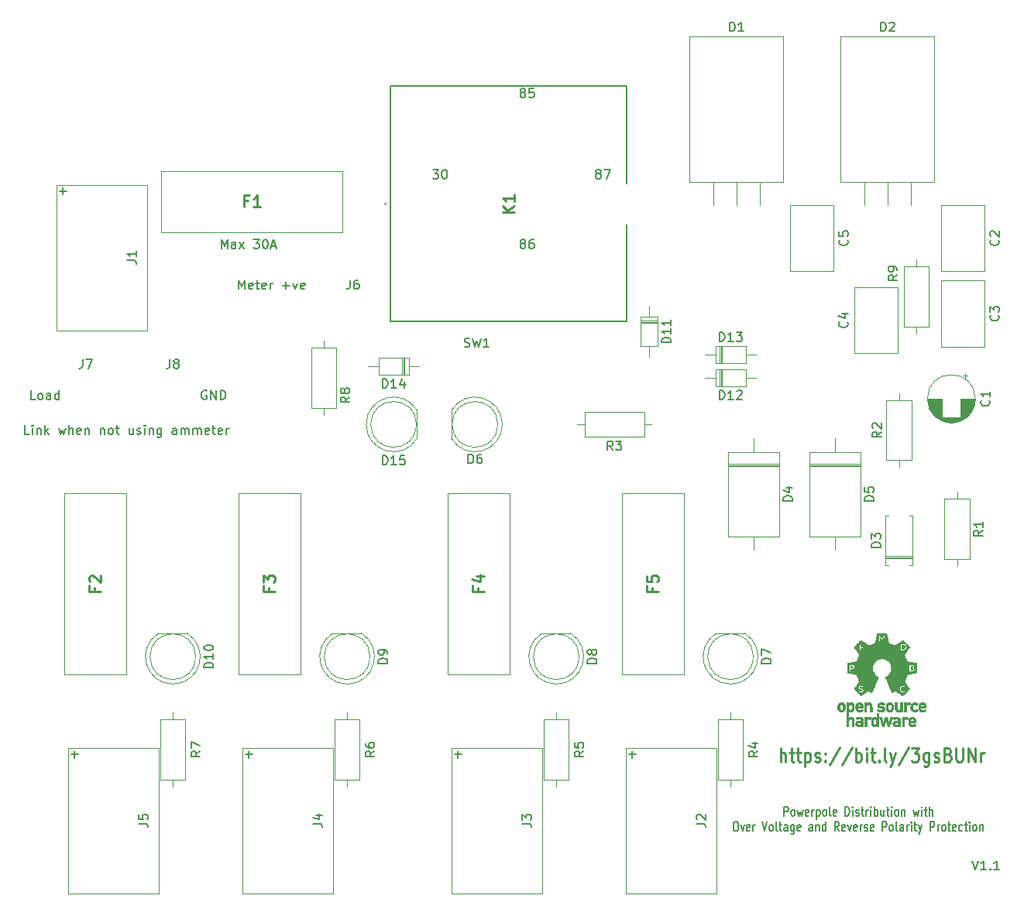
<source format=gbr>
%TF.GenerationSoftware,KiCad,Pcbnew,(5.1.9)-1*%
%TF.CreationDate,2021-05-13T23:27:45+01:00*%
%TF.ProjectId,PowerPole,506f7765-7250-46f6-9c65-2e6b69636164,rev?*%
%TF.SameCoordinates,Original*%
%TF.FileFunction,Legend,Top*%
%TF.FilePolarity,Positive*%
%FSLAX46Y46*%
G04 Gerber Fmt 4.6, Leading zero omitted, Abs format (unit mm)*
G04 Created by KiCad (PCBNEW (5.1.9)-1) date 2021-05-13 23:27:45*
%MOMM*%
%LPD*%
G01*
G04 APERTURE LIST*
%ADD10C,0.150000*%
%ADD11C,0.250000*%
%ADD12C,0.200000*%
%ADD13C,0.100000*%
%ADD14C,0.120000*%
%ADD15C,0.010000*%
%ADD16C,0.254000*%
G04 APERTURE END LIST*
D10*
X195326190Y-108672380D02*
X195659523Y-109672380D01*
X195992857Y-108672380D01*
X196850000Y-109672380D02*
X196278571Y-109672380D01*
X196564285Y-109672380D02*
X196564285Y-108672380D01*
X196469047Y-108815238D01*
X196373809Y-108910476D01*
X196278571Y-108958095D01*
X197278571Y-109577142D02*
X197326190Y-109624761D01*
X197278571Y-109672380D01*
X197230952Y-109624761D01*
X197278571Y-109577142D01*
X197278571Y-109672380D01*
X198278571Y-109672380D02*
X197707142Y-109672380D01*
X197992857Y-109672380D02*
X197992857Y-108672380D01*
X197897619Y-108815238D01*
X197802380Y-108910476D01*
X197707142Y-108958095D01*
X174765714Y-103767380D02*
X174765714Y-102767380D01*
X175070476Y-102767380D01*
X175146666Y-102815000D01*
X175184761Y-102862619D01*
X175222857Y-102957857D01*
X175222857Y-103100714D01*
X175184761Y-103195952D01*
X175146666Y-103243571D01*
X175070476Y-103291190D01*
X174765714Y-103291190D01*
X175680000Y-103767380D02*
X175603809Y-103719761D01*
X175565714Y-103672142D01*
X175527619Y-103576904D01*
X175527619Y-103291190D01*
X175565714Y-103195952D01*
X175603809Y-103148333D01*
X175680000Y-103100714D01*
X175794285Y-103100714D01*
X175870476Y-103148333D01*
X175908571Y-103195952D01*
X175946666Y-103291190D01*
X175946666Y-103576904D01*
X175908571Y-103672142D01*
X175870476Y-103719761D01*
X175794285Y-103767380D01*
X175680000Y-103767380D01*
X176213333Y-103100714D02*
X176365714Y-103767380D01*
X176518095Y-103291190D01*
X176670476Y-103767380D01*
X176822857Y-103100714D01*
X177432380Y-103719761D02*
X177356190Y-103767380D01*
X177203809Y-103767380D01*
X177127619Y-103719761D01*
X177089523Y-103624523D01*
X177089523Y-103243571D01*
X177127619Y-103148333D01*
X177203809Y-103100714D01*
X177356190Y-103100714D01*
X177432380Y-103148333D01*
X177470476Y-103243571D01*
X177470476Y-103338809D01*
X177089523Y-103434047D01*
X177813333Y-103767380D02*
X177813333Y-103100714D01*
X177813333Y-103291190D02*
X177851428Y-103195952D01*
X177889523Y-103148333D01*
X177965714Y-103100714D01*
X178041904Y-103100714D01*
X178308571Y-103100714D02*
X178308571Y-104100714D01*
X178308571Y-103148333D02*
X178384761Y-103100714D01*
X178537142Y-103100714D01*
X178613333Y-103148333D01*
X178651428Y-103195952D01*
X178689523Y-103291190D01*
X178689523Y-103576904D01*
X178651428Y-103672142D01*
X178613333Y-103719761D01*
X178537142Y-103767380D01*
X178384761Y-103767380D01*
X178308571Y-103719761D01*
X179146666Y-103767380D02*
X179070476Y-103719761D01*
X179032380Y-103672142D01*
X178994285Y-103576904D01*
X178994285Y-103291190D01*
X179032380Y-103195952D01*
X179070476Y-103148333D01*
X179146666Y-103100714D01*
X179260952Y-103100714D01*
X179337142Y-103148333D01*
X179375238Y-103195952D01*
X179413333Y-103291190D01*
X179413333Y-103576904D01*
X179375238Y-103672142D01*
X179337142Y-103719761D01*
X179260952Y-103767380D01*
X179146666Y-103767380D01*
X179870476Y-103767380D02*
X179794285Y-103719761D01*
X179756190Y-103624523D01*
X179756190Y-102767380D01*
X180480000Y-103719761D02*
X180403809Y-103767380D01*
X180251428Y-103767380D01*
X180175238Y-103719761D01*
X180137142Y-103624523D01*
X180137142Y-103243571D01*
X180175238Y-103148333D01*
X180251428Y-103100714D01*
X180403809Y-103100714D01*
X180480000Y-103148333D01*
X180518095Y-103243571D01*
X180518095Y-103338809D01*
X180137142Y-103434047D01*
X181470476Y-103767380D02*
X181470476Y-102767380D01*
X181660952Y-102767380D01*
X181775238Y-102815000D01*
X181851428Y-102910238D01*
X181889523Y-103005476D01*
X181927619Y-103195952D01*
X181927619Y-103338809D01*
X181889523Y-103529285D01*
X181851428Y-103624523D01*
X181775238Y-103719761D01*
X181660952Y-103767380D01*
X181470476Y-103767380D01*
X182270476Y-103767380D02*
X182270476Y-103100714D01*
X182270476Y-102767380D02*
X182232380Y-102815000D01*
X182270476Y-102862619D01*
X182308571Y-102815000D01*
X182270476Y-102767380D01*
X182270476Y-102862619D01*
X182613333Y-103719761D02*
X182689523Y-103767380D01*
X182841904Y-103767380D01*
X182918095Y-103719761D01*
X182956190Y-103624523D01*
X182956190Y-103576904D01*
X182918095Y-103481666D01*
X182841904Y-103434047D01*
X182727619Y-103434047D01*
X182651428Y-103386428D01*
X182613333Y-103291190D01*
X182613333Y-103243571D01*
X182651428Y-103148333D01*
X182727619Y-103100714D01*
X182841904Y-103100714D01*
X182918095Y-103148333D01*
X183184761Y-103100714D02*
X183489523Y-103100714D01*
X183299047Y-102767380D02*
X183299047Y-103624523D01*
X183337142Y-103719761D01*
X183413333Y-103767380D01*
X183489523Y-103767380D01*
X183756190Y-103767380D02*
X183756190Y-103100714D01*
X183756190Y-103291190D02*
X183794285Y-103195952D01*
X183832380Y-103148333D01*
X183908571Y-103100714D01*
X183984761Y-103100714D01*
X184251428Y-103767380D02*
X184251428Y-103100714D01*
X184251428Y-102767380D02*
X184213333Y-102815000D01*
X184251428Y-102862619D01*
X184289523Y-102815000D01*
X184251428Y-102767380D01*
X184251428Y-102862619D01*
X184632380Y-103767380D02*
X184632380Y-102767380D01*
X184632380Y-103148333D02*
X184708571Y-103100714D01*
X184860952Y-103100714D01*
X184937142Y-103148333D01*
X184975238Y-103195952D01*
X185013333Y-103291190D01*
X185013333Y-103576904D01*
X184975238Y-103672142D01*
X184937142Y-103719761D01*
X184860952Y-103767380D01*
X184708571Y-103767380D01*
X184632380Y-103719761D01*
X185699047Y-103100714D02*
X185699047Y-103767380D01*
X185356190Y-103100714D02*
X185356190Y-103624523D01*
X185394285Y-103719761D01*
X185470476Y-103767380D01*
X185584761Y-103767380D01*
X185660952Y-103719761D01*
X185699047Y-103672142D01*
X185965714Y-103100714D02*
X186270476Y-103100714D01*
X186080000Y-102767380D02*
X186080000Y-103624523D01*
X186118095Y-103719761D01*
X186194285Y-103767380D01*
X186270476Y-103767380D01*
X186537142Y-103767380D02*
X186537142Y-103100714D01*
X186537142Y-102767380D02*
X186499047Y-102815000D01*
X186537142Y-102862619D01*
X186575238Y-102815000D01*
X186537142Y-102767380D01*
X186537142Y-102862619D01*
X187032380Y-103767380D02*
X186956190Y-103719761D01*
X186918095Y-103672142D01*
X186880000Y-103576904D01*
X186880000Y-103291190D01*
X186918095Y-103195952D01*
X186956190Y-103148333D01*
X187032380Y-103100714D01*
X187146666Y-103100714D01*
X187222857Y-103148333D01*
X187260952Y-103195952D01*
X187299047Y-103291190D01*
X187299047Y-103576904D01*
X187260952Y-103672142D01*
X187222857Y-103719761D01*
X187146666Y-103767380D01*
X187032380Y-103767380D01*
X187641904Y-103100714D02*
X187641904Y-103767380D01*
X187641904Y-103195952D02*
X187680000Y-103148333D01*
X187756190Y-103100714D01*
X187870476Y-103100714D01*
X187946666Y-103148333D01*
X187984761Y-103243571D01*
X187984761Y-103767380D01*
X188899047Y-103100714D02*
X189051428Y-103767380D01*
X189203809Y-103291190D01*
X189356190Y-103767380D01*
X189508571Y-103100714D01*
X189813333Y-103767380D02*
X189813333Y-103100714D01*
X189813333Y-102767380D02*
X189775238Y-102815000D01*
X189813333Y-102862619D01*
X189851428Y-102815000D01*
X189813333Y-102767380D01*
X189813333Y-102862619D01*
X190080000Y-103100714D02*
X190384761Y-103100714D01*
X190194285Y-102767380D02*
X190194285Y-103624523D01*
X190232380Y-103719761D01*
X190308571Y-103767380D01*
X190384761Y-103767380D01*
X190651428Y-103767380D02*
X190651428Y-102767380D01*
X190994285Y-103767380D02*
X190994285Y-103243571D01*
X190956190Y-103148333D01*
X190880000Y-103100714D01*
X190765714Y-103100714D01*
X190689523Y-103148333D01*
X190651428Y-103195952D01*
X169413333Y-104417380D02*
X169565714Y-104417380D01*
X169641904Y-104465000D01*
X169718095Y-104560238D01*
X169756190Y-104750714D01*
X169756190Y-105084047D01*
X169718095Y-105274523D01*
X169641904Y-105369761D01*
X169565714Y-105417380D01*
X169413333Y-105417380D01*
X169337142Y-105369761D01*
X169260952Y-105274523D01*
X169222857Y-105084047D01*
X169222857Y-104750714D01*
X169260952Y-104560238D01*
X169337142Y-104465000D01*
X169413333Y-104417380D01*
X170022857Y-104750714D02*
X170213333Y-105417380D01*
X170403809Y-104750714D01*
X171013333Y-105369761D02*
X170937142Y-105417380D01*
X170784761Y-105417380D01*
X170708571Y-105369761D01*
X170670476Y-105274523D01*
X170670476Y-104893571D01*
X170708571Y-104798333D01*
X170784761Y-104750714D01*
X170937142Y-104750714D01*
X171013333Y-104798333D01*
X171051428Y-104893571D01*
X171051428Y-104988809D01*
X170670476Y-105084047D01*
X171394285Y-105417380D02*
X171394285Y-104750714D01*
X171394285Y-104941190D02*
X171432380Y-104845952D01*
X171470476Y-104798333D01*
X171546666Y-104750714D01*
X171622857Y-104750714D01*
X172384761Y-104417380D02*
X172651428Y-105417380D01*
X172918095Y-104417380D01*
X173299047Y-105417380D02*
X173222857Y-105369761D01*
X173184761Y-105322142D01*
X173146666Y-105226904D01*
X173146666Y-104941190D01*
X173184761Y-104845952D01*
X173222857Y-104798333D01*
X173299047Y-104750714D01*
X173413333Y-104750714D01*
X173489523Y-104798333D01*
X173527619Y-104845952D01*
X173565714Y-104941190D01*
X173565714Y-105226904D01*
X173527619Y-105322142D01*
X173489523Y-105369761D01*
X173413333Y-105417380D01*
X173299047Y-105417380D01*
X174022857Y-105417380D02*
X173946666Y-105369761D01*
X173908571Y-105274523D01*
X173908571Y-104417380D01*
X174213333Y-104750714D02*
X174518095Y-104750714D01*
X174327619Y-104417380D02*
X174327619Y-105274523D01*
X174365714Y-105369761D01*
X174441904Y-105417380D01*
X174518095Y-105417380D01*
X175127619Y-105417380D02*
X175127619Y-104893571D01*
X175089523Y-104798333D01*
X175013333Y-104750714D01*
X174860952Y-104750714D01*
X174784761Y-104798333D01*
X175127619Y-105369761D02*
X175051428Y-105417380D01*
X174860952Y-105417380D01*
X174784761Y-105369761D01*
X174746666Y-105274523D01*
X174746666Y-105179285D01*
X174784761Y-105084047D01*
X174860952Y-105036428D01*
X175051428Y-105036428D01*
X175127619Y-104988809D01*
X175851428Y-104750714D02*
X175851428Y-105560238D01*
X175813333Y-105655476D01*
X175775238Y-105703095D01*
X175699047Y-105750714D01*
X175584761Y-105750714D01*
X175508571Y-105703095D01*
X175851428Y-105369761D02*
X175775238Y-105417380D01*
X175622857Y-105417380D01*
X175546666Y-105369761D01*
X175508571Y-105322142D01*
X175470476Y-105226904D01*
X175470476Y-104941190D01*
X175508571Y-104845952D01*
X175546666Y-104798333D01*
X175622857Y-104750714D01*
X175775238Y-104750714D01*
X175851428Y-104798333D01*
X176537142Y-105369761D02*
X176460952Y-105417380D01*
X176308571Y-105417380D01*
X176232380Y-105369761D01*
X176194285Y-105274523D01*
X176194285Y-104893571D01*
X176232380Y-104798333D01*
X176308571Y-104750714D01*
X176460952Y-104750714D01*
X176537142Y-104798333D01*
X176575238Y-104893571D01*
X176575238Y-104988809D01*
X176194285Y-105084047D01*
X177870476Y-105417380D02*
X177870476Y-104893571D01*
X177832380Y-104798333D01*
X177756190Y-104750714D01*
X177603809Y-104750714D01*
X177527619Y-104798333D01*
X177870476Y-105369761D02*
X177794285Y-105417380D01*
X177603809Y-105417380D01*
X177527619Y-105369761D01*
X177489523Y-105274523D01*
X177489523Y-105179285D01*
X177527619Y-105084047D01*
X177603809Y-105036428D01*
X177794285Y-105036428D01*
X177870476Y-104988809D01*
X178251428Y-104750714D02*
X178251428Y-105417380D01*
X178251428Y-104845952D02*
X178289523Y-104798333D01*
X178365714Y-104750714D01*
X178480000Y-104750714D01*
X178556190Y-104798333D01*
X178594285Y-104893571D01*
X178594285Y-105417380D01*
X179318095Y-105417380D02*
X179318095Y-104417380D01*
X179318095Y-105369761D02*
X179241904Y-105417380D01*
X179089523Y-105417380D01*
X179013333Y-105369761D01*
X178975238Y-105322142D01*
X178937142Y-105226904D01*
X178937142Y-104941190D01*
X178975238Y-104845952D01*
X179013333Y-104798333D01*
X179089523Y-104750714D01*
X179241904Y-104750714D01*
X179318095Y-104798333D01*
X180765714Y-105417380D02*
X180499047Y-104941190D01*
X180308571Y-105417380D02*
X180308571Y-104417380D01*
X180613333Y-104417380D01*
X180689523Y-104465000D01*
X180727619Y-104512619D01*
X180765714Y-104607857D01*
X180765714Y-104750714D01*
X180727619Y-104845952D01*
X180689523Y-104893571D01*
X180613333Y-104941190D01*
X180308571Y-104941190D01*
X181413333Y-105369761D02*
X181337142Y-105417380D01*
X181184761Y-105417380D01*
X181108571Y-105369761D01*
X181070476Y-105274523D01*
X181070476Y-104893571D01*
X181108571Y-104798333D01*
X181184761Y-104750714D01*
X181337142Y-104750714D01*
X181413333Y-104798333D01*
X181451428Y-104893571D01*
X181451428Y-104988809D01*
X181070476Y-105084047D01*
X181718095Y-104750714D02*
X181908571Y-105417380D01*
X182099047Y-104750714D01*
X182708571Y-105369761D02*
X182632380Y-105417380D01*
X182480000Y-105417380D01*
X182403809Y-105369761D01*
X182365714Y-105274523D01*
X182365714Y-104893571D01*
X182403809Y-104798333D01*
X182480000Y-104750714D01*
X182632380Y-104750714D01*
X182708571Y-104798333D01*
X182746666Y-104893571D01*
X182746666Y-104988809D01*
X182365714Y-105084047D01*
X183089523Y-105417380D02*
X183089523Y-104750714D01*
X183089523Y-104941190D02*
X183127619Y-104845952D01*
X183165714Y-104798333D01*
X183241904Y-104750714D01*
X183318095Y-104750714D01*
X183546666Y-105369761D02*
X183622857Y-105417380D01*
X183775238Y-105417380D01*
X183851428Y-105369761D01*
X183889523Y-105274523D01*
X183889523Y-105226904D01*
X183851428Y-105131666D01*
X183775238Y-105084047D01*
X183660952Y-105084047D01*
X183584761Y-105036428D01*
X183546666Y-104941190D01*
X183546666Y-104893571D01*
X183584761Y-104798333D01*
X183660952Y-104750714D01*
X183775238Y-104750714D01*
X183851428Y-104798333D01*
X184537142Y-105369761D02*
X184460952Y-105417380D01*
X184308571Y-105417380D01*
X184232380Y-105369761D01*
X184194285Y-105274523D01*
X184194285Y-104893571D01*
X184232380Y-104798333D01*
X184308571Y-104750714D01*
X184460952Y-104750714D01*
X184537142Y-104798333D01*
X184575238Y-104893571D01*
X184575238Y-104988809D01*
X184194285Y-105084047D01*
X185527619Y-105417380D02*
X185527619Y-104417380D01*
X185832380Y-104417380D01*
X185908571Y-104465000D01*
X185946666Y-104512619D01*
X185984761Y-104607857D01*
X185984761Y-104750714D01*
X185946666Y-104845952D01*
X185908571Y-104893571D01*
X185832380Y-104941190D01*
X185527619Y-104941190D01*
X186441904Y-105417380D02*
X186365714Y-105369761D01*
X186327619Y-105322142D01*
X186289523Y-105226904D01*
X186289523Y-104941190D01*
X186327619Y-104845952D01*
X186365714Y-104798333D01*
X186441904Y-104750714D01*
X186556190Y-104750714D01*
X186632380Y-104798333D01*
X186670476Y-104845952D01*
X186708571Y-104941190D01*
X186708571Y-105226904D01*
X186670476Y-105322142D01*
X186632380Y-105369761D01*
X186556190Y-105417380D01*
X186441904Y-105417380D01*
X187165714Y-105417380D02*
X187089523Y-105369761D01*
X187051428Y-105274523D01*
X187051428Y-104417380D01*
X187813333Y-105417380D02*
X187813333Y-104893571D01*
X187775238Y-104798333D01*
X187699047Y-104750714D01*
X187546666Y-104750714D01*
X187470476Y-104798333D01*
X187813333Y-105369761D02*
X187737142Y-105417380D01*
X187546666Y-105417380D01*
X187470476Y-105369761D01*
X187432380Y-105274523D01*
X187432380Y-105179285D01*
X187470476Y-105084047D01*
X187546666Y-105036428D01*
X187737142Y-105036428D01*
X187813333Y-104988809D01*
X188194285Y-105417380D02*
X188194285Y-104750714D01*
X188194285Y-104941190D02*
X188232380Y-104845952D01*
X188270476Y-104798333D01*
X188346666Y-104750714D01*
X188422857Y-104750714D01*
X188689523Y-105417380D02*
X188689523Y-104750714D01*
X188689523Y-104417380D02*
X188651428Y-104465000D01*
X188689523Y-104512619D01*
X188727619Y-104465000D01*
X188689523Y-104417380D01*
X188689523Y-104512619D01*
X188956190Y-104750714D02*
X189260952Y-104750714D01*
X189070476Y-104417380D02*
X189070476Y-105274523D01*
X189108571Y-105369761D01*
X189184761Y-105417380D01*
X189260952Y-105417380D01*
X189451428Y-104750714D02*
X189641904Y-105417380D01*
X189832380Y-104750714D02*
X189641904Y-105417380D01*
X189565714Y-105655476D01*
X189527619Y-105703095D01*
X189451428Y-105750714D01*
X190746666Y-105417380D02*
X190746666Y-104417380D01*
X191051428Y-104417380D01*
X191127619Y-104465000D01*
X191165714Y-104512619D01*
X191203809Y-104607857D01*
X191203809Y-104750714D01*
X191165714Y-104845952D01*
X191127619Y-104893571D01*
X191051428Y-104941190D01*
X190746666Y-104941190D01*
X191546666Y-105417380D02*
X191546666Y-104750714D01*
X191546666Y-104941190D02*
X191584761Y-104845952D01*
X191622857Y-104798333D01*
X191699047Y-104750714D01*
X191775238Y-104750714D01*
X192156190Y-105417380D02*
X192080000Y-105369761D01*
X192041904Y-105322142D01*
X192003809Y-105226904D01*
X192003809Y-104941190D01*
X192041904Y-104845952D01*
X192080000Y-104798333D01*
X192156190Y-104750714D01*
X192270476Y-104750714D01*
X192346666Y-104798333D01*
X192384761Y-104845952D01*
X192422857Y-104941190D01*
X192422857Y-105226904D01*
X192384761Y-105322142D01*
X192346666Y-105369761D01*
X192270476Y-105417380D01*
X192156190Y-105417380D01*
X192651428Y-104750714D02*
X192956190Y-104750714D01*
X192765714Y-104417380D02*
X192765714Y-105274523D01*
X192803809Y-105369761D01*
X192880000Y-105417380D01*
X192956190Y-105417380D01*
X193527619Y-105369761D02*
X193451428Y-105417380D01*
X193299047Y-105417380D01*
X193222857Y-105369761D01*
X193184761Y-105274523D01*
X193184761Y-104893571D01*
X193222857Y-104798333D01*
X193299047Y-104750714D01*
X193451428Y-104750714D01*
X193527619Y-104798333D01*
X193565714Y-104893571D01*
X193565714Y-104988809D01*
X193184761Y-105084047D01*
X194251428Y-105369761D02*
X194175238Y-105417380D01*
X194022857Y-105417380D01*
X193946666Y-105369761D01*
X193908571Y-105322142D01*
X193870476Y-105226904D01*
X193870476Y-104941190D01*
X193908571Y-104845952D01*
X193946666Y-104798333D01*
X194022857Y-104750714D01*
X194175238Y-104750714D01*
X194251428Y-104798333D01*
X194480000Y-104750714D02*
X194784761Y-104750714D01*
X194594285Y-104417380D02*
X194594285Y-105274523D01*
X194632380Y-105369761D01*
X194708571Y-105417380D01*
X194784761Y-105417380D01*
X195051428Y-105417380D02*
X195051428Y-104750714D01*
X195051428Y-104417380D02*
X195013333Y-104465000D01*
X195051428Y-104512619D01*
X195089523Y-104465000D01*
X195051428Y-104417380D01*
X195051428Y-104512619D01*
X195546666Y-105417380D02*
X195470476Y-105369761D01*
X195432380Y-105322142D01*
X195394285Y-105226904D01*
X195394285Y-104941190D01*
X195432380Y-104845952D01*
X195470476Y-104798333D01*
X195546666Y-104750714D01*
X195660952Y-104750714D01*
X195737142Y-104798333D01*
X195775238Y-104845952D01*
X195813333Y-104941190D01*
X195813333Y-105226904D01*
X195775238Y-105322142D01*
X195737142Y-105369761D01*
X195660952Y-105417380D01*
X195546666Y-105417380D01*
X196156190Y-104750714D02*
X196156190Y-105417380D01*
X196156190Y-104845952D02*
X196194285Y-104798333D01*
X196270476Y-104750714D01*
X196384761Y-104750714D01*
X196460952Y-104798333D01*
X196499047Y-104893571D01*
X196499047Y-105417380D01*
D11*
X174370000Y-97833571D02*
X174370000Y-96333571D01*
X174927142Y-97833571D02*
X174927142Y-97047857D01*
X174865238Y-96905000D01*
X174741428Y-96833571D01*
X174555714Y-96833571D01*
X174431904Y-96905000D01*
X174370000Y-96976428D01*
X175360476Y-96833571D02*
X175855714Y-96833571D01*
X175546190Y-96333571D02*
X175546190Y-97619285D01*
X175608095Y-97762142D01*
X175731904Y-97833571D01*
X175855714Y-97833571D01*
X176103333Y-96833571D02*
X176598571Y-96833571D01*
X176289047Y-96333571D02*
X176289047Y-97619285D01*
X176350952Y-97762142D01*
X176474761Y-97833571D01*
X176598571Y-97833571D01*
X177031904Y-96833571D02*
X177031904Y-98333571D01*
X177031904Y-96905000D02*
X177155714Y-96833571D01*
X177403333Y-96833571D01*
X177527142Y-96905000D01*
X177589047Y-96976428D01*
X177650952Y-97119285D01*
X177650952Y-97547857D01*
X177589047Y-97690714D01*
X177527142Y-97762142D01*
X177403333Y-97833571D01*
X177155714Y-97833571D01*
X177031904Y-97762142D01*
X178146190Y-97762142D02*
X178270000Y-97833571D01*
X178517619Y-97833571D01*
X178641428Y-97762142D01*
X178703333Y-97619285D01*
X178703333Y-97547857D01*
X178641428Y-97405000D01*
X178517619Y-97333571D01*
X178331904Y-97333571D01*
X178208095Y-97262142D01*
X178146190Y-97119285D01*
X178146190Y-97047857D01*
X178208095Y-96905000D01*
X178331904Y-96833571D01*
X178517619Y-96833571D01*
X178641428Y-96905000D01*
X179260476Y-97690714D02*
X179322380Y-97762142D01*
X179260476Y-97833571D01*
X179198571Y-97762142D01*
X179260476Y-97690714D01*
X179260476Y-97833571D01*
X179260476Y-96905000D02*
X179322380Y-96976428D01*
X179260476Y-97047857D01*
X179198571Y-96976428D01*
X179260476Y-96905000D01*
X179260476Y-97047857D01*
X180808095Y-96262142D02*
X179693809Y-98190714D01*
X182170000Y-96262142D02*
X181055714Y-98190714D01*
X182603333Y-97833571D02*
X182603333Y-96333571D01*
X182603333Y-96905000D02*
X182727142Y-96833571D01*
X182974761Y-96833571D01*
X183098571Y-96905000D01*
X183160476Y-96976428D01*
X183222380Y-97119285D01*
X183222380Y-97547857D01*
X183160476Y-97690714D01*
X183098571Y-97762142D01*
X182974761Y-97833571D01*
X182727142Y-97833571D01*
X182603333Y-97762142D01*
X183779523Y-97833571D02*
X183779523Y-96833571D01*
X183779523Y-96333571D02*
X183717619Y-96405000D01*
X183779523Y-96476428D01*
X183841428Y-96405000D01*
X183779523Y-96333571D01*
X183779523Y-96476428D01*
X184212857Y-96833571D02*
X184708095Y-96833571D01*
X184398571Y-96333571D02*
X184398571Y-97619285D01*
X184460476Y-97762142D01*
X184584285Y-97833571D01*
X184708095Y-97833571D01*
X185141428Y-97690714D02*
X185203333Y-97762142D01*
X185141428Y-97833571D01*
X185079523Y-97762142D01*
X185141428Y-97690714D01*
X185141428Y-97833571D01*
X185946190Y-97833571D02*
X185822380Y-97762142D01*
X185760476Y-97619285D01*
X185760476Y-96333571D01*
X186317619Y-96833571D02*
X186627142Y-97833571D01*
X186936666Y-96833571D02*
X186627142Y-97833571D01*
X186503333Y-98190714D01*
X186441428Y-98262142D01*
X186317619Y-98333571D01*
X188360476Y-96262142D02*
X187246190Y-98190714D01*
X188670000Y-96333571D02*
X189474761Y-96333571D01*
X189041428Y-96905000D01*
X189227142Y-96905000D01*
X189350952Y-96976428D01*
X189412857Y-97047857D01*
X189474761Y-97190714D01*
X189474761Y-97547857D01*
X189412857Y-97690714D01*
X189350952Y-97762142D01*
X189227142Y-97833571D01*
X188855714Y-97833571D01*
X188731904Y-97762142D01*
X188670000Y-97690714D01*
X190589047Y-96833571D02*
X190589047Y-98047857D01*
X190527142Y-98190714D01*
X190465238Y-98262142D01*
X190341428Y-98333571D01*
X190155714Y-98333571D01*
X190031904Y-98262142D01*
X190589047Y-97762142D02*
X190465238Y-97833571D01*
X190217619Y-97833571D01*
X190093809Y-97762142D01*
X190031904Y-97690714D01*
X189970000Y-97547857D01*
X189970000Y-97119285D01*
X190031904Y-96976428D01*
X190093809Y-96905000D01*
X190217619Y-96833571D01*
X190465238Y-96833571D01*
X190589047Y-96905000D01*
X191146190Y-97762142D02*
X191270000Y-97833571D01*
X191517619Y-97833571D01*
X191641428Y-97762142D01*
X191703333Y-97619285D01*
X191703333Y-97547857D01*
X191641428Y-97405000D01*
X191517619Y-97333571D01*
X191331904Y-97333571D01*
X191208095Y-97262142D01*
X191146190Y-97119285D01*
X191146190Y-97047857D01*
X191208095Y-96905000D01*
X191331904Y-96833571D01*
X191517619Y-96833571D01*
X191641428Y-96905000D01*
X192693809Y-97047857D02*
X192879523Y-97119285D01*
X192941428Y-97190714D01*
X193003333Y-97333571D01*
X193003333Y-97547857D01*
X192941428Y-97690714D01*
X192879523Y-97762142D01*
X192755714Y-97833571D01*
X192260476Y-97833571D01*
X192260476Y-96333571D01*
X192693809Y-96333571D01*
X192817619Y-96405000D01*
X192879523Y-96476428D01*
X192941428Y-96619285D01*
X192941428Y-96762142D01*
X192879523Y-96905000D01*
X192817619Y-96976428D01*
X192693809Y-97047857D01*
X192260476Y-97047857D01*
X193560476Y-96333571D02*
X193560476Y-97547857D01*
X193622380Y-97690714D01*
X193684285Y-97762142D01*
X193808095Y-97833571D01*
X194055714Y-97833571D01*
X194179523Y-97762142D01*
X194241428Y-97690714D01*
X194303333Y-97547857D01*
X194303333Y-96333571D01*
X194922380Y-97833571D02*
X194922380Y-96333571D01*
X195665238Y-97833571D01*
X195665238Y-96333571D01*
X196284285Y-97833571D02*
X196284285Y-96833571D01*
X196284285Y-97119285D02*
X196346190Y-96976428D01*
X196408095Y-96905000D01*
X196531904Y-96833571D01*
X196655714Y-96833571D01*
D10*
X113252619Y-41727380D02*
X113252619Y-40727380D01*
X113585952Y-41441666D01*
X113919285Y-40727380D01*
X113919285Y-41727380D01*
X114824047Y-41727380D02*
X114824047Y-41203571D01*
X114776428Y-41108333D01*
X114681190Y-41060714D01*
X114490714Y-41060714D01*
X114395476Y-41108333D01*
X114824047Y-41679761D02*
X114728809Y-41727380D01*
X114490714Y-41727380D01*
X114395476Y-41679761D01*
X114347857Y-41584523D01*
X114347857Y-41489285D01*
X114395476Y-41394047D01*
X114490714Y-41346428D01*
X114728809Y-41346428D01*
X114824047Y-41298809D01*
X115205000Y-41727380D02*
X115728809Y-41060714D01*
X115205000Y-41060714D02*
X115728809Y-41727380D01*
X116776428Y-40727380D02*
X117395476Y-40727380D01*
X117062142Y-41108333D01*
X117205000Y-41108333D01*
X117300238Y-41155952D01*
X117347857Y-41203571D01*
X117395476Y-41298809D01*
X117395476Y-41536904D01*
X117347857Y-41632142D01*
X117300238Y-41679761D01*
X117205000Y-41727380D01*
X116919285Y-41727380D01*
X116824047Y-41679761D01*
X116776428Y-41632142D01*
X118014523Y-40727380D02*
X118109761Y-40727380D01*
X118205000Y-40775000D01*
X118252619Y-40822619D01*
X118300238Y-40917857D01*
X118347857Y-41108333D01*
X118347857Y-41346428D01*
X118300238Y-41536904D01*
X118252619Y-41632142D01*
X118205000Y-41679761D01*
X118109761Y-41727380D01*
X118014523Y-41727380D01*
X117919285Y-41679761D01*
X117871666Y-41632142D01*
X117824047Y-41536904D01*
X117776428Y-41346428D01*
X117776428Y-41108333D01*
X117824047Y-40917857D01*
X117871666Y-40822619D01*
X117919285Y-40775000D01*
X118014523Y-40727380D01*
X118728809Y-41441666D02*
X119205000Y-41441666D01*
X118633571Y-41727380D02*
X118966904Y-40727380D01*
X119300238Y-41727380D01*
X92932380Y-58237380D02*
X92456190Y-58237380D01*
X92456190Y-57237380D01*
X93408571Y-58237380D02*
X93313333Y-58189761D01*
X93265714Y-58142142D01*
X93218095Y-58046904D01*
X93218095Y-57761190D01*
X93265714Y-57665952D01*
X93313333Y-57618333D01*
X93408571Y-57570714D01*
X93551428Y-57570714D01*
X93646666Y-57618333D01*
X93694285Y-57665952D01*
X93741904Y-57761190D01*
X93741904Y-58046904D01*
X93694285Y-58142142D01*
X93646666Y-58189761D01*
X93551428Y-58237380D01*
X93408571Y-58237380D01*
X94599047Y-58237380D02*
X94599047Y-57713571D01*
X94551428Y-57618333D01*
X94456190Y-57570714D01*
X94265714Y-57570714D01*
X94170476Y-57618333D01*
X94599047Y-58189761D02*
X94503809Y-58237380D01*
X94265714Y-58237380D01*
X94170476Y-58189761D01*
X94122857Y-58094523D01*
X94122857Y-57999285D01*
X94170476Y-57904047D01*
X94265714Y-57856428D01*
X94503809Y-57856428D01*
X94599047Y-57808809D01*
X95503809Y-58237380D02*
X95503809Y-57237380D01*
X95503809Y-58189761D02*
X95408571Y-58237380D01*
X95218095Y-58237380D01*
X95122857Y-58189761D01*
X95075238Y-58142142D01*
X95027619Y-58046904D01*
X95027619Y-57761190D01*
X95075238Y-57665952D01*
X95122857Y-57618333D01*
X95218095Y-57570714D01*
X95408571Y-57570714D01*
X95503809Y-57618333D01*
X111633095Y-57285000D02*
X111537857Y-57237380D01*
X111395000Y-57237380D01*
X111252142Y-57285000D01*
X111156904Y-57380238D01*
X111109285Y-57475476D01*
X111061666Y-57665952D01*
X111061666Y-57808809D01*
X111109285Y-57999285D01*
X111156904Y-58094523D01*
X111252142Y-58189761D01*
X111395000Y-58237380D01*
X111490238Y-58237380D01*
X111633095Y-58189761D01*
X111680714Y-58142142D01*
X111680714Y-57808809D01*
X111490238Y-57808809D01*
X112109285Y-58237380D02*
X112109285Y-57237380D01*
X112680714Y-58237380D01*
X112680714Y-57237380D01*
X113156904Y-58237380D02*
X113156904Y-57237380D01*
X113395000Y-57237380D01*
X113537857Y-57285000D01*
X113633095Y-57380238D01*
X113680714Y-57475476D01*
X113728333Y-57665952D01*
X113728333Y-57808809D01*
X113680714Y-57999285D01*
X113633095Y-58094523D01*
X113537857Y-58189761D01*
X113395000Y-58237380D01*
X113156904Y-58237380D01*
X115149761Y-46172380D02*
X115149761Y-45172380D01*
X115483095Y-45886666D01*
X115816428Y-45172380D01*
X115816428Y-46172380D01*
X116673571Y-46124761D02*
X116578333Y-46172380D01*
X116387857Y-46172380D01*
X116292619Y-46124761D01*
X116245000Y-46029523D01*
X116245000Y-45648571D01*
X116292619Y-45553333D01*
X116387857Y-45505714D01*
X116578333Y-45505714D01*
X116673571Y-45553333D01*
X116721190Y-45648571D01*
X116721190Y-45743809D01*
X116245000Y-45839047D01*
X117006904Y-45505714D02*
X117387857Y-45505714D01*
X117149761Y-45172380D02*
X117149761Y-46029523D01*
X117197380Y-46124761D01*
X117292619Y-46172380D01*
X117387857Y-46172380D01*
X118102142Y-46124761D02*
X118006904Y-46172380D01*
X117816428Y-46172380D01*
X117721190Y-46124761D01*
X117673571Y-46029523D01*
X117673571Y-45648571D01*
X117721190Y-45553333D01*
X117816428Y-45505714D01*
X118006904Y-45505714D01*
X118102142Y-45553333D01*
X118149761Y-45648571D01*
X118149761Y-45743809D01*
X117673571Y-45839047D01*
X118578333Y-46172380D02*
X118578333Y-45505714D01*
X118578333Y-45696190D02*
X118625952Y-45600952D01*
X118673571Y-45553333D01*
X118768809Y-45505714D01*
X118864047Y-45505714D01*
X119959285Y-45791428D02*
X120721190Y-45791428D01*
X120340238Y-46172380D02*
X120340238Y-45410476D01*
X121102142Y-45505714D02*
X121340238Y-46172380D01*
X121578333Y-45505714D01*
X122340238Y-46124761D02*
X122245000Y-46172380D01*
X122054523Y-46172380D01*
X121959285Y-46124761D01*
X121911666Y-46029523D01*
X121911666Y-45648571D01*
X121959285Y-45553333D01*
X122054523Y-45505714D01*
X122245000Y-45505714D01*
X122340238Y-45553333D01*
X122387857Y-45648571D01*
X122387857Y-45743809D01*
X121911666Y-45839047D01*
X92274761Y-62047380D02*
X91798571Y-62047380D01*
X91798571Y-61047380D01*
X92608095Y-62047380D02*
X92608095Y-61380714D01*
X92608095Y-61047380D02*
X92560476Y-61095000D01*
X92608095Y-61142619D01*
X92655714Y-61095000D01*
X92608095Y-61047380D01*
X92608095Y-61142619D01*
X93084285Y-61380714D02*
X93084285Y-62047380D01*
X93084285Y-61475952D02*
X93131904Y-61428333D01*
X93227142Y-61380714D01*
X93370000Y-61380714D01*
X93465238Y-61428333D01*
X93512857Y-61523571D01*
X93512857Y-62047380D01*
X93989047Y-62047380D02*
X93989047Y-61047380D01*
X94084285Y-61666428D02*
X94370000Y-62047380D01*
X94370000Y-61380714D02*
X93989047Y-61761666D01*
X95465238Y-61380714D02*
X95655714Y-62047380D01*
X95846190Y-61571190D01*
X96036666Y-62047380D01*
X96227142Y-61380714D01*
X96608095Y-62047380D02*
X96608095Y-61047380D01*
X97036666Y-62047380D02*
X97036666Y-61523571D01*
X96989047Y-61428333D01*
X96893809Y-61380714D01*
X96750952Y-61380714D01*
X96655714Y-61428333D01*
X96608095Y-61475952D01*
X97893809Y-61999761D02*
X97798571Y-62047380D01*
X97608095Y-62047380D01*
X97512857Y-61999761D01*
X97465238Y-61904523D01*
X97465238Y-61523571D01*
X97512857Y-61428333D01*
X97608095Y-61380714D01*
X97798571Y-61380714D01*
X97893809Y-61428333D01*
X97941428Y-61523571D01*
X97941428Y-61618809D01*
X97465238Y-61714047D01*
X98370000Y-61380714D02*
X98370000Y-62047380D01*
X98370000Y-61475952D02*
X98417619Y-61428333D01*
X98512857Y-61380714D01*
X98655714Y-61380714D01*
X98750952Y-61428333D01*
X98798571Y-61523571D01*
X98798571Y-62047380D01*
X100036666Y-61380714D02*
X100036666Y-62047380D01*
X100036666Y-61475952D02*
X100084285Y-61428333D01*
X100179523Y-61380714D01*
X100322380Y-61380714D01*
X100417619Y-61428333D01*
X100465238Y-61523571D01*
X100465238Y-62047380D01*
X101084285Y-62047380D02*
X100989047Y-61999761D01*
X100941428Y-61952142D01*
X100893809Y-61856904D01*
X100893809Y-61571190D01*
X100941428Y-61475952D01*
X100989047Y-61428333D01*
X101084285Y-61380714D01*
X101227142Y-61380714D01*
X101322380Y-61428333D01*
X101370000Y-61475952D01*
X101417619Y-61571190D01*
X101417619Y-61856904D01*
X101370000Y-61952142D01*
X101322380Y-61999761D01*
X101227142Y-62047380D01*
X101084285Y-62047380D01*
X101703333Y-61380714D02*
X102084285Y-61380714D01*
X101846190Y-61047380D02*
X101846190Y-61904523D01*
X101893809Y-61999761D01*
X101989047Y-62047380D01*
X102084285Y-62047380D01*
X103608095Y-61380714D02*
X103608095Y-62047380D01*
X103179523Y-61380714D02*
X103179523Y-61904523D01*
X103227142Y-61999761D01*
X103322380Y-62047380D01*
X103465238Y-62047380D01*
X103560476Y-61999761D01*
X103608095Y-61952142D01*
X104036666Y-61999761D02*
X104131904Y-62047380D01*
X104322380Y-62047380D01*
X104417619Y-61999761D01*
X104465238Y-61904523D01*
X104465238Y-61856904D01*
X104417619Y-61761666D01*
X104322380Y-61714047D01*
X104179523Y-61714047D01*
X104084285Y-61666428D01*
X104036666Y-61571190D01*
X104036666Y-61523571D01*
X104084285Y-61428333D01*
X104179523Y-61380714D01*
X104322380Y-61380714D01*
X104417619Y-61428333D01*
X104893809Y-62047380D02*
X104893809Y-61380714D01*
X104893809Y-61047380D02*
X104846190Y-61095000D01*
X104893809Y-61142619D01*
X104941428Y-61095000D01*
X104893809Y-61047380D01*
X104893809Y-61142619D01*
X105370000Y-61380714D02*
X105370000Y-62047380D01*
X105370000Y-61475952D02*
X105417619Y-61428333D01*
X105512857Y-61380714D01*
X105655714Y-61380714D01*
X105750952Y-61428333D01*
X105798571Y-61523571D01*
X105798571Y-62047380D01*
X106703333Y-61380714D02*
X106703333Y-62190238D01*
X106655714Y-62285476D01*
X106608095Y-62333095D01*
X106512857Y-62380714D01*
X106370000Y-62380714D01*
X106274761Y-62333095D01*
X106703333Y-61999761D02*
X106608095Y-62047380D01*
X106417619Y-62047380D01*
X106322380Y-61999761D01*
X106274761Y-61952142D01*
X106227142Y-61856904D01*
X106227142Y-61571190D01*
X106274761Y-61475952D01*
X106322380Y-61428333D01*
X106417619Y-61380714D01*
X106608095Y-61380714D01*
X106703333Y-61428333D01*
X108370000Y-62047380D02*
X108370000Y-61523571D01*
X108322380Y-61428333D01*
X108227142Y-61380714D01*
X108036666Y-61380714D01*
X107941428Y-61428333D01*
X108370000Y-61999761D02*
X108274761Y-62047380D01*
X108036666Y-62047380D01*
X107941428Y-61999761D01*
X107893809Y-61904523D01*
X107893809Y-61809285D01*
X107941428Y-61714047D01*
X108036666Y-61666428D01*
X108274761Y-61666428D01*
X108370000Y-61618809D01*
X108846190Y-62047380D02*
X108846190Y-61380714D01*
X108846190Y-61475952D02*
X108893809Y-61428333D01*
X108989047Y-61380714D01*
X109131904Y-61380714D01*
X109227142Y-61428333D01*
X109274761Y-61523571D01*
X109274761Y-62047380D01*
X109274761Y-61523571D02*
X109322380Y-61428333D01*
X109417619Y-61380714D01*
X109560476Y-61380714D01*
X109655714Y-61428333D01*
X109703333Y-61523571D01*
X109703333Y-62047380D01*
X110179523Y-62047380D02*
X110179523Y-61380714D01*
X110179523Y-61475952D02*
X110227142Y-61428333D01*
X110322380Y-61380714D01*
X110465238Y-61380714D01*
X110560476Y-61428333D01*
X110608095Y-61523571D01*
X110608095Y-62047380D01*
X110608095Y-61523571D02*
X110655714Y-61428333D01*
X110750952Y-61380714D01*
X110893809Y-61380714D01*
X110989047Y-61428333D01*
X111036666Y-61523571D01*
X111036666Y-62047380D01*
X111893809Y-61999761D02*
X111798571Y-62047380D01*
X111608095Y-62047380D01*
X111512857Y-61999761D01*
X111465238Y-61904523D01*
X111465238Y-61523571D01*
X111512857Y-61428333D01*
X111608095Y-61380714D01*
X111798571Y-61380714D01*
X111893809Y-61428333D01*
X111941428Y-61523571D01*
X111941428Y-61618809D01*
X111465238Y-61714047D01*
X112227142Y-61380714D02*
X112608095Y-61380714D01*
X112370000Y-61047380D02*
X112370000Y-61904523D01*
X112417619Y-61999761D01*
X112512857Y-62047380D01*
X112608095Y-62047380D01*
X113322380Y-61999761D02*
X113227142Y-62047380D01*
X113036666Y-62047380D01*
X112941428Y-61999761D01*
X112893809Y-61904523D01*
X112893809Y-61523571D01*
X112941428Y-61428333D01*
X113036666Y-61380714D01*
X113227142Y-61380714D01*
X113322380Y-61428333D01*
X113370000Y-61523571D01*
X113370000Y-61618809D01*
X112893809Y-61714047D01*
X113798571Y-62047380D02*
X113798571Y-61380714D01*
X113798571Y-61571190D02*
X113846190Y-61475952D01*
X113893809Y-61428333D01*
X113989047Y-61380714D01*
X114084285Y-61380714D01*
X146113571Y-24645952D02*
X146018333Y-24598333D01*
X145970714Y-24550714D01*
X145923095Y-24455476D01*
X145923095Y-24407857D01*
X145970714Y-24312619D01*
X146018333Y-24265000D01*
X146113571Y-24217380D01*
X146304047Y-24217380D01*
X146399285Y-24265000D01*
X146446904Y-24312619D01*
X146494523Y-24407857D01*
X146494523Y-24455476D01*
X146446904Y-24550714D01*
X146399285Y-24598333D01*
X146304047Y-24645952D01*
X146113571Y-24645952D01*
X146018333Y-24693571D01*
X145970714Y-24741190D01*
X145923095Y-24836428D01*
X145923095Y-25026904D01*
X145970714Y-25122142D01*
X146018333Y-25169761D01*
X146113571Y-25217380D01*
X146304047Y-25217380D01*
X146399285Y-25169761D01*
X146446904Y-25122142D01*
X146494523Y-25026904D01*
X146494523Y-24836428D01*
X146446904Y-24741190D01*
X146399285Y-24693571D01*
X146304047Y-24645952D01*
X147399285Y-24217380D02*
X146923095Y-24217380D01*
X146875476Y-24693571D01*
X146923095Y-24645952D01*
X147018333Y-24598333D01*
X147256428Y-24598333D01*
X147351666Y-24645952D01*
X147399285Y-24693571D01*
X147446904Y-24788809D01*
X147446904Y-25026904D01*
X147399285Y-25122142D01*
X147351666Y-25169761D01*
X147256428Y-25217380D01*
X147018333Y-25217380D01*
X146923095Y-25169761D01*
X146875476Y-25122142D01*
X146113571Y-41155952D02*
X146018333Y-41108333D01*
X145970714Y-41060714D01*
X145923095Y-40965476D01*
X145923095Y-40917857D01*
X145970714Y-40822619D01*
X146018333Y-40775000D01*
X146113571Y-40727380D01*
X146304047Y-40727380D01*
X146399285Y-40775000D01*
X146446904Y-40822619D01*
X146494523Y-40917857D01*
X146494523Y-40965476D01*
X146446904Y-41060714D01*
X146399285Y-41108333D01*
X146304047Y-41155952D01*
X146113571Y-41155952D01*
X146018333Y-41203571D01*
X145970714Y-41251190D01*
X145923095Y-41346428D01*
X145923095Y-41536904D01*
X145970714Y-41632142D01*
X146018333Y-41679761D01*
X146113571Y-41727380D01*
X146304047Y-41727380D01*
X146399285Y-41679761D01*
X146446904Y-41632142D01*
X146494523Y-41536904D01*
X146494523Y-41346428D01*
X146446904Y-41251190D01*
X146399285Y-41203571D01*
X146304047Y-41155952D01*
X147351666Y-40727380D02*
X147161190Y-40727380D01*
X147065952Y-40775000D01*
X147018333Y-40822619D01*
X146923095Y-40965476D01*
X146875476Y-41155952D01*
X146875476Y-41536904D01*
X146923095Y-41632142D01*
X146970714Y-41679761D01*
X147065952Y-41727380D01*
X147256428Y-41727380D01*
X147351666Y-41679761D01*
X147399285Y-41632142D01*
X147446904Y-41536904D01*
X147446904Y-41298809D01*
X147399285Y-41203571D01*
X147351666Y-41155952D01*
X147256428Y-41108333D01*
X147065952Y-41108333D01*
X146970714Y-41155952D01*
X146923095Y-41203571D01*
X146875476Y-41298809D01*
X154368571Y-33535952D02*
X154273333Y-33488333D01*
X154225714Y-33440714D01*
X154178095Y-33345476D01*
X154178095Y-33297857D01*
X154225714Y-33202619D01*
X154273333Y-33155000D01*
X154368571Y-33107380D01*
X154559047Y-33107380D01*
X154654285Y-33155000D01*
X154701904Y-33202619D01*
X154749523Y-33297857D01*
X154749523Y-33345476D01*
X154701904Y-33440714D01*
X154654285Y-33488333D01*
X154559047Y-33535952D01*
X154368571Y-33535952D01*
X154273333Y-33583571D01*
X154225714Y-33631190D01*
X154178095Y-33726428D01*
X154178095Y-33916904D01*
X154225714Y-34012142D01*
X154273333Y-34059761D01*
X154368571Y-34107380D01*
X154559047Y-34107380D01*
X154654285Y-34059761D01*
X154701904Y-34012142D01*
X154749523Y-33916904D01*
X154749523Y-33726428D01*
X154701904Y-33631190D01*
X154654285Y-33583571D01*
X154559047Y-33535952D01*
X155082857Y-33107380D02*
X155749523Y-33107380D01*
X155320952Y-34107380D01*
X136350476Y-33107380D02*
X136969523Y-33107380D01*
X136636190Y-33488333D01*
X136779047Y-33488333D01*
X136874285Y-33535952D01*
X136921904Y-33583571D01*
X136969523Y-33678809D01*
X136969523Y-33916904D01*
X136921904Y-34012142D01*
X136874285Y-34059761D01*
X136779047Y-34107380D01*
X136493333Y-34107380D01*
X136398095Y-34059761D01*
X136350476Y-34012142D01*
X137588571Y-33107380D02*
X137683809Y-33107380D01*
X137779047Y-33155000D01*
X137826666Y-33202619D01*
X137874285Y-33297857D01*
X137921904Y-33488333D01*
X137921904Y-33726428D01*
X137874285Y-33916904D01*
X137826666Y-34012142D01*
X137779047Y-34059761D01*
X137683809Y-34107380D01*
X137588571Y-34107380D01*
X137493333Y-34059761D01*
X137445714Y-34012142D01*
X137398095Y-33916904D01*
X137350476Y-33726428D01*
X137350476Y-33488333D01*
X137398095Y-33297857D01*
X137445714Y-33202619D01*
X137493333Y-33155000D01*
X137588571Y-33107380D01*
D12*
%TO.C,K1*%
X131260000Y-36830000D02*
G75*
G02*
X131160000Y-36830000I-50000J0D01*
G01*
X131160000Y-36830000D02*
G75*
G02*
X131260000Y-36830000I50000J0D01*
G01*
X131260000Y-36830000D02*
G75*
G02*
X131160000Y-36830000I-50000J0D01*
G01*
X157560000Y-49730000D02*
X157560000Y-49730000D01*
X157560000Y-49730000D02*
X131760000Y-49730000D01*
X131760000Y-49730000D02*
X131760000Y-49730000D01*
X131760000Y-49730000D02*
X157560000Y-49730000D01*
X131760000Y-49730000D02*
X131760000Y-23930000D01*
X131760000Y-23930000D02*
X131760000Y-23930000D01*
X131760000Y-23930000D02*
X131760000Y-49730000D01*
X131760000Y-49730000D02*
X131760000Y-49730000D01*
X131760000Y-23930000D02*
X131760000Y-23930000D01*
X131760000Y-23930000D02*
X157560000Y-23930000D01*
X157560000Y-23930000D02*
X157560000Y-23930000D01*
X157560000Y-23930000D02*
X131760000Y-23930000D01*
X157560000Y-23930000D02*
X157560000Y-34580000D01*
X157560000Y-34580000D02*
X157560000Y-34580000D01*
X157560000Y-34580000D02*
X157560000Y-23930000D01*
X157560000Y-23930000D02*
X157560000Y-23930000D01*
X157560000Y-39080000D02*
X157560000Y-49730000D01*
X157560000Y-49730000D02*
X157560000Y-49730000D01*
X157560000Y-49730000D02*
X157560000Y-39080000D01*
X157560000Y-39080000D02*
X157560000Y-39080000D01*
X131160000Y-36830000D02*
X131160000Y-36830000D01*
X131260000Y-36830000D02*
X131260000Y-36830000D01*
X131160000Y-36830000D02*
X131160000Y-36830000D01*
D13*
%TO.C,F5*%
X157050000Y-88260000D02*
X157050000Y-68450000D01*
X157050000Y-68450000D02*
X163815000Y-68450000D01*
X163815000Y-68450000D02*
X163815000Y-88260000D01*
X163815000Y-88260000D02*
X157050000Y-88260000D01*
%TO.C,F4*%
X138000000Y-88260000D02*
X138000000Y-68450000D01*
X138000000Y-68450000D02*
X144765000Y-68450000D01*
X144765000Y-68450000D02*
X144765000Y-88260000D01*
X144765000Y-88260000D02*
X138000000Y-88260000D01*
%TO.C,F3*%
X115140000Y-88260000D02*
X115140000Y-68450000D01*
X115140000Y-68450000D02*
X121905000Y-68450000D01*
X121905000Y-68450000D02*
X121905000Y-88260000D01*
X121905000Y-88260000D02*
X115140000Y-88260000D01*
%TO.C,F2*%
X96090000Y-88260000D02*
X96090000Y-68450000D01*
X96090000Y-68450000D02*
X102855000Y-68450000D01*
X102855000Y-68450000D02*
X102855000Y-88260000D01*
X102855000Y-88260000D02*
X96090000Y-88260000D01*
%TO.C,F1*%
X106685000Y-33225000D02*
X126495000Y-33225000D01*
X126495000Y-33225000D02*
X126495000Y-39990000D01*
X126495000Y-39990000D02*
X106685000Y-39990000D01*
X106685000Y-39990000D02*
X106685000Y-33225000D01*
D14*
%TO.C,J5*%
X106439000Y-112268000D02*
X96520000Y-112268000D01*
X106439000Y-96380000D02*
X96520000Y-96380000D01*
X96520000Y-96380000D02*
X96520000Y-112268000D01*
X106439000Y-96380000D02*
X106439000Y-112230000D01*
%TO.C,J4*%
X125489000Y-112268000D02*
X115570000Y-112268000D01*
X125489000Y-96380000D02*
X115570000Y-96380000D01*
X115570000Y-96380000D02*
X115570000Y-112268000D01*
X125489000Y-96380000D02*
X125489000Y-112230000D01*
%TO.C,J3*%
X148349000Y-112268000D02*
X138430000Y-112268000D01*
X148349000Y-96380000D02*
X138430000Y-96380000D01*
X138430000Y-96380000D02*
X138430000Y-112268000D01*
X148349000Y-96380000D02*
X148349000Y-112230000D01*
%TO.C,J2*%
X167399000Y-112268000D02*
X157480000Y-112268000D01*
X167399000Y-96380000D02*
X157480000Y-96380000D01*
X157480000Y-96380000D02*
X157480000Y-112268000D01*
X167399000Y-96380000D02*
X167399000Y-112230000D01*
%TO.C,J1*%
X105169000Y-50673000D02*
X95250000Y-50673000D01*
X105169000Y-34785000D02*
X95250000Y-34785000D01*
X95250000Y-34785000D02*
X95250000Y-50673000D01*
X105169000Y-34785000D02*
X105169000Y-50635000D01*
D15*
%TO.C,G\u002A\u002A\u002A*%
G36*
X187707084Y-85056359D02*
G01*
X187790608Y-85072225D01*
X187852900Y-85100986D01*
X187895386Y-85144056D01*
X187919490Y-85202848D01*
X187926662Y-85274137D01*
X187918695Y-85353528D01*
X187893900Y-85414874D01*
X187850930Y-85459594D01*
X187788443Y-85489109D01*
X187708534Y-85504489D01*
X187629800Y-85512718D01*
X187629800Y-85048281D01*
X187707084Y-85056359D01*
G37*
X187707084Y-85056359D02*
X187790608Y-85072225D01*
X187852900Y-85100986D01*
X187895386Y-85144056D01*
X187919490Y-85202848D01*
X187926662Y-85274137D01*
X187918695Y-85353528D01*
X187893900Y-85414874D01*
X187850930Y-85459594D01*
X187788443Y-85489109D01*
X187708534Y-85504489D01*
X187629800Y-85512718D01*
X187629800Y-85048281D01*
X187707084Y-85056359D01*
G36*
X188673088Y-87340495D02*
G01*
X188721414Y-87346092D01*
X188752064Y-87355987D01*
X188772704Y-87372800D01*
X188774688Y-87375178D01*
X188791826Y-87401493D01*
X188798200Y-87420450D01*
X188790742Y-87441493D01*
X188774688Y-87465721D01*
X188754680Y-87483451D01*
X188725504Y-87493978D01*
X188679493Y-87499919D01*
X188673088Y-87500404D01*
X188595000Y-87506052D01*
X188595000Y-87334847D01*
X188673088Y-87340495D01*
G37*
X188673088Y-87340495D02*
X188721414Y-87346092D01*
X188752064Y-87355987D01*
X188772704Y-87372800D01*
X188774688Y-87375178D01*
X188791826Y-87401493D01*
X188798200Y-87420450D01*
X188790742Y-87441493D01*
X188774688Y-87465721D01*
X188754680Y-87483451D01*
X188725504Y-87493978D01*
X188679493Y-87499919D01*
X188673088Y-87500404D01*
X188595000Y-87506052D01*
X188595000Y-87334847D01*
X188673088Y-87340495D01*
G36*
X188685004Y-87633026D02*
G01*
X188745752Y-87640499D01*
X188785201Y-87654317D01*
X188807188Y-87677183D01*
X188815553Y-87711801D01*
X188815980Y-87725250D01*
X188811038Y-87764031D01*
X188793656Y-87790229D01*
X188759995Y-87806546D01*
X188706216Y-87815685D01*
X188685004Y-87817473D01*
X188595000Y-87823912D01*
X188595000Y-87626587D01*
X188685004Y-87633026D01*
G37*
X188685004Y-87633026D02*
X188745752Y-87640499D01*
X188785201Y-87654317D01*
X188807188Y-87677183D01*
X188815553Y-87711801D01*
X188815980Y-87725250D01*
X188811038Y-87764031D01*
X188793656Y-87790229D01*
X188759995Y-87806546D01*
X188706216Y-87815685D01*
X188685004Y-87817473D01*
X188595000Y-87823912D01*
X188595000Y-87626587D01*
X188685004Y-87633026D01*
G36*
X182141133Y-87357227D02*
G01*
X182189257Y-87377211D01*
X182216371Y-87410701D01*
X182218018Y-87415021D01*
X182225505Y-87465378D01*
X182210525Y-87505620D01*
X182174418Y-87534475D01*
X182118530Y-87550667D01*
X182071654Y-87553800D01*
X182016400Y-87553800D01*
X182016400Y-87350600D01*
X182071654Y-87350600D01*
X182141133Y-87357227D01*
G37*
X182141133Y-87357227D02*
X182189257Y-87377211D01*
X182216371Y-87410701D01*
X182218018Y-87415021D01*
X182225505Y-87465378D01*
X182210525Y-87505620D01*
X182174418Y-87534475D01*
X182118530Y-87550667D01*
X182071654Y-87553800D01*
X182016400Y-87553800D01*
X182016400Y-87350600D01*
X182071654Y-87350600D01*
X182141133Y-87357227D01*
G36*
X185552345Y-83820043D02*
G01*
X185655336Y-83820251D01*
X185737718Y-83820737D01*
X185801885Y-83821617D01*
X185850232Y-83823005D01*
X185885156Y-83825016D01*
X185909050Y-83827765D01*
X185924310Y-83831366D01*
X185933332Y-83835934D01*
X185938510Y-83841585D01*
X185940284Y-83844622D01*
X185945503Y-83862307D01*
X185954698Y-83902093D01*
X185967282Y-83961095D01*
X185982666Y-84036428D01*
X186000263Y-84125206D01*
X186019486Y-84224543D01*
X186039746Y-84331554D01*
X186043091Y-84349447D01*
X186063503Y-84457042D01*
X186083114Y-84557077D01*
X186101322Y-84646727D01*
X186117526Y-84723170D01*
X186131125Y-84783582D01*
X186141518Y-84825138D01*
X186148103Y-84845016D01*
X186148819Y-84846054D01*
X186165662Y-84856109D01*
X186202431Y-84873777D01*
X186255355Y-84897514D01*
X186320669Y-84925776D01*
X186394604Y-84957019D01*
X186473393Y-84989700D01*
X186553267Y-85022273D01*
X186630460Y-85053196D01*
X186701204Y-85080924D01*
X186761731Y-85103913D01*
X186808273Y-85120619D01*
X186837063Y-85129498D01*
X186842962Y-85130522D01*
X186860997Y-85125031D01*
X186894904Y-85107379D01*
X186945516Y-85077038D01*
X187013664Y-85033485D01*
X187100180Y-84976192D01*
X187205897Y-84904636D01*
X187267302Y-84862600D01*
X187373687Y-84789547D01*
X187461124Y-84729603D01*
X187531616Y-84681519D01*
X187587167Y-84644045D01*
X187629781Y-84615933D01*
X187661461Y-84595934D01*
X187684211Y-84582799D01*
X187700036Y-84575279D01*
X187710939Y-84572125D01*
X187718924Y-84572087D01*
X187725995Y-84573918D01*
X187728941Y-84574869D01*
X187745172Y-84586110D01*
X187776101Y-84613079D01*
X187819339Y-84653345D01*
X187872501Y-84704480D01*
X187933198Y-84764052D01*
X187999043Y-84829632D01*
X188067650Y-84898789D01*
X188136630Y-84969094D01*
X188203597Y-85038116D01*
X188266162Y-85103425D01*
X188321940Y-85162591D01*
X188368541Y-85213184D01*
X188403580Y-85252774D01*
X188424669Y-85278931D01*
X188429900Y-85288398D01*
X188422912Y-85304400D01*
X188403003Y-85338797D01*
X188371755Y-85389130D01*
X188330750Y-85452941D01*
X188281571Y-85527773D01*
X188225799Y-85611168D01*
X188165017Y-85700667D01*
X188156850Y-85712594D01*
X188074873Y-85833078D01*
X188007290Y-85934346D01*
X187954246Y-86016163D01*
X187915891Y-86078298D01*
X187892370Y-86120519D01*
X187883832Y-86142592D01*
X187883800Y-86143334D01*
X187888810Y-86165823D01*
X187902790Y-86207146D01*
X187924162Y-86263663D01*
X187951348Y-86331729D01*
X187982771Y-86407703D01*
X188016854Y-86487943D01*
X188052018Y-86568806D01*
X188086687Y-86646649D01*
X188119282Y-86717830D01*
X188148226Y-86778706D01*
X188171942Y-86825636D01*
X188188852Y-86854977D01*
X188195436Y-86862883D01*
X188213601Y-86869111D01*
X188253764Y-86879172D01*
X188312918Y-86892432D01*
X188388056Y-86908257D01*
X188476173Y-86926013D01*
X188574261Y-86945065D01*
X188671686Y-86963369D01*
X188776460Y-86982924D01*
X188874182Y-87001511D01*
X188961825Y-87018528D01*
X189036362Y-87033372D01*
X189094764Y-87045441D01*
X189134006Y-87054134D01*
X189150625Y-87058648D01*
X189179200Y-87070655D01*
X189179200Y-87577568D01*
X189179136Y-87704754D01*
X189178879Y-87808886D01*
X189178327Y-87892312D01*
X189177378Y-87957378D01*
X189175933Y-88006431D01*
X189173890Y-88041818D01*
X189171148Y-88065885D01*
X189167606Y-88080979D01*
X189163163Y-88089446D01*
X189157718Y-88093634D01*
X189156975Y-88093968D01*
X189139730Y-88098427D01*
X189100459Y-88106932D01*
X189042109Y-88118896D01*
X188967628Y-88133731D01*
X188879962Y-88150850D01*
X188782059Y-88169667D01*
X188678294Y-88189326D01*
X188551155Y-88213502D01*
X188447187Y-88233882D01*
X188364515Y-88250895D01*
X188301264Y-88264966D01*
X188255559Y-88276523D01*
X188225524Y-88285993D01*
X188209284Y-88293803D01*
X188205996Y-88296863D01*
X188197406Y-88313806D01*
X188180781Y-88351240D01*
X188157431Y-88406042D01*
X188128666Y-88475084D01*
X188095798Y-88555242D01*
X188060137Y-88643390D01*
X188048267Y-88672980D01*
X188001560Y-88791092D01*
X187964947Y-88886928D01*
X187938115Y-88961382D01*
X187920751Y-89015349D01*
X187912541Y-89049723D01*
X187911990Y-89062140D01*
X187920337Y-89080438D01*
X187941554Y-89116918D01*
X187973950Y-89168951D01*
X188015833Y-89233909D01*
X188065511Y-89309162D01*
X188121292Y-89392083D01*
X188173750Y-89468822D01*
X188233134Y-89555659D01*
X188287648Y-89636534D01*
X188335655Y-89708927D01*
X188375515Y-89770316D01*
X188405589Y-89818181D01*
X188424238Y-89850000D01*
X188429899Y-89862825D01*
X188421170Y-89876396D01*
X188396273Y-89905724D01*
X188357150Y-89948753D01*
X188305741Y-90003426D01*
X188243984Y-90067687D01*
X188173821Y-90139479D01*
X188097192Y-90216747D01*
X188076503Y-90237424D01*
X187984561Y-90328879D01*
X187908756Y-90403594D01*
X187847496Y-90463017D01*
X187799189Y-90508596D01*
X187762242Y-90541779D01*
X187735063Y-90564015D01*
X187716059Y-90576751D01*
X187703638Y-90581435D01*
X187698678Y-90580981D01*
X187682761Y-90571873D01*
X187648519Y-90550044D01*
X187598528Y-90517209D01*
X187535363Y-90475083D01*
X187461596Y-90425381D01*
X187379804Y-90369819D01*
X187307232Y-90320184D01*
X187220807Y-90261364D01*
X187140226Y-90207420D01*
X187068055Y-90160001D01*
X187006861Y-90120758D01*
X186959212Y-90091340D01*
X186927675Y-90073397D01*
X186915492Y-90068400D01*
X186895943Y-90074186D01*
X186858798Y-90090108D01*
X186808691Y-90114007D01*
X186750253Y-90143724D01*
X186723709Y-90157757D01*
X186663301Y-90189027D01*
X186609350Y-90215017D01*
X186566433Y-90233667D01*
X186539125Y-90242918D01*
X186533253Y-90243482D01*
X186526366Y-90237646D01*
X186515549Y-90220851D01*
X186500224Y-90191787D01*
X186479814Y-90149145D01*
X186453742Y-90091615D01*
X186421430Y-90017886D01*
X186382302Y-89926649D01*
X186356327Y-89865200D01*
X187331350Y-89865200D01*
X187332148Y-89929306D01*
X187335224Y-89974788D01*
X187341594Y-90008391D01*
X187352277Y-90036860D01*
X187359394Y-90050978D01*
X187401578Y-90110031D01*
X187459496Y-90164953D01*
X187524146Y-90208035D01*
X187562632Y-90225065D01*
X187614428Y-90236466D01*
X187681016Y-90242130D01*
X187753835Y-90242249D01*
X187824323Y-90237010D01*
X187883919Y-90226605D01*
X187912375Y-90217327D01*
X187960000Y-90196696D01*
X187960000Y-90029872D01*
X187893325Y-90063969D01*
X187829550Y-90088049D01*
X187762333Y-90099173D01*
X187699060Y-90097091D01*
X187647115Y-90081552D01*
X187632843Y-90072788D01*
X187580741Y-90020055D01*
X187545993Y-89954918D01*
X187536134Y-89916695D01*
X187533861Y-89832965D01*
X187553842Y-89757076D01*
X187594783Y-89692494D01*
X187632843Y-89657611D01*
X187679012Y-89637253D01*
X187739123Y-89630440D01*
X187805790Y-89636921D01*
X187871626Y-89656448D01*
X187893325Y-89666430D01*
X187960000Y-89700527D01*
X187960000Y-89533703D01*
X187912375Y-89513214D01*
X187858037Y-89497624D01*
X187788202Y-89488494D01*
X187712004Y-89486082D01*
X187638576Y-89490650D01*
X187577054Y-89502456D01*
X187573384Y-89503575D01*
X187499677Y-89537776D01*
X187431168Y-89589549D01*
X187376216Y-89652024D01*
X187359394Y-89679421D01*
X187346226Y-89707837D01*
X187337870Y-89738082D01*
X187333308Y-89776901D01*
X187331520Y-89831040D01*
X187331350Y-89865200D01*
X186356327Y-89865200D01*
X186335780Y-89816593D01*
X186281288Y-89686409D01*
X186218248Y-89534786D01*
X186174478Y-89429102D01*
X186118228Y-89292776D01*
X186064937Y-89162945D01*
X186015394Y-89041573D01*
X185970387Y-88930627D01*
X185930705Y-88832068D01*
X185897137Y-88747863D01*
X185870471Y-88679976D01*
X185851497Y-88630371D01*
X185841002Y-88601012D01*
X185839100Y-88593797D01*
X185850187Y-88570586D01*
X185880453Y-88543108D01*
X185893075Y-88534465D01*
X185929207Y-88510221D01*
X185976752Y-88477028D01*
X186026776Y-88441147D01*
X186038371Y-88432674D01*
X186161767Y-88327037D01*
X186265477Y-88206937D01*
X186348827Y-88074758D01*
X186404720Y-87947500D01*
X188404500Y-87947500D01*
X188624256Y-87947500D01*
X188704603Y-87947319D01*
X188764200Y-87946424D01*
X188807696Y-87944289D01*
X188839741Y-87940385D01*
X188864985Y-87934184D01*
X188888076Y-87925159D01*
X188908817Y-87915206D01*
X188963228Y-87878984D01*
X188996860Y-87832809D01*
X189012321Y-87772243D01*
X189014052Y-87736030D01*
X189005521Y-87675304D01*
X188982340Y-87623028D01*
X188947984Y-87586049D01*
X188933852Y-87577938D01*
X188904345Y-87564494D01*
X188946522Y-87522317D01*
X188971977Y-87493573D01*
X188984501Y-87466470D01*
X188988472Y-87429561D01*
X188988652Y-87412195D01*
X188978590Y-87339476D01*
X188948618Y-87282330D01*
X188898887Y-87241044D01*
X188897186Y-87240104D01*
X188877619Y-87231506D01*
X188852184Y-87225070D01*
X188816818Y-87220383D01*
X188767453Y-87217034D01*
X188700025Y-87214613D01*
X188629925Y-87213059D01*
X188404500Y-87208843D01*
X188404500Y-87947500D01*
X186404720Y-87947500D01*
X186411141Y-87932883D01*
X186451745Y-87783693D01*
X186469963Y-87629573D01*
X186465121Y-87472903D01*
X186436544Y-87316068D01*
X186392416Y-87182740D01*
X186352667Y-87095644D01*
X186305961Y-87017177D01*
X186247619Y-86940587D01*
X186172962Y-86859126D01*
X186156600Y-86842594D01*
X186044054Y-86742532D01*
X185926831Y-86664402D01*
X185799157Y-86604757D01*
X185705750Y-86573668D01*
X185614953Y-86554764D01*
X185508960Y-86544315D01*
X185396524Y-86542320D01*
X185286400Y-86548780D01*
X185187342Y-86563695D01*
X185146950Y-86573668D01*
X184997331Y-86629447D01*
X184859163Y-86706192D01*
X184734505Y-86801701D01*
X184625417Y-86913774D01*
X184533962Y-87040208D01*
X184462198Y-87178802D01*
X184412187Y-87327354D01*
X184402692Y-87368833D01*
X184382320Y-87528414D01*
X184386360Y-87686713D01*
X184413850Y-87841246D01*
X184463829Y-87989532D01*
X184535338Y-88129087D01*
X184627415Y-88257429D01*
X184739100Y-88372075D01*
X184814328Y-88432674D01*
X184863599Y-88468261D01*
X184912576Y-88502689D01*
X184952324Y-88529700D01*
X184959625Y-88534465D01*
X184994941Y-88562263D01*
X185012476Y-88587332D01*
X185013600Y-88593797D01*
X185008848Y-88609402D01*
X184995121Y-88646489D01*
X184973205Y-88703096D01*
X184943891Y-88777257D01*
X184907966Y-88867008D01*
X184866219Y-88970384D01*
X184819440Y-89085422D01*
X184768416Y-89210156D01*
X184713938Y-89342622D01*
X184678221Y-89429102D01*
X184609574Y-89594718D01*
X184549834Y-89738081D01*
X184498423Y-89860500D01*
X184454765Y-89963287D01*
X184418282Y-90047750D01*
X184388397Y-90115201D01*
X184364533Y-90166948D01*
X184346114Y-90204302D01*
X184332561Y-90228573D01*
X184323298Y-90241070D01*
X184319446Y-90243482D01*
X184300415Y-90238996D01*
X184263771Y-90224209D01*
X184214089Y-90201180D01*
X184155945Y-90171969D01*
X184128990Y-90157757D01*
X184068393Y-90126202D01*
X184014135Y-90099536D01*
X183970848Y-90079919D01*
X183943162Y-90069508D01*
X183937207Y-90068400D01*
X183921252Y-90075383D01*
X183887021Y-90095232D01*
X183837081Y-90126299D01*
X183773998Y-90166932D01*
X183700340Y-90215482D01*
X183618673Y-90270299D01*
X183545467Y-90320184D01*
X183458946Y-90379325D01*
X183378301Y-90434037D01*
X183306108Y-90482606D01*
X183244939Y-90523316D01*
X183197371Y-90554453D01*
X183165978Y-90574300D01*
X183154021Y-90580981D01*
X183144788Y-90580437D01*
X183129929Y-90572711D01*
X183107852Y-90556355D01*
X183076963Y-90529921D01*
X183035670Y-90491961D01*
X182982382Y-90441027D01*
X182915504Y-90375671D01*
X182833446Y-90294445D01*
X182776196Y-90237424D01*
X182698206Y-90159073D01*
X182626180Y-90085663D01*
X182562057Y-90019252D01*
X182507778Y-89961895D01*
X182465283Y-89915649D01*
X182436511Y-89882571D01*
X182423403Y-89864716D01*
X182422800Y-89862825D01*
X182429794Y-89847560D01*
X182449685Y-89813987D01*
X182480833Y-89764625D01*
X182514294Y-89713220D01*
X182841900Y-89713220D01*
X182848877Y-89775480D01*
X182871304Y-89825941D01*
X182911424Y-89866623D01*
X182971481Y-89899545D01*
X183053718Y-89926725D01*
X183088763Y-89935396D01*
X183148811Y-89950438D01*
X183188489Y-89963918D01*
X183212525Y-89978163D01*
X183225650Y-89995499D01*
X183229093Y-90004406D01*
X183228892Y-90040995D01*
X183206235Y-90072360D01*
X183166510Y-90093549D01*
X183115413Y-90100538D01*
X183050361Y-90094740D01*
X182978650Y-90077274D01*
X182922202Y-90056014D01*
X182887962Y-90041250D01*
X182864732Y-90031950D01*
X182859335Y-90030300D01*
X182855597Y-90041612D01*
X182854125Y-90070257D01*
X182854611Y-90108301D01*
X182856746Y-90147808D01*
X182860225Y-90180841D01*
X182864738Y-90199466D01*
X182865948Y-90200915D01*
X182911957Y-90219764D01*
X182975832Y-90233240D01*
X183050573Y-90241152D01*
X183129180Y-90243305D01*
X183204653Y-90239510D01*
X183269992Y-90229572D01*
X183318150Y-90213327D01*
X183372861Y-90171320D01*
X183408637Y-90112828D01*
X183424901Y-90038915D01*
X183425891Y-90013794D01*
X183420935Y-89949181D01*
X183403756Y-89898213D01*
X183371505Y-89858052D01*
X183321332Y-89825857D01*
X183250387Y-89798792D01*
X183194510Y-89783288D01*
X183140946Y-89769453D01*
X183095165Y-89757009D01*
X183063879Y-89747809D01*
X183055606Y-89744939D01*
X183029969Y-89725000D01*
X183024478Y-89698569D01*
X183036734Y-89670848D01*
X183064335Y-89647041D01*
X183104882Y-89632349D01*
X183107791Y-89631852D01*
X183147695Y-89630642D01*
X183202400Y-89635448D01*
X183262418Y-89644847D01*
X183318263Y-89657420D01*
X183353075Y-89668613D01*
X183365038Y-89670691D01*
X183371753Y-89661726D01*
X183374683Y-89636838D01*
X183375300Y-89594656D01*
X183375300Y-89511894D01*
X183284387Y-89496560D01*
X183224435Y-89489609D01*
X183154307Y-89486072D01*
X183089083Y-89486705D01*
X183088503Y-89486735D01*
X183030166Y-89491266D01*
X182988842Y-89498933D01*
X182956167Y-89511815D01*
X182933751Y-89525189D01*
X182882769Y-89572532D01*
X182852332Y-89633982D01*
X182841909Y-89710628D01*
X182841900Y-89713220D01*
X182514294Y-89713220D01*
X182521600Y-89701997D01*
X182570346Y-89628623D01*
X182625433Y-89547023D01*
X182678949Y-89468822D01*
X182738681Y-89381351D01*
X182793789Y-89299248D01*
X182842583Y-89225142D01*
X182883368Y-89161661D01*
X182914455Y-89111435D01*
X182934150Y-89077092D01*
X182940709Y-89062140D01*
X182938390Y-89040252D01*
X182927124Y-88999363D01*
X182906598Y-88938579D01*
X182876499Y-88857005D01*
X182836513Y-88753748D01*
X182804432Y-88672980D01*
X182768150Y-88582924D01*
X182734239Y-88499850D01*
X182704009Y-88426885D01*
X182678771Y-88367153D01*
X182659835Y-88323781D01*
X182648514Y-88299894D01*
X182646703Y-88296863D01*
X182636013Y-88289657D01*
X182612364Y-88280980D01*
X182573881Y-88270407D01*
X182518690Y-88257510D01*
X182444914Y-88241863D01*
X182350679Y-88223038D01*
X182234109Y-88200608D01*
X182174405Y-88189326D01*
X182069290Y-88169410D01*
X181971503Y-88150611D01*
X181883993Y-88133518D01*
X181809705Y-88118717D01*
X181751589Y-88106795D01*
X181712590Y-88098340D01*
X181695725Y-88093968D01*
X181690149Y-88090144D01*
X181685589Y-88082329D01*
X181681941Y-88068176D01*
X181679106Y-88045338D01*
X181676983Y-88011469D01*
X181675469Y-87964221D01*
X181675203Y-87947500D01*
X181825900Y-87947500D01*
X182016400Y-87947500D01*
X182016400Y-87693500D01*
X182121175Y-87693429D01*
X182204158Y-87690336D01*
X182267960Y-87680250D01*
X182318176Y-87661764D01*
X182360402Y-87633473D01*
X182360632Y-87633279D01*
X182404921Y-87581772D01*
X182429392Y-87517215D01*
X182435500Y-87452199D01*
X182426470Y-87374749D01*
X182398595Y-87312696D01*
X182360632Y-87271120D01*
X182331742Y-87250020D01*
X182299490Y-87234356D01*
X182259703Y-87223375D01*
X182208206Y-87216328D01*
X182140823Y-87212466D01*
X182053380Y-87211036D01*
X182025925Y-87210970D01*
X181825900Y-87210900D01*
X181825900Y-87947500D01*
X181675203Y-87947500D01*
X181674466Y-87901249D01*
X181673870Y-87820205D01*
X181673582Y-87718744D01*
X181673500Y-87594517D01*
X181673500Y-87070655D01*
X181702075Y-87058648D01*
X181720873Y-87053620D01*
X181761636Y-87044657D01*
X181821336Y-87032361D01*
X181896946Y-87017336D01*
X181985438Y-87000182D01*
X182083786Y-86981503D01*
X182181013Y-86963369D01*
X182285672Y-86943682D01*
X182383151Y-86924701D01*
X182470445Y-86907062D01*
X182544547Y-86891398D01*
X182602451Y-86878344D01*
X182641150Y-86868534D01*
X182657263Y-86862883D01*
X182668916Y-86846897D01*
X182688398Y-86810960D01*
X182714131Y-86758713D01*
X182744538Y-86693800D01*
X182778042Y-86619862D01*
X182813064Y-86540543D01*
X182848028Y-86459484D01*
X182881356Y-86380328D01*
X182911469Y-86306718D01*
X182936792Y-86242296D01*
X182955746Y-86190704D01*
X182966753Y-86155585D01*
X182968900Y-86143334D01*
X182961354Y-86122597D01*
X182938817Y-86081697D01*
X182901435Y-86020868D01*
X182849355Y-85940341D01*
X182782726Y-85840349D01*
X182701694Y-85721124D01*
X182695850Y-85712594D01*
X182634534Y-85622483D01*
X182578023Y-85538158D01*
X182527899Y-85462077D01*
X182485745Y-85396698D01*
X182453143Y-85344478D01*
X182431674Y-85307876D01*
X182422921Y-85289349D01*
X182422800Y-85288398D01*
X182431491Y-85274269D01*
X182455976Y-85244831D01*
X182493865Y-85202515D01*
X182542772Y-85149750D01*
X182600310Y-85088967D01*
X182664090Y-85022596D01*
X182722064Y-84963000D01*
X182918100Y-84963000D01*
X182918100Y-85699600D01*
X183108600Y-85699600D01*
X183108600Y-85651313D01*
X187439300Y-85651313D01*
X187658375Y-85646344D01*
X187740094Y-85644197D01*
X187801039Y-85641628D01*
X187845833Y-85638074D01*
X187879100Y-85632971D01*
X187905464Y-85625754D01*
X187929551Y-85615861D01*
X187936790Y-85612401D01*
X188011346Y-85564907D01*
X188072589Y-85503803D01*
X188107079Y-85450247D01*
X188122343Y-85402010D01*
X188130980Y-85337966D01*
X188132997Y-85266828D01*
X188128399Y-85197307D01*
X188117192Y-85138115D01*
X188106853Y-85110276D01*
X188060189Y-85041263D01*
X187996461Y-84982121D01*
X187935735Y-84945855D01*
X187910721Y-84935800D01*
X187883152Y-84928365D01*
X187848428Y-84923027D01*
X187801952Y-84919267D01*
X187739126Y-84916564D01*
X187658375Y-84914464D01*
X187439300Y-84909686D01*
X187439300Y-85651313D01*
X183108600Y-85651313D01*
X183108600Y-85394800D01*
X183413400Y-85394800D01*
X183413400Y-85255100D01*
X183108600Y-85255100D01*
X183108600Y-85102700D01*
X183438800Y-85102700D01*
X183438800Y-84963000D01*
X182918100Y-84963000D01*
X182722064Y-84963000D01*
X182731727Y-84953067D01*
X182800832Y-84882810D01*
X182869019Y-84814256D01*
X182933899Y-84749834D01*
X182993086Y-84691974D01*
X183044192Y-84643107D01*
X183084831Y-84605662D01*
X183112614Y-84582070D01*
X183123758Y-84574869D01*
X183131199Y-84572672D01*
X183138916Y-84571973D01*
X183148915Y-84574020D01*
X183163199Y-84580063D01*
X183183772Y-84591349D01*
X183212640Y-84609128D01*
X183251805Y-84634649D01*
X183303272Y-84669159D01*
X183369046Y-84713908D01*
X183451131Y-84770145D01*
X183551531Y-84839118D01*
X183586787Y-84863349D01*
X183702484Y-84942350D01*
X183798553Y-85006797D01*
X183875812Y-85057206D01*
X183935079Y-85094095D01*
X183977171Y-85117980D01*
X184002905Y-85129377D01*
X184009727Y-85130562D01*
X184029973Y-85125445D01*
X184069569Y-85111848D01*
X184124740Y-85091314D01*
X184191713Y-85065391D01*
X184266713Y-85035624D01*
X184345968Y-85003557D01*
X184425704Y-84970737D01*
X184502147Y-84938710D01*
X184571522Y-84909019D01*
X184630057Y-84883212D01*
X184673978Y-84862833D01*
X184699511Y-84849428D01*
X184703768Y-84846327D01*
X184709719Y-84830462D01*
X184719565Y-84792425D01*
X184732702Y-84735044D01*
X184748529Y-84661145D01*
X184766442Y-84573554D01*
X184785838Y-84475100D01*
X184806116Y-84368609D01*
X184809654Y-84349660D01*
X184829975Y-84241684D01*
X184849363Y-84140905D01*
X184867231Y-84050213D01*
X184882991Y-83972495D01*
X184883011Y-83972400D01*
X185051700Y-83972400D01*
X185051700Y-84620100D01*
X185203513Y-84620100D01*
X185206981Y-84395300D01*
X185210450Y-84170501D01*
X185280838Y-84328625D01*
X185351226Y-84486750D01*
X185476073Y-84486750D01*
X185546461Y-84328625D01*
X185616850Y-84170501D01*
X185620318Y-84395300D01*
X185623786Y-84620100D01*
X185775600Y-84620100D01*
X185775600Y-83972400D01*
X185669520Y-83972399D01*
X185563441Y-83972399D01*
X185496362Y-84121624D01*
X185470357Y-84179269D01*
X185447624Y-84229273D01*
X185430442Y-84266651D01*
X185421091Y-84286416D01*
X185420612Y-84287349D01*
X185412458Y-84282945D01*
X185396247Y-84257537D01*
X185373394Y-84213689D01*
X185345317Y-84153967D01*
X185338210Y-84138124D01*
X185264480Y-83972400D01*
X185051700Y-83972400D01*
X184883011Y-83972400D01*
X184896057Y-83910639D01*
X184905840Y-83867534D01*
X184911754Y-83846068D01*
X184912302Y-83844835D01*
X184916491Y-83838588D01*
X184923315Y-83833487D01*
X184935171Y-83829415D01*
X184954455Y-83826256D01*
X184983563Y-83823895D01*
X185024892Y-83822217D01*
X185080837Y-83821104D01*
X185153796Y-83820443D01*
X185246163Y-83820116D01*
X185360336Y-83820008D01*
X185426349Y-83820000D01*
X185552345Y-83820043D01*
G37*
X185552345Y-83820043D02*
X185655336Y-83820251D01*
X185737718Y-83820737D01*
X185801885Y-83821617D01*
X185850232Y-83823005D01*
X185885156Y-83825016D01*
X185909050Y-83827765D01*
X185924310Y-83831366D01*
X185933332Y-83835934D01*
X185938510Y-83841585D01*
X185940284Y-83844622D01*
X185945503Y-83862307D01*
X185954698Y-83902093D01*
X185967282Y-83961095D01*
X185982666Y-84036428D01*
X186000263Y-84125206D01*
X186019486Y-84224543D01*
X186039746Y-84331554D01*
X186043091Y-84349447D01*
X186063503Y-84457042D01*
X186083114Y-84557077D01*
X186101322Y-84646727D01*
X186117526Y-84723170D01*
X186131125Y-84783582D01*
X186141518Y-84825138D01*
X186148103Y-84845016D01*
X186148819Y-84846054D01*
X186165662Y-84856109D01*
X186202431Y-84873777D01*
X186255355Y-84897514D01*
X186320669Y-84925776D01*
X186394604Y-84957019D01*
X186473393Y-84989700D01*
X186553267Y-85022273D01*
X186630460Y-85053196D01*
X186701204Y-85080924D01*
X186761731Y-85103913D01*
X186808273Y-85120619D01*
X186837063Y-85129498D01*
X186842962Y-85130522D01*
X186860997Y-85125031D01*
X186894904Y-85107379D01*
X186945516Y-85077038D01*
X187013664Y-85033485D01*
X187100180Y-84976192D01*
X187205897Y-84904636D01*
X187267302Y-84862600D01*
X187373687Y-84789547D01*
X187461124Y-84729603D01*
X187531616Y-84681519D01*
X187587167Y-84644045D01*
X187629781Y-84615933D01*
X187661461Y-84595934D01*
X187684211Y-84582799D01*
X187700036Y-84575279D01*
X187710939Y-84572125D01*
X187718924Y-84572087D01*
X187725995Y-84573918D01*
X187728941Y-84574869D01*
X187745172Y-84586110D01*
X187776101Y-84613079D01*
X187819339Y-84653345D01*
X187872501Y-84704480D01*
X187933198Y-84764052D01*
X187999043Y-84829632D01*
X188067650Y-84898789D01*
X188136630Y-84969094D01*
X188203597Y-85038116D01*
X188266162Y-85103425D01*
X188321940Y-85162591D01*
X188368541Y-85213184D01*
X188403580Y-85252774D01*
X188424669Y-85278931D01*
X188429900Y-85288398D01*
X188422912Y-85304400D01*
X188403003Y-85338797D01*
X188371755Y-85389130D01*
X188330750Y-85452941D01*
X188281571Y-85527773D01*
X188225799Y-85611168D01*
X188165017Y-85700667D01*
X188156850Y-85712594D01*
X188074873Y-85833078D01*
X188007290Y-85934346D01*
X187954246Y-86016163D01*
X187915891Y-86078298D01*
X187892370Y-86120519D01*
X187883832Y-86142592D01*
X187883800Y-86143334D01*
X187888810Y-86165823D01*
X187902790Y-86207146D01*
X187924162Y-86263663D01*
X187951348Y-86331729D01*
X187982771Y-86407703D01*
X188016854Y-86487943D01*
X188052018Y-86568806D01*
X188086687Y-86646649D01*
X188119282Y-86717830D01*
X188148226Y-86778706D01*
X188171942Y-86825636D01*
X188188852Y-86854977D01*
X188195436Y-86862883D01*
X188213601Y-86869111D01*
X188253764Y-86879172D01*
X188312918Y-86892432D01*
X188388056Y-86908257D01*
X188476173Y-86926013D01*
X188574261Y-86945065D01*
X188671686Y-86963369D01*
X188776460Y-86982924D01*
X188874182Y-87001511D01*
X188961825Y-87018528D01*
X189036362Y-87033372D01*
X189094764Y-87045441D01*
X189134006Y-87054134D01*
X189150625Y-87058648D01*
X189179200Y-87070655D01*
X189179200Y-87577568D01*
X189179136Y-87704754D01*
X189178879Y-87808886D01*
X189178327Y-87892312D01*
X189177378Y-87957378D01*
X189175933Y-88006431D01*
X189173890Y-88041818D01*
X189171148Y-88065885D01*
X189167606Y-88080979D01*
X189163163Y-88089446D01*
X189157718Y-88093634D01*
X189156975Y-88093968D01*
X189139730Y-88098427D01*
X189100459Y-88106932D01*
X189042109Y-88118896D01*
X188967628Y-88133731D01*
X188879962Y-88150850D01*
X188782059Y-88169667D01*
X188678294Y-88189326D01*
X188551155Y-88213502D01*
X188447187Y-88233882D01*
X188364515Y-88250895D01*
X188301264Y-88264966D01*
X188255559Y-88276523D01*
X188225524Y-88285993D01*
X188209284Y-88293803D01*
X188205996Y-88296863D01*
X188197406Y-88313806D01*
X188180781Y-88351240D01*
X188157431Y-88406042D01*
X188128666Y-88475084D01*
X188095798Y-88555242D01*
X188060137Y-88643390D01*
X188048267Y-88672980D01*
X188001560Y-88791092D01*
X187964947Y-88886928D01*
X187938115Y-88961382D01*
X187920751Y-89015349D01*
X187912541Y-89049723D01*
X187911990Y-89062140D01*
X187920337Y-89080438D01*
X187941554Y-89116918D01*
X187973950Y-89168951D01*
X188015833Y-89233909D01*
X188065511Y-89309162D01*
X188121292Y-89392083D01*
X188173750Y-89468822D01*
X188233134Y-89555659D01*
X188287648Y-89636534D01*
X188335655Y-89708927D01*
X188375515Y-89770316D01*
X188405589Y-89818181D01*
X188424238Y-89850000D01*
X188429899Y-89862825D01*
X188421170Y-89876396D01*
X188396273Y-89905724D01*
X188357150Y-89948753D01*
X188305741Y-90003426D01*
X188243984Y-90067687D01*
X188173821Y-90139479D01*
X188097192Y-90216747D01*
X188076503Y-90237424D01*
X187984561Y-90328879D01*
X187908756Y-90403594D01*
X187847496Y-90463017D01*
X187799189Y-90508596D01*
X187762242Y-90541779D01*
X187735063Y-90564015D01*
X187716059Y-90576751D01*
X187703638Y-90581435D01*
X187698678Y-90580981D01*
X187682761Y-90571873D01*
X187648519Y-90550044D01*
X187598528Y-90517209D01*
X187535363Y-90475083D01*
X187461596Y-90425381D01*
X187379804Y-90369819D01*
X187307232Y-90320184D01*
X187220807Y-90261364D01*
X187140226Y-90207420D01*
X187068055Y-90160001D01*
X187006861Y-90120758D01*
X186959212Y-90091340D01*
X186927675Y-90073397D01*
X186915492Y-90068400D01*
X186895943Y-90074186D01*
X186858798Y-90090108D01*
X186808691Y-90114007D01*
X186750253Y-90143724D01*
X186723709Y-90157757D01*
X186663301Y-90189027D01*
X186609350Y-90215017D01*
X186566433Y-90233667D01*
X186539125Y-90242918D01*
X186533253Y-90243482D01*
X186526366Y-90237646D01*
X186515549Y-90220851D01*
X186500224Y-90191787D01*
X186479814Y-90149145D01*
X186453742Y-90091615D01*
X186421430Y-90017886D01*
X186382302Y-89926649D01*
X186356327Y-89865200D01*
X187331350Y-89865200D01*
X187332148Y-89929306D01*
X187335224Y-89974788D01*
X187341594Y-90008391D01*
X187352277Y-90036860D01*
X187359394Y-90050978D01*
X187401578Y-90110031D01*
X187459496Y-90164953D01*
X187524146Y-90208035D01*
X187562632Y-90225065D01*
X187614428Y-90236466D01*
X187681016Y-90242130D01*
X187753835Y-90242249D01*
X187824323Y-90237010D01*
X187883919Y-90226605D01*
X187912375Y-90217327D01*
X187960000Y-90196696D01*
X187960000Y-90029872D01*
X187893325Y-90063969D01*
X187829550Y-90088049D01*
X187762333Y-90099173D01*
X187699060Y-90097091D01*
X187647115Y-90081552D01*
X187632843Y-90072788D01*
X187580741Y-90020055D01*
X187545993Y-89954918D01*
X187536134Y-89916695D01*
X187533861Y-89832965D01*
X187553842Y-89757076D01*
X187594783Y-89692494D01*
X187632843Y-89657611D01*
X187679012Y-89637253D01*
X187739123Y-89630440D01*
X187805790Y-89636921D01*
X187871626Y-89656448D01*
X187893325Y-89666430D01*
X187960000Y-89700527D01*
X187960000Y-89533703D01*
X187912375Y-89513214D01*
X187858037Y-89497624D01*
X187788202Y-89488494D01*
X187712004Y-89486082D01*
X187638576Y-89490650D01*
X187577054Y-89502456D01*
X187573384Y-89503575D01*
X187499677Y-89537776D01*
X187431168Y-89589549D01*
X187376216Y-89652024D01*
X187359394Y-89679421D01*
X187346226Y-89707837D01*
X187337870Y-89738082D01*
X187333308Y-89776901D01*
X187331520Y-89831040D01*
X187331350Y-89865200D01*
X186356327Y-89865200D01*
X186335780Y-89816593D01*
X186281288Y-89686409D01*
X186218248Y-89534786D01*
X186174478Y-89429102D01*
X186118228Y-89292776D01*
X186064937Y-89162945D01*
X186015394Y-89041573D01*
X185970387Y-88930627D01*
X185930705Y-88832068D01*
X185897137Y-88747863D01*
X185870471Y-88679976D01*
X185851497Y-88630371D01*
X185841002Y-88601012D01*
X185839100Y-88593797D01*
X185850187Y-88570586D01*
X185880453Y-88543108D01*
X185893075Y-88534465D01*
X185929207Y-88510221D01*
X185976752Y-88477028D01*
X186026776Y-88441147D01*
X186038371Y-88432674D01*
X186161767Y-88327037D01*
X186265477Y-88206937D01*
X186348827Y-88074758D01*
X186404720Y-87947500D01*
X188404500Y-87947500D01*
X188624256Y-87947500D01*
X188704603Y-87947319D01*
X188764200Y-87946424D01*
X188807696Y-87944289D01*
X188839741Y-87940385D01*
X188864985Y-87934184D01*
X188888076Y-87925159D01*
X188908817Y-87915206D01*
X188963228Y-87878984D01*
X188996860Y-87832809D01*
X189012321Y-87772243D01*
X189014052Y-87736030D01*
X189005521Y-87675304D01*
X188982340Y-87623028D01*
X188947984Y-87586049D01*
X188933852Y-87577938D01*
X188904345Y-87564494D01*
X188946522Y-87522317D01*
X188971977Y-87493573D01*
X188984501Y-87466470D01*
X188988472Y-87429561D01*
X188988652Y-87412195D01*
X188978590Y-87339476D01*
X188948618Y-87282330D01*
X188898887Y-87241044D01*
X188897186Y-87240104D01*
X188877619Y-87231506D01*
X188852184Y-87225070D01*
X188816818Y-87220383D01*
X188767453Y-87217034D01*
X188700025Y-87214613D01*
X188629925Y-87213059D01*
X188404500Y-87208843D01*
X188404500Y-87947500D01*
X186404720Y-87947500D01*
X186411141Y-87932883D01*
X186451745Y-87783693D01*
X186469963Y-87629573D01*
X186465121Y-87472903D01*
X186436544Y-87316068D01*
X186392416Y-87182740D01*
X186352667Y-87095644D01*
X186305961Y-87017177D01*
X186247619Y-86940587D01*
X186172962Y-86859126D01*
X186156600Y-86842594D01*
X186044054Y-86742532D01*
X185926831Y-86664402D01*
X185799157Y-86604757D01*
X185705750Y-86573668D01*
X185614953Y-86554764D01*
X185508960Y-86544315D01*
X185396524Y-86542320D01*
X185286400Y-86548780D01*
X185187342Y-86563695D01*
X185146950Y-86573668D01*
X184997331Y-86629447D01*
X184859163Y-86706192D01*
X184734505Y-86801701D01*
X184625417Y-86913774D01*
X184533962Y-87040208D01*
X184462198Y-87178802D01*
X184412187Y-87327354D01*
X184402692Y-87368833D01*
X184382320Y-87528414D01*
X184386360Y-87686713D01*
X184413850Y-87841246D01*
X184463829Y-87989532D01*
X184535338Y-88129087D01*
X184627415Y-88257429D01*
X184739100Y-88372075D01*
X184814328Y-88432674D01*
X184863599Y-88468261D01*
X184912576Y-88502689D01*
X184952324Y-88529700D01*
X184959625Y-88534465D01*
X184994941Y-88562263D01*
X185012476Y-88587332D01*
X185013600Y-88593797D01*
X185008848Y-88609402D01*
X184995121Y-88646489D01*
X184973205Y-88703096D01*
X184943891Y-88777257D01*
X184907966Y-88867008D01*
X184866219Y-88970384D01*
X184819440Y-89085422D01*
X184768416Y-89210156D01*
X184713938Y-89342622D01*
X184678221Y-89429102D01*
X184609574Y-89594718D01*
X184549834Y-89738081D01*
X184498423Y-89860500D01*
X184454765Y-89963287D01*
X184418282Y-90047750D01*
X184388397Y-90115201D01*
X184364533Y-90166948D01*
X184346114Y-90204302D01*
X184332561Y-90228573D01*
X184323298Y-90241070D01*
X184319446Y-90243482D01*
X184300415Y-90238996D01*
X184263771Y-90224209D01*
X184214089Y-90201180D01*
X184155945Y-90171969D01*
X184128990Y-90157757D01*
X184068393Y-90126202D01*
X184014135Y-90099536D01*
X183970848Y-90079919D01*
X183943162Y-90069508D01*
X183937207Y-90068400D01*
X183921252Y-90075383D01*
X183887021Y-90095232D01*
X183837081Y-90126299D01*
X183773998Y-90166932D01*
X183700340Y-90215482D01*
X183618673Y-90270299D01*
X183545467Y-90320184D01*
X183458946Y-90379325D01*
X183378301Y-90434037D01*
X183306108Y-90482606D01*
X183244939Y-90523316D01*
X183197371Y-90554453D01*
X183165978Y-90574300D01*
X183154021Y-90580981D01*
X183144788Y-90580437D01*
X183129929Y-90572711D01*
X183107852Y-90556355D01*
X183076963Y-90529921D01*
X183035670Y-90491961D01*
X182982382Y-90441027D01*
X182915504Y-90375671D01*
X182833446Y-90294445D01*
X182776196Y-90237424D01*
X182698206Y-90159073D01*
X182626180Y-90085663D01*
X182562057Y-90019252D01*
X182507778Y-89961895D01*
X182465283Y-89915649D01*
X182436511Y-89882571D01*
X182423403Y-89864716D01*
X182422800Y-89862825D01*
X182429794Y-89847560D01*
X182449685Y-89813987D01*
X182480833Y-89764625D01*
X182514294Y-89713220D01*
X182841900Y-89713220D01*
X182848877Y-89775480D01*
X182871304Y-89825941D01*
X182911424Y-89866623D01*
X182971481Y-89899545D01*
X183053718Y-89926725D01*
X183088763Y-89935396D01*
X183148811Y-89950438D01*
X183188489Y-89963918D01*
X183212525Y-89978163D01*
X183225650Y-89995499D01*
X183229093Y-90004406D01*
X183228892Y-90040995D01*
X183206235Y-90072360D01*
X183166510Y-90093549D01*
X183115413Y-90100538D01*
X183050361Y-90094740D01*
X182978650Y-90077274D01*
X182922202Y-90056014D01*
X182887962Y-90041250D01*
X182864732Y-90031950D01*
X182859335Y-90030300D01*
X182855597Y-90041612D01*
X182854125Y-90070257D01*
X182854611Y-90108301D01*
X182856746Y-90147808D01*
X182860225Y-90180841D01*
X182864738Y-90199466D01*
X182865948Y-90200915D01*
X182911957Y-90219764D01*
X182975832Y-90233240D01*
X183050573Y-90241152D01*
X183129180Y-90243305D01*
X183204653Y-90239510D01*
X183269992Y-90229572D01*
X183318150Y-90213327D01*
X183372861Y-90171320D01*
X183408637Y-90112828D01*
X183424901Y-90038915D01*
X183425891Y-90013794D01*
X183420935Y-89949181D01*
X183403756Y-89898213D01*
X183371505Y-89858052D01*
X183321332Y-89825857D01*
X183250387Y-89798792D01*
X183194510Y-89783288D01*
X183140946Y-89769453D01*
X183095165Y-89757009D01*
X183063879Y-89747809D01*
X183055606Y-89744939D01*
X183029969Y-89725000D01*
X183024478Y-89698569D01*
X183036734Y-89670848D01*
X183064335Y-89647041D01*
X183104882Y-89632349D01*
X183107791Y-89631852D01*
X183147695Y-89630642D01*
X183202400Y-89635448D01*
X183262418Y-89644847D01*
X183318263Y-89657420D01*
X183353075Y-89668613D01*
X183365038Y-89670691D01*
X183371753Y-89661726D01*
X183374683Y-89636838D01*
X183375300Y-89594656D01*
X183375300Y-89511894D01*
X183284387Y-89496560D01*
X183224435Y-89489609D01*
X183154307Y-89486072D01*
X183089083Y-89486705D01*
X183088503Y-89486735D01*
X183030166Y-89491266D01*
X182988842Y-89498933D01*
X182956167Y-89511815D01*
X182933751Y-89525189D01*
X182882769Y-89572532D01*
X182852332Y-89633982D01*
X182841909Y-89710628D01*
X182841900Y-89713220D01*
X182514294Y-89713220D01*
X182521600Y-89701997D01*
X182570346Y-89628623D01*
X182625433Y-89547023D01*
X182678949Y-89468822D01*
X182738681Y-89381351D01*
X182793789Y-89299248D01*
X182842583Y-89225142D01*
X182883368Y-89161661D01*
X182914455Y-89111435D01*
X182934150Y-89077092D01*
X182940709Y-89062140D01*
X182938390Y-89040252D01*
X182927124Y-88999363D01*
X182906598Y-88938579D01*
X182876499Y-88857005D01*
X182836513Y-88753748D01*
X182804432Y-88672980D01*
X182768150Y-88582924D01*
X182734239Y-88499850D01*
X182704009Y-88426885D01*
X182678771Y-88367153D01*
X182659835Y-88323781D01*
X182648514Y-88299894D01*
X182646703Y-88296863D01*
X182636013Y-88289657D01*
X182612364Y-88280980D01*
X182573881Y-88270407D01*
X182518690Y-88257510D01*
X182444914Y-88241863D01*
X182350679Y-88223038D01*
X182234109Y-88200608D01*
X182174405Y-88189326D01*
X182069290Y-88169410D01*
X181971503Y-88150611D01*
X181883993Y-88133518D01*
X181809705Y-88118717D01*
X181751589Y-88106795D01*
X181712590Y-88098340D01*
X181695725Y-88093968D01*
X181690149Y-88090144D01*
X181685589Y-88082329D01*
X181681941Y-88068176D01*
X181679106Y-88045338D01*
X181676983Y-88011469D01*
X181675469Y-87964221D01*
X181675203Y-87947500D01*
X181825900Y-87947500D01*
X182016400Y-87947500D01*
X182016400Y-87693500D01*
X182121175Y-87693429D01*
X182204158Y-87690336D01*
X182267960Y-87680250D01*
X182318176Y-87661764D01*
X182360402Y-87633473D01*
X182360632Y-87633279D01*
X182404921Y-87581772D01*
X182429392Y-87517215D01*
X182435500Y-87452199D01*
X182426470Y-87374749D01*
X182398595Y-87312696D01*
X182360632Y-87271120D01*
X182331742Y-87250020D01*
X182299490Y-87234356D01*
X182259703Y-87223375D01*
X182208206Y-87216328D01*
X182140823Y-87212466D01*
X182053380Y-87211036D01*
X182025925Y-87210970D01*
X181825900Y-87210900D01*
X181825900Y-87947500D01*
X181675203Y-87947500D01*
X181674466Y-87901249D01*
X181673870Y-87820205D01*
X181673582Y-87718744D01*
X181673500Y-87594517D01*
X181673500Y-87070655D01*
X181702075Y-87058648D01*
X181720873Y-87053620D01*
X181761636Y-87044657D01*
X181821336Y-87032361D01*
X181896946Y-87017336D01*
X181985438Y-87000182D01*
X182083786Y-86981503D01*
X182181013Y-86963369D01*
X182285672Y-86943682D01*
X182383151Y-86924701D01*
X182470445Y-86907062D01*
X182544547Y-86891398D01*
X182602451Y-86878344D01*
X182641150Y-86868534D01*
X182657263Y-86862883D01*
X182668916Y-86846897D01*
X182688398Y-86810960D01*
X182714131Y-86758713D01*
X182744538Y-86693800D01*
X182778042Y-86619862D01*
X182813064Y-86540543D01*
X182848028Y-86459484D01*
X182881356Y-86380328D01*
X182911469Y-86306718D01*
X182936792Y-86242296D01*
X182955746Y-86190704D01*
X182966753Y-86155585D01*
X182968900Y-86143334D01*
X182961354Y-86122597D01*
X182938817Y-86081697D01*
X182901435Y-86020868D01*
X182849355Y-85940341D01*
X182782726Y-85840349D01*
X182701694Y-85721124D01*
X182695850Y-85712594D01*
X182634534Y-85622483D01*
X182578023Y-85538158D01*
X182527899Y-85462077D01*
X182485745Y-85396698D01*
X182453143Y-85344478D01*
X182431674Y-85307876D01*
X182422921Y-85289349D01*
X182422800Y-85288398D01*
X182431491Y-85274269D01*
X182455976Y-85244831D01*
X182493865Y-85202515D01*
X182542772Y-85149750D01*
X182600310Y-85088967D01*
X182664090Y-85022596D01*
X182722064Y-84963000D01*
X182918100Y-84963000D01*
X182918100Y-85699600D01*
X183108600Y-85699600D01*
X183108600Y-85651313D01*
X187439300Y-85651313D01*
X187658375Y-85646344D01*
X187740094Y-85644197D01*
X187801039Y-85641628D01*
X187845833Y-85638074D01*
X187879100Y-85632971D01*
X187905464Y-85625754D01*
X187929551Y-85615861D01*
X187936790Y-85612401D01*
X188011346Y-85564907D01*
X188072589Y-85503803D01*
X188107079Y-85450247D01*
X188122343Y-85402010D01*
X188130980Y-85337966D01*
X188132997Y-85266828D01*
X188128399Y-85197307D01*
X188117192Y-85138115D01*
X188106853Y-85110276D01*
X188060189Y-85041263D01*
X187996461Y-84982121D01*
X187935735Y-84945855D01*
X187910721Y-84935800D01*
X187883152Y-84928365D01*
X187848428Y-84923027D01*
X187801952Y-84919267D01*
X187739126Y-84916564D01*
X187658375Y-84914464D01*
X187439300Y-84909686D01*
X187439300Y-85651313D01*
X183108600Y-85651313D01*
X183108600Y-85394800D01*
X183413400Y-85394800D01*
X183413400Y-85255100D01*
X183108600Y-85255100D01*
X183108600Y-85102700D01*
X183438800Y-85102700D01*
X183438800Y-84963000D01*
X182918100Y-84963000D01*
X182722064Y-84963000D01*
X182731727Y-84953067D01*
X182800832Y-84882810D01*
X182869019Y-84814256D01*
X182933899Y-84749834D01*
X182993086Y-84691974D01*
X183044192Y-84643107D01*
X183084831Y-84605662D01*
X183112614Y-84582070D01*
X183123758Y-84574869D01*
X183131199Y-84572672D01*
X183138916Y-84571973D01*
X183148915Y-84574020D01*
X183163199Y-84580063D01*
X183183772Y-84591349D01*
X183212640Y-84609128D01*
X183251805Y-84634649D01*
X183303272Y-84669159D01*
X183369046Y-84713908D01*
X183451131Y-84770145D01*
X183551531Y-84839118D01*
X183586787Y-84863349D01*
X183702484Y-84942350D01*
X183798553Y-85006797D01*
X183875812Y-85057206D01*
X183935079Y-85094095D01*
X183977171Y-85117980D01*
X184002905Y-85129377D01*
X184009727Y-85130562D01*
X184029973Y-85125445D01*
X184069569Y-85111848D01*
X184124740Y-85091314D01*
X184191713Y-85065391D01*
X184266713Y-85035624D01*
X184345968Y-85003557D01*
X184425704Y-84970737D01*
X184502147Y-84938710D01*
X184571522Y-84909019D01*
X184630057Y-84883212D01*
X184673978Y-84862833D01*
X184699511Y-84849428D01*
X184703768Y-84846327D01*
X184709719Y-84830462D01*
X184719565Y-84792425D01*
X184732702Y-84735044D01*
X184748529Y-84661145D01*
X184766442Y-84573554D01*
X184785838Y-84475100D01*
X184806116Y-84368609D01*
X184809654Y-84349660D01*
X184829975Y-84241684D01*
X184849363Y-84140905D01*
X184867231Y-84050213D01*
X184882991Y-83972495D01*
X184883011Y-83972400D01*
X185051700Y-83972400D01*
X185051700Y-84620100D01*
X185203513Y-84620100D01*
X185206981Y-84395300D01*
X185210450Y-84170501D01*
X185280838Y-84328625D01*
X185351226Y-84486750D01*
X185476073Y-84486750D01*
X185546461Y-84328625D01*
X185616850Y-84170501D01*
X185620318Y-84395300D01*
X185623786Y-84620100D01*
X185775600Y-84620100D01*
X185775600Y-83972400D01*
X185669520Y-83972399D01*
X185563441Y-83972399D01*
X185496362Y-84121624D01*
X185470357Y-84179269D01*
X185447624Y-84229273D01*
X185430442Y-84266651D01*
X185421091Y-84286416D01*
X185420612Y-84287349D01*
X185412458Y-84282945D01*
X185396247Y-84257537D01*
X185373394Y-84213689D01*
X185345317Y-84153967D01*
X185338210Y-84138124D01*
X185264480Y-83972400D01*
X185051700Y-83972400D01*
X184883011Y-83972400D01*
X184896057Y-83910639D01*
X184905840Y-83867534D01*
X184911754Y-83846068D01*
X184912302Y-83844835D01*
X184916491Y-83838588D01*
X184923315Y-83833487D01*
X184935171Y-83829415D01*
X184954455Y-83826256D01*
X184983563Y-83823895D01*
X185024892Y-83822217D01*
X185080837Y-83821104D01*
X185153796Y-83820443D01*
X185246163Y-83820116D01*
X185360336Y-83820008D01*
X185426349Y-83820000D01*
X185552345Y-83820043D01*
G36*
X188408935Y-91361134D02*
G01*
X188484888Y-91377606D01*
X188540704Y-91403664D01*
X188582476Y-91429480D01*
X188557693Y-91463315D01*
X188535048Y-91492306D01*
X188503985Y-91529787D01*
X188484129Y-91552860D01*
X188435349Y-91608570D01*
X188395155Y-91587785D01*
X188344496Y-91571617D01*
X188286213Y-91567727D01*
X188231138Y-91575957D01*
X188197425Y-91590656D01*
X188175261Y-91605751D01*
X188157693Y-91620540D01*
X188144125Y-91638059D01*
X188133962Y-91661342D01*
X188126608Y-91693425D01*
X188121470Y-91737342D01*
X188117950Y-91796130D01*
X188115454Y-91872824D01*
X188113388Y-91970457D01*
X188112400Y-92024200D01*
X188106050Y-92373450D01*
X188001275Y-92377138D01*
X187896500Y-92380827D01*
X187896500Y-91362772D01*
X188106050Y-91370150D01*
X188112400Y-91419873D01*
X188117433Y-91450372D01*
X188123748Y-91459322D01*
X188134459Y-91450509D01*
X188136052Y-91448602D01*
X188187258Y-91405106D01*
X188253932Y-91375571D01*
X188329887Y-91360685D01*
X188408935Y-91361134D01*
G37*
X188408935Y-91361134D02*
X188484888Y-91377606D01*
X188540704Y-91403664D01*
X188582476Y-91429480D01*
X188557693Y-91463315D01*
X188535048Y-91492306D01*
X188503985Y-91529787D01*
X188484129Y-91552860D01*
X188435349Y-91608570D01*
X188395155Y-91587785D01*
X188344496Y-91571617D01*
X188286213Y-91567727D01*
X188231138Y-91575957D01*
X188197425Y-91590656D01*
X188175261Y-91605751D01*
X188157693Y-91620540D01*
X188144125Y-91638059D01*
X188133962Y-91661342D01*
X188126608Y-91693425D01*
X188121470Y-91737342D01*
X188117950Y-91796130D01*
X188115454Y-91872824D01*
X188113388Y-91970457D01*
X188112400Y-92024200D01*
X188106050Y-92373450D01*
X188001275Y-92377138D01*
X187896500Y-92380827D01*
X187896500Y-91362772D01*
X188106050Y-91370150D01*
X188112400Y-91419873D01*
X188117433Y-91450372D01*
X188123748Y-91459322D01*
X188134459Y-91450509D01*
X188136052Y-91448602D01*
X188187258Y-91405106D01*
X188253932Y-91375571D01*
X188329887Y-91360685D01*
X188408935Y-91361134D01*
G36*
X184067918Y-91363971D02*
G01*
X184140361Y-91384753D01*
X184156350Y-91392282D01*
X184227215Y-91437717D01*
X184279934Y-91494275D01*
X184317594Y-91560650D01*
X184325975Y-91579812D01*
X184332630Y-91598930D01*
X184337797Y-91621166D01*
X184341716Y-91649684D01*
X184344626Y-91687646D01*
X184346767Y-91738216D01*
X184348377Y-91804556D01*
X184349696Y-91889829D01*
X184350964Y-91997199D01*
X184351022Y-92002504D01*
X184355195Y-92380859D01*
X184249422Y-92377154D01*
X184143650Y-92373450D01*
X184137300Y-92030550D01*
X184135228Y-91926721D01*
X184133144Y-91845150D01*
X184130798Y-91782693D01*
X184127942Y-91736210D01*
X184124327Y-91702557D01*
X184119703Y-91678594D01*
X184113823Y-91661179D01*
X184107003Y-91648096D01*
X184066759Y-91601572D01*
X184013188Y-91575007D01*
X183947384Y-91567000D01*
X183878988Y-91574701D01*
X183826606Y-91599429D01*
X183785462Y-91643616D01*
X183779751Y-91652417D01*
X183770814Y-91667601D01*
X183763822Y-91683142D01*
X183758490Y-91702291D01*
X183754533Y-91728299D01*
X183751668Y-91764416D01*
X183749609Y-91813892D01*
X183748073Y-91879978D01*
X183746776Y-91965925D01*
X183745853Y-92040075D01*
X183741756Y-92379800D01*
X183540400Y-92379800D01*
X183540400Y-91363800D01*
X183743600Y-91363800D01*
X183743600Y-91414600D01*
X183746238Y-91450809D01*
X183755897Y-91463135D01*
X183775193Y-91452579D01*
X183794099Y-91433969D01*
X183846671Y-91395053D01*
X183914328Y-91369897D01*
X183990325Y-91359277D01*
X184067918Y-91363971D01*
G37*
X184067918Y-91363971D02*
X184140361Y-91384753D01*
X184156350Y-91392282D01*
X184227215Y-91437717D01*
X184279934Y-91494275D01*
X184317594Y-91560650D01*
X184325975Y-91579812D01*
X184332630Y-91598930D01*
X184337797Y-91621166D01*
X184341716Y-91649684D01*
X184344626Y-91687646D01*
X184346767Y-91738216D01*
X184348377Y-91804556D01*
X184349696Y-91889829D01*
X184350964Y-91997199D01*
X184351022Y-92002504D01*
X184355195Y-92380859D01*
X184249422Y-92377154D01*
X184143650Y-92373450D01*
X184137300Y-92030550D01*
X184135228Y-91926721D01*
X184133144Y-91845150D01*
X184130798Y-91782693D01*
X184127942Y-91736210D01*
X184124327Y-91702557D01*
X184119703Y-91678594D01*
X184113823Y-91661179D01*
X184107003Y-91648096D01*
X184066759Y-91601572D01*
X184013188Y-91575007D01*
X183947384Y-91567000D01*
X183878988Y-91574701D01*
X183826606Y-91599429D01*
X183785462Y-91643616D01*
X183779751Y-91652417D01*
X183770814Y-91667601D01*
X183763822Y-91683142D01*
X183758490Y-91702291D01*
X183754533Y-91728299D01*
X183751668Y-91764416D01*
X183749609Y-91813892D01*
X183748073Y-91879978D01*
X183746776Y-91965925D01*
X183745853Y-92040075D01*
X183741756Y-92379800D01*
X183540400Y-92379800D01*
X183540400Y-91363800D01*
X183743600Y-91363800D01*
X183743600Y-91414600D01*
X183746238Y-91450809D01*
X183755897Y-91463135D01*
X183775193Y-91452579D01*
X183794099Y-91433969D01*
X183846671Y-91395053D01*
X183914328Y-91369897D01*
X183990325Y-91359277D01*
X184067918Y-91363971D01*
G36*
X189962629Y-91373304D02*
G01*
X190053681Y-91413766D01*
X190130065Y-91471449D01*
X190178278Y-91522811D01*
X190212856Y-91576401D01*
X190235952Y-91637916D01*
X190249722Y-91713054D01*
X190256234Y-91805125D01*
X190261441Y-91948000D01*
X189636400Y-91948000D01*
X189636400Y-91983409D01*
X189644917Y-92026772D01*
X189666830Y-92076906D01*
X189696680Y-92123563D01*
X189728304Y-92155983D01*
X189767926Y-92173874D01*
X189822563Y-92184847D01*
X189882557Y-92188010D01*
X189938248Y-92182469D01*
X189958279Y-92177250D01*
X189999210Y-92159794D01*
X190042201Y-92135875D01*
X190049415Y-92131149D01*
X190095380Y-92099957D01*
X190164340Y-92158871D01*
X190198276Y-92189197D01*
X190222894Y-92213740D01*
X190233237Y-92227528D01*
X190233300Y-92228018D01*
X190224315Y-92241548D01*
X190201604Y-92263924D01*
X190188437Y-92275230D01*
X190096346Y-92335146D01*
X189993825Y-92373433D01*
X189885450Y-92388950D01*
X189775800Y-92380560D01*
X189769750Y-92379367D01*
X189671499Y-92347605D01*
X189588736Y-92295903D01*
X189522203Y-92225005D01*
X189472646Y-92135653D01*
X189447042Y-92056887D01*
X189438330Y-92002870D01*
X189433326Y-91933081D01*
X189432101Y-91856888D01*
X189434727Y-91783658D01*
X189438689Y-91746797D01*
X189636400Y-91746797D01*
X189636400Y-91782900D01*
X190058326Y-91782900D01*
X190049603Y-91735275D01*
X190025642Y-91662256D01*
X189984836Y-91606589D01*
X189929253Y-91570120D01*
X189860963Y-91554698D01*
X189847048Y-91554300D01*
X189789140Y-91560493D01*
X189739944Y-91576904D01*
X189738118Y-91577862D01*
X189699226Y-91609885D01*
X189665357Y-91656997D01*
X189642574Y-91709130D01*
X189636400Y-91746797D01*
X189438689Y-91746797D01*
X189441273Y-91722758D01*
X189444389Y-91706592D01*
X189479152Y-91598837D01*
X189530209Y-91510031D01*
X189597106Y-91440660D01*
X189679387Y-91391211D01*
X189765920Y-91364199D01*
X189865717Y-91356489D01*
X189962629Y-91373304D01*
G37*
X189962629Y-91373304D02*
X190053681Y-91413766D01*
X190130065Y-91471449D01*
X190178278Y-91522811D01*
X190212856Y-91576401D01*
X190235952Y-91637916D01*
X190249722Y-91713054D01*
X190256234Y-91805125D01*
X190261441Y-91948000D01*
X189636400Y-91948000D01*
X189636400Y-91983409D01*
X189644917Y-92026772D01*
X189666830Y-92076906D01*
X189696680Y-92123563D01*
X189728304Y-92155983D01*
X189767926Y-92173874D01*
X189822563Y-92184847D01*
X189882557Y-92188010D01*
X189938248Y-92182469D01*
X189958279Y-92177250D01*
X189999210Y-92159794D01*
X190042201Y-92135875D01*
X190049415Y-92131149D01*
X190095380Y-92099957D01*
X190164340Y-92158871D01*
X190198276Y-92189197D01*
X190222894Y-92213740D01*
X190233237Y-92227528D01*
X190233300Y-92228018D01*
X190224315Y-92241548D01*
X190201604Y-92263924D01*
X190188437Y-92275230D01*
X190096346Y-92335146D01*
X189993825Y-92373433D01*
X189885450Y-92388950D01*
X189775800Y-92380560D01*
X189769750Y-92379367D01*
X189671499Y-92347605D01*
X189588736Y-92295903D01*
X189522203Y-92225005D01*
X189472646Y-92135653D01*
X189447042Y-92056887D01*
X189438330Y-92002870D01*
X189433326Y-91933081D01*
X189432101Y-91856888D01*
X189434727Y-91783658D01*
X189438689Y-91746797D01*
X189636400Y-91746797D01*
X189636400Y-91782900D01*
X190058326Y-91782900D01*
X190049603Y-91735275D01*
X190025642Y-91662256D01*
X189984836Y-91606589D01*
X189929253Y-91570120D01*
X189860963Y-91554698D01*
X189847048Y-91554300D01*
X189789140Y-91560493D01*
X189739944Y-91576904D01*
X189738118Y-91577862D01*
X189699226Y-91609885D01*
X189665357Y-91656997D01*
X189642574Y-91709130D01*
X189636400Y-91746797D01*
X189438689Y-91746797D01*
X189441273Y-91722758D01*
X189444389Y-91706592D01*
X189479152Y-91598837D01*
X189530209Y-91510031D01*
X189597106Y-91440660D01*
X189679387Y-91391211D01*
X189765920Y-91364199D01*
X189865717Y-91356489D01*
X189962629Y-91373304D01*
G36*
X189047261Y-91355773D02*
G01*
X189095323Y-91364154D01*
X189115778Y-91369172D01*
X189198448Y-91398513D01*
X189275814Y-91440900D01*
X189338384Y-91491025D01*
X189343946Y-91496773D01*
X189363284Y-91519134D01*
X189366066Y-91533796D01*
X189353308Y-91551400D01*
X189349563Y-91555566D01*
X189324232Y-91580413D01*
X189290175Y-91610099D01*
X189278512Y-91619563D01*
X189231775Y-91656628D01*
X189173251Y-91615376D01*
X189134656Y-91591238D01*
X189098188Y-91577691D01*
X189052357Y-91571076D01*
X189029489Y-91569586D01*
X188948287Y-91573426D01*
X188883642Y-91595395D01*
X188833130Y-91636745D01*
X188799336Y-91688385D01*
X188783726Y-91723036D01*
X188774159Y-91756753D01*
X188769234Y-91797597D01*
X188767552Y-91853628D01*
X188767472Y-91871800D01*
X188768488Y-91934284D01*
X188772586Y-91979392D01*
X188781054Y-92015084D01*
X188795183Y-92049320D01*
X188796743Y-92052533D01*
X188838082Y-92110307D01*
X188894342Y-92151108D01*
X188960837Y-92174112D01*
X189032883Y-92178497D01*
X189105794Y-92163437D01*
X189174886Y-92128109D01*
X189184924Y-92120788D01*
X189230541Y-92085994D01*
X189277895Y-92123548D01*
X189312364Y-92152521D01*
X189342058Y-92180177D01*
X189349443Y-92187900D01*
X189365643Y-92208324D01*
X189364530Y-92223145D01*
X189349443Y-92241578D01*
X189299057Y-92285997D01*
X189233313Y-92327694D01*
X189162049Y-92360738D01*
X189138053Y-92369027D01*
X189080562Y-92384174D01*
X189029305Y-92389929D01*
X188973048Y-92386854D01*
X188924331Y-92379688D01*
X188847311Y-92357148D01*
X188769533Y-92318156D01*
X188702267Y-92268633D01*
X188689258Y-92256163D01*
X188634553Y-92183623D01*
X188593853Y-92093732D01*
X188568303Y-91991045D01*
X188559047Y-91880113D01*
X188566748Y-91768746D01*
X188593223Y-91653634D01*
X188636469Y-91557543D01*
X188696754Y-91480190D01*
X188774343Y-91421289D01*
X188869504Y-91380556D01*
X188946946Y-91362662D01*
X189002407Y-91355453D01*
X189047261Y-91355773D01*
G37*
X189047261Y-91355773D02*
X189095323Y-91364154D01*
X189115778Y-91369172D01*
X189198448Y-91398513D01*
X189275814Y-91440900D01*
X189338384Y-91491025D01*
X189343946Y-91496773D01*
X189363284Y-91519134D01*
X189366066Y-91533796D01*
X189353308Y-91551400D01*
X189349563Y-91555566D01*
X189324232Y-91580413D01*
X189290175Y-91610099D01*
X189278512Y-91619563D01*
X189231775Y-91656628D01*
X189173251Y-91615376D01*
X189134656Y-91591238D01*
X189098188Y-91577691D01*
X189052357Y-91571076D01*
X189029489Y-91569586D01*
X188948287Y-91573426D01*
X188883642Y-91595395D01*
X188833130Y-91636745D01*
X188799336Y-91688385D01*
X188783726Y-91723036D01*
X188774159Y-91756753D01*
X188769234Y-91797597D01*
X188767552Y-91853628D01*
X188767472Y-91871800D01*
X188768488Y-91934284D01*
X188772586Y-91979392D01*
X188781054Y-92015084D01*
X188795183Y-92049320D01*
X188796743Y-92052533D01*
X188838082Y-92110307D01*
X188894342Y-92151108D01*
X188960837Y-92174112D01*
X189032883Y-92178497D01*
X189105794Y-92163437D01*
X189174886Y-92128109D01*
X189184924Y-92120788D01*
X189230541Y-92085994D01*
X189277895Y-92123548D01*
X189312364Y-92152521D01*
X189342058Y-92180177D01*
X189349443Y-92187900D01*
X189365643Y-92208324D01*
X189364530Y-92223145D01*
X189349443Y-92241578D01*
X189299057Y-92285997D01*
X189233313Y-92327694D01*
X189162049Y-92360738D01*
X189138053Y-92369027D01*
X189080562Y-92384174D01*
X189029305Y-92389929D01*
X188973048Y-92386854D01*
X188924331Y-92379688D01*
X188847311Y-92357148D01*
X188769533Y-92318156D01*
X188702267Y-92268633D01*
X188689258Y-92256163D01*
X188634553Y-92183623D01*
X188593853Y-92093732D01*
X188568303Y-91991045D01*
X188559047Y-91880113D01*
X188566748Y-91768746D01*
X188593223Y-91653634D01*
X188636469Y-91557543D01*
X188696754Y-91480190D01*
X188774343Y-91421289D01*
X188869504Y-91380556D01*
X188946946Y-91362662D01*
X189002407Y-91355453D01*
X189047261Y-91355773D01*
G36*
X187086298Y-91711642D02*
G01*
X187087507Y-91815312D01*
X187088802Y-91896674D01*
X187090426Y-91958818D01*
X187092618Y-92004834D01*
X187095620Y-92037813D01*
X187099673Y-92060847D01*
X187105018Y-92077026D01*
X187111895Y-92089440D01*
X187116234Y-92095537D01*
X187159209Y-92142651D01*
X187205187Y-92168881D01*
X187261821Y-92178309D01*
X187271743Y-92178527D01*
X187342195Y-92169809D01*
X187397286Y-92141517D01*
X187439376Y-92092273D01*
X187448825Y-92075193D01*
X187457542Y-92056956D01*
X187464280Y-92038603D01*
X187469294Y-92016721D01*
X187472837Y-91987896D01*
X187475164Y-91948715D01*
X187476529Y-91895762D01*
X187477186Y-91825626D01*
X187477389Y-91734893D01*
X187477400Y-91691309D01*
X187477400Y-91363800D01*
X187680600Y-91363800D01*
X187680600Y-92379800D01*
X187477400Y-92379800D01*
X187477400Y-92279917D01*
X187414322Y-92322365D01*
X187331129Y-92365571D01*
X187244940Y-92386645D01*
X187160358Y-92384609D01*
X187140850Y-92380583D01*
X187052924Y-92346720D01*
X186979475Y-92292289D01*
X186922080Y-92218604D01*
X186903471Y-92182950D01*
X186895093Y-92163884D01*
X186888493Y-92145192D01*
X186883457Y-92123695D01*
X186879773Y-92096216D01*
X186877230Y-92059576D01*
X186875615Y-92010598D01*
X186874716Y-91946104D01*
X186874321Y-91862916D01*
X186874218Y-91757856D01*
X186874215Y-91744800D01*
X186874150Y-91370150D01*
X186978348Y-91366470D01*
X187082546Y-91362791D01*
X187086298Y-91711642D01*
G37*
X187086298Y-91711642D02*
X187087507Y-91815312D01*
X187088802Y-91896674D01*
X187090426Y-91958818D01*
X187092618Y-92004834D01*
X187095620Y-92037813D01*
X187099673Y-92060847D01*
X187105018Y-92077026D01*
X187111895Y-92089440D01*
X187116234Y-92095537D01*
X187159209Y-92142651D01*
X187205187Y-92168881D01*
X187261821Y-92178309D01*
X187271743Y-92178527D01*
X187342195Y-92169809D01*
X187397286Y-92141517D01*
X187439376Y-92092273D01*
X187448825Y-92075193D01*
X187457542Y-92056956D01*
X187464280Y-92038603D01*
X187469294Y-92016721D01*
X187472837Y-91987896D01*
X187475164Y-91948715D01*
X187476529Y-91895762D01*
X187477186Y-91825626D01*
X187477389Y-91734893D01*
X187477400Y-91691309D01*
X187477400Y-91363800D01*
X187680600Y-91363800D01*
X187680600Y-92379800D01*
X187477400Y-92379800D01*
X187477400Y-92279917D01*
X187414322Y-92322365D01*
X187331129Y-92365571D01*
X187244940Y-92386645D01*
X187160358Y-92384609D01*
X187140850Y-92380583D01*
X187052924Y-92346720D01*
X186979475Y-92292289D01*
X186922080Y-92218604D01*
X186903471Y-92182950D01*
X186895093Y-92163884D01*
X186888493Y-92145192D01*
X186883457Y-92123695D01*
X186879773Y-92096216D01*
X186877230Y-92059576D01*
X186875615Y-92010598D01*
X186874716Y-91946104D01*
X186874321Y-91862916D01*
X186874218Y-91757856D01*
X186874215Y-91744800D01*
X186874150Y-91370150D01*
X186978348Y-91366470D01*
X187082546Y-91362791D01*
X187086298Y-91711642D01*
G36*
X186357972Y-91362019D02*
G01*
X186445837Y-91387445D01*
X186527557Y-91432865D01*
X186593249Y-91491814D01*
X186629597Y-91536186D01*
X186656526Y-91580259D01*
X186675329Y-91628892D01*
X186687298Y-91686948D01*
X186693726Y-91759288D01*
X186695905Y-91850773D01*
X186695935Y-91878150D01*
X186695342Y-91955134D01*
X186693542Y-92012244D01*
X186689926Y-92054999D01*
X186683883Y-92088917D01*
X186674803Y-92119519D01*
X186666956Y-92140314D01*
X186629494Y-92207308D01*
X186574687Y-92271354D01*
X186510134Y-92324696D01*
X186457808Y-92353920D01*
X186387428Y-92374974D01*
X186305673Y-92384918D01*
X186224565Y-92382530D01*
X186204679Y-92379671D01*
X186111052Y-92351178D01*
X186028412Y-92301403D01*
X185960477Y-92233207D01*
X185913781Y-92155822D01*
X185895332Y-92097692D01*
X185882479Y-92021567D01*
X185875284Y-91934240D01*
X185874272Y-91871315D01*
X186080678Y-91871315D01*
X186083585Y-91963996D01*
X186093014Y-92035087D01*
X186110632Y-92087927D01*
X186138102Y-92125857D01*
X186177090Y-92152218D01*
X186229258Y-92170350D01*
X186229741Y-92170473D01*
X186303972Y-92178302D01*
X186371099Y-92163230D01*
X186409617Y-92141190D01*
X186442223Y-92112934D01*
X186465337Y-92081364D01*
X186480458Y-92041638D01*
X186489089Y-91988916D01*
X186492730Y-91918357D01*
X186493150Y-91871800D01*
X186492624Y-91802732D01*
X186490578Y-91753571D01*
X186486309Y-91718839D01*
X186479112Y-91693057D01*
X186468284Y-91670744D01*
X186467063Y-91668643D01*
X186421301Y-91612640D01*
X186362961Y-91578672D01*
X186292502Y-91567004D01*
X186291048Y-91567000D01*
X186217654Y-91576445D01*
X186160164Y-91605288D01*
X186117228Y-91654283D01*
X186108975Y-91669055D01*
X186096227Y-91697110D01*
X186087912Y-91725981D01*
X186083143Y-91761996D01*
X186081035Y-91811485D01*
X186080678Y-91871315D01*
X185874272Y-91871315D01*
X185873808Y-91842507D01*
X185878114Y-91753161D01*
X185888264Y-91672997D01*
X185904319Y-91608810D01*
X185908688Y-91597417D01*
X185955816Y-91514850D01*
X186018973Y-91448856D01*
X186094462Y-91400006D01*
X186178589Y-91368870D01*
X186267658Y-91356018D01*
X186357972Y-91362019D01*
G37*
X186357972Y-91362019D02*
X186445837Y-91387445D01*
X186527557Y-91432865D01*
X186593249Y-91491814D01*
X186629597Y-91536186D01*
X186656526Y-91580259D01*
X186675329Y-91628892D01*
X186687298Y-91686948D01*
X186693726Y-91759288D01*
X186695905Y-91850773D01*
X186695935Y-91878150D01*
X186695342Y-91955134D01*
X186693542Y-92012244D01*
X186689926Y-92054999D01*
X186683883Y-92088917D01*
X186674803Y-92119519D01*
X186666956Y-92140314D01*
X186629494Y-92207308D01*
X186574687Y-92271354D01*
X186510134Y-92324696D01*
X186457808Y-92353920D01*
X186387428Y-92374974D01*
X186305673Y-92384918D01*
X186224565Y-92382530D01*
X186204679Y-92379671D01*
X186111052Y-92351178D01*
X186028412Y-92301403D01*
X185960477Y-92233207D01*
X185913781Y-92155822D01*
X185895332Y-92097692D01*
X185882479Y-92021567D01*
X185875284Y-91934240D01*
X185874272Y-91871315D01*
X186080678Y-91871315D01*
X186083585Y-91963996D01*
X186093014Y-92035087D01*
X186110632Y-92087927D01*
X186138102Y-92125857D01*
X186177090Y-92152218D01*
X186229258Y-92170350D01*
X186229741Y-92170473D01*
X186303972Y-92178302D01*
X186371099Y-92163230D01*
X186409617Y-92141190D01*
X186442223Y-92112934D01*
X186465337Y-92081364D01*
X186480458Y-92041638D01*
X186489089Y-91988916D01*
X186492730Y-91918357D01*
X186493150Y-91871800D01*
X186492624Y-91802732D01*
X186490578Y-91753571D01*
X186486309Y-91718839D01*
X186479112Y-91693057D01*
X186468284Y-91670744D01*
X186467063Y-91668643D01*
X186421301Y-91612640D01*
X186362961Y-91578672D01*
X186292502Y-91567004D01*
X186291048Y-91567000D01*
X186217654Y-91576445D01*
X186160164Y-91605288D01*
X186117228Y-91654283D01*
X186108975Y-91669055D01*
X186096227Y-91697110D01*
X186087912Y-91725981D01*
X186083143Y-91761996D01*
X186081035Y-91811485D01*
X186080678Y-91871315D01*
X185874272Y-91871315D01*
X185873808Y-91842507D01*
X185878114Y-91753161D01*
X185888264Y-91672997D01*
X185904319Y-91608810D01*
X185908688Y-91597417D01*
X185955816Y-91514850D01*
X186018973Y-91448856D01*
X186094462Y-91400006D01*
X186178589Y-91368870D01*
X186267658Y-91356018D01*
X186357972Y-91362019D01*
G36*
X185397638Y-91359875D02*
G01*
X185470050Y-91370863D01*
X185537153Y-91386470D01*
X185583463Y-91402608D01*
X185631513Y-91426094D01*
X185674591Y-91451172D01*
X185707166Y-91474218D01*
X185723705Y-91491609D01*
X185724713Y-91495124D01*
X185717053Y-91509428D01*
X185696833Y-91536951D01*
X185668327Y-91571895D01*
X185666546Y-91573985D01*
X185608293Y-91642171D01*
X185537793Y-91602384D01*
X185475163Y-91575654D01*
X185404333Y-91559054D01*
X185333252Y-91553361D01*
X185269870Y-91559351D01*
X185231220Y-91572460D01*
X185191645Y-91603429D01*
X185171080Y-91641871D01*
X185170063Y-91681954D01*
X185189127Y-91717848D01*
X185216006Y-91738039D01*
X185247308Y-91748632D01*
X185293926Y-91758069D01*
X185345789Y-91764313D01*
X185345997Y-91764329D01*
X185451510Y-91775029D01*
X185535195Y-91789940D01*
X185600474Y-91810528D01*
X185650770Y-91838261D01*
X185689505Y-91874605D01*
X185720102Y-91921027D01*
X185722538Y-91925682D01*
X185745173Y-91990737D01*
X185753981Y-92064710D01*
X185748622Y-92137406D01*
X185731432Y-92193261D01*
X185688115Y-92256159D01*
X185625065Y-92308476D01*
X185546261Y-92348742D01*
X185455678Y-92375490D01*
X185357293Y-92387250D01*
X185255084Y-92382552D01*
X185229500Y-92378652D01*
X185179581Y-92366251D01*
X185121642Y-92346586D01*
X185079040Y-92328766D01*
X185032583Y-92304704D01*
X184986116Y-92276759D01*
X184944970Y-92248633D01*
X184914479Y-92224026D01*
X184899975Y-92206641D01*
X184899460Y-92204107D01*
X184908412Y-92192204D01*
X184931868Y-92168673D01*
X184964984Y-92138340D01*
X184969192Y-92134634D01*
X185038765Y-92073618D01*
X185095893Y-92112923D01*
X185173238Y-92157031D01*
X185252124Y-92181489D01*
X185342350Y-92189291D01*
X185345804Y-92189300D01*
X185428156Y-92183322D01*
X185488434Y-92165224D01*
X185527017Y-92134758D01*
X185544285Y-92091676D01*
X185544585Y-92059793D01*
X185536943Y-92028723D01*
X185518830Y-92005234D01*
X185486872Y-91987757D01*
X185437695Y-91974726D01*
X185367923Y-91964572D01*
X185331506Y-91960772D01*
X185228003Y-91947031D01*
X185146226Y-91926979D01*
X185082938Y-91899008D01*
X185034903Y-91861506D01*
X184998884Y-91812864D01*
X184986803Y-91789250D01*
X184972071Y-91743732D01*
X184963746Y-91691717D01*
X184963078Y-91676423D01*
X184973081Y-91585658D01*
X185003925Y-91509383D01*
X185055540Y-91447670D01*
X185127857Y-91400588D01*
X185220806Y-91368210D01*
X185275695Y-91357449D01*
X185329620Y-91354929D01*
X185397638Y-91359875D01*
G37*
X185397638Y-91359875D02*
X185470050Y-91370863D01*
X185537153Y-91386470D01*
X185583463Y-91402608D01*
X185631513Y-91426094D01*
X185674591Y-91451172D01*
X185707166Y-91474218D01*
X185723705Y-91491609D01*
X185724713Y-91495124D01*
X185717053Y-91509428D01*
X185696833Y-91536951D01*
X185668327Y-91571895D01*
X185666546Y-91573985D01*
X185608293Y-91642171D01*
X185537793Y-91602384D01*
X185475163Y-91575654D01*
X185404333Y-91559054D01*
X185333252Y-91553361D01*
X185269870Y-91559351D01*
X185231220Y-91572460D01*
X185191645Y-91603429D01*
X185171080Y-91641871D01*
X185170063Y-91681954D01*
X185189127Y-91717848D01*
X185216006Y-91738039D01*
X185247308Y-91748632D01*
X185293926Y-91758069D01*
X185345789Y-91764313D01*
X185345997Y-91764329D01*
X185451510Y-91775029D01*
X185535195Y-91789940D01*
X185600474Y-91810528D01*
X185650770Y-91838261D01*
X185689505Y-91874605D01*
X185720102Y-91921027D01*
X185722538Y-91925682D01*
X185745173Y-91990737D01*
X185753981Y-92064710D01*
X185748622Y-92137406D01*
X185731432Y-92193261D01*
X185688115Y-92256159D01*
X185625065Y-92308476D01*
X185546261Y-92348742D01*
X185455678Y-92375490D01*
X185357293Y-92387250D01*
X185255084Y-92382552D01*
X185229500Y-92378652D01*
X185179581Y-92366251D01*
X185121642Y-92346586D01*
X185079040Y-92328766D01*
X185032583Y-92304704D01*
X184986116Y-92276759D01*
X184944970Y-92248633D01*
X184914479Y-92224026D01*
X184899975Y-92206641D01*
X184899460Y-92204107D01*
X184908412Y-92192204D01*
X184931868Y-92168673D01*
X184964984Y-92138340D01*
X184969192Y-92134634D01*
X185038765Y-92073618D01*
X185095893Y-92112923D01*
X185173238Y-92157031D01*
X185252124Y-92181489D01*
X185342350Y-92189291D01*
X185345804Y-92189300D01*
X185428156Y-92183322D01*
X185488434Y-92165224D01*
X185527017Y-92134758D01*
X185544285Y-92091676D01*
X185544585Y-92059793D01*
X185536943Y-92028723D01*
X185518830Y-92005234D01*
X185486872Y-91987757D01*
X185437695Y-91974726D01*
X185367923Y-91964572D01*
X185331506Y-91960772D01*
X185228003Y-91947031D01*
X185146226Y-91926979D01*
X185082938Y-91899008D01*
X185034903Y-91861506D01*
X184998884Y-91812864D01*
X184986803Y-91789250D01*
X184972071Y-91743732D01*
X184963746Y-91691717D01*
X184963078Y-91676423D01*
X184973081Y-91585658D01*
X185003925Y-91509383D01*
X185055540Y-91447670D01*
X185127857Y-91400588D01*
X185220806Y-91368210D01*
X185275695Y-91357449D01*
X185329620Y-91354929D01*
X185397638Y-91359875D01*
G36*
X183017644Y-91362812D02*
G01*
X183107719Y-91386645D01*
X183190868Y-91430211D01*
X183246477Y-91476277D01*
X183300430Y-91542491D01*
X183338930Y-91619355D01*
X183363134Y-91710391D01*
X183374198Y-91819124D01*
X183375204Y-91868625D01*
X183375300Y-91948000D01*
X182739149Y-91948000D01*
X182747626Y-91995625D01*
X182770643Y-92068470D01*
X182809758Y-92126085D01*
X182860947Y-92163898D01*
X182935086Y-92186234D01*
X183015327Y-92186630D01*
X183096327Y-92165823D01*
X183172746Y-92124550D01*
X183178978Y-92120033D01*
X183193722Y-92111370D01*
X183208586Y-92111480D01*
X183229198Y-92122694D01*
X183261184Y-92147340D01*
X183277758Y-92160932D01*
X183350609Y-92221050D01*
X183292728Y-92274253D01*
X183248066Y-92308870D01*
X183196873Y-92339455D01*
X183168491Y-92352283D01*
X183097142Y-92372065D01*
X183016616Y-92383548D01*
X182938129Y-92385670D01*
X182881673Y-92379381D01*
X182794189Y-92351261D01*
X182714799Y-92306722D01*
X182667741Y-92267095D01*
X182614994Y-92196576D01*
X182576320Y-92109770D01*
X182551659Y-92011495D01*
X182540951Y-91906570D01*
X182544135Y-91799812D01*
X182546907Y-91782900D01*
X182740935Y-91782900D01*
X183159400Y-91782900D01*
X183159400Y-91746797D01*
X183149471Y-91697739D01*
X183123728Y-91645846D01*
X183088233Y-91601191D01*
X183057681Y-91577862D01*
X182999292Y-91558205D01*
X182934458Y-91554644D01*
X182873252Y-91566941D01*
X182840603Y-91583042D01*
X182795333Y-91627487D01*
X182762384Y-91689983D01*
X182748386Y-91741625D01*
X182740935Y-91782900D01*
X182546907Y-91782900D01*
X182561150Y-91696039D01*
X182591937Y-91600069D01*
X182636434Y-91516720D01*
X182677784Y-91466369D01*
X182750713Y-91410490D01*
X182834656Y-91374656D01*
X182925129Y-91358790D01*
X183017644Y-91362812D01*
G37*
X183017644Y-91362812D02*
X183107719Y-91386645D01*
X183190868Y-91430211D01*
X183246477Y-91476277D01*
X183300430Y-91542491D01*
X183338930Y-91619355D01*
X183363134Y-91710391D01*
X183374198Y-91819124D01*
X183375204Y-91868625D01*
X183375300Y-91948000D01*
X182739149Y-91948000D01*
X182747626Y-91995625D01*
X182770643Y-92068470D01*
X182809758Y-92126085D01*
X182860947Y-92163898D01*
X182935086Y-92186234D01*
X183015327Y-92186630D01*
X183096327Y-92165823D01*
X183172746Y-92124550D01*
X183178978Y-92120033D01*
X183193722Y-92111370D01*
X183208586Y-92111480D01*
X183229198Y-92122694D01*
X183261184Y-92147340D01*
X183277758Y-92160932D01*
X183350609Y-92221050D01*
X183292728Y-92274253D01*
X183248066Y-92308870D01*
X183196873Y-92339455D01*
X183168491Y-92352283D01*
X183097142Y-92372065D01*
X183016616Y-92383548D01*
X182938129Y-92385670D01*
X182881673Y-92379381D01*
X182794189Y-92351261D01*
X182714799Y-92306722D01*
X182667741Y-92267095D01*
X182614994Y-92196576D01*
X182576320Y-92109770D01*
X182551659Y-92011495D01*
X182540951Y-91906570D01*
X182544135Y-91799812D01*
X182546907Y-91782900D01*
X182740935Y-91782900D01*
X183159400Y-91782900D01*
X183159400Y-91746797D01*
X183149471Y-91697739D01*
X183123728Y-91645846D01*
X183088233Y-91601191D01*
X183057681Y-91577862D01*
X182999292Y-91558205D01*
X182934458Y-91554644D01*
X182873252Y-91566941D01*
X182840603Y-91583042D01*
X182795333Y-91627487D01*
X182762384Y-91689983D01*
X182748386Y-91741625D01*
X182740935Y-91782900D01*
X182546907Y-91782900D01*
X182561150Y-91696039D01*
X182591937Y-91600069D01*
X182636434Y-91516720D01*
X182677784Y-91466369D01*
X182750713Y-91410490D01*
X182834656Y-91374656D01*
X182925129Y-91358790D01*
X183017644Y-91362812D01*
G36*
X181076561Y-91360261D02*
G01*
X181164365Y-91383420D01*
X181245004Y-91425087D01*
X181314832Y-91484531D01*
X181370199Y-91561016D01*
X181389354Y-91600630D01*
X181403940Y-91652298D01*
X181414053Y-91722364D01*
X181419698Y-91804222D01*
X181420880Y-91891269D01*
X181417607Y-91976899D01*
X181409882Y-92054509D01*
X181397713Y-92117493D01*
X181388884Y-92144094D01*
X181343140Y-92224122D01*
X181280000Y-92292060D01*
X181204779Y-92342951D01*
X181152800Y-92364271D01*
X181077169Y-92380205D01*
X180994754Y-92385624D01*
X180923189Y-92380032D01*
X180831796Y-92351240D01*
X180748478Y-92298765D01*
X180716871Y-92270443D01*
X180669574Y-92215083D01*
X180634939Y-92152564D01*
X180611668Y-92078672D01*
X180598460Y-91989188D01*
X180594016Y-91879898D01*
X180594000Y-91871800D01*
X180803550Y-91871800D01*
X180805136Y-91953778D01*
X180810905Y-92015353D01*
X180822370Y-92061380D01*
X180841044Y-92096715D01*
X180868442Y-92126213D01*
X180887659Y-92141621D01*
X180943826Y-92168853D01*
X181009797Y-92178226D01*
X181077263Y-92169691D01*
X181137917Y-92143195D01*
X181137989Y-92143149D01*
X181169957Y-92113408D01*
X181192818Y-92070144D01*
X181207461Y-92010257D01*
X181214777Y-91930646D01*
X181216021Y-91871315D01*
X181215524Y-91804704D01*
X181213147Y-91757144D01*
X181208004Y-91722307D01*
X181199209Y-91693864D01*
X181187725Y-91669055D01*
X181148083Y-91616463D01*
X181095812Y-91582130D01*
X181035943Y-91566062D01*
X180973509Y-91568266D01*
X180913542Y-91588746D01*
X180861073Y-91627509D01*
X180829636Y-91668643D01*
X180818434Y-91690911D01*
X180810928Y-91716138D01*
X180806414Y-91749802D01*
X180804191Y-91797383D01*
X180803553Y-91864360D01*
X180803550Y-91871800D01*
X180594000Y-91871800D01*
X180597572Y-91763271D01*
X180609253Y-91674843D01*
X180630491Y-91602104D01*
X180662732Y-91540642D01*
X180707423Y-91486049D01*
X180726664Y-91467387D01*
X180806644Y-91409175D01*
X180894052Y-91372405D01*
X180985240Y-91356345D01*
X181076561Y-91360261D01*
G37*
X181076561Y-91360261D02*
X181164365Y-91383420D01*
X181245004Y-91425087D01*
X181314832Y-91484531D01*
X181370199Y-91561016D01*
X181389354Y-91600630D01*
X181403940Y-91652298D01*
X181414053Y-91722364D01*
X181419698Y-91804222D01*
X181420880Y-91891269D01*
X181417607Y-91976899D01*
X181409882Y-92054509D01*
X181397713Y-92117493D01*
X181388884Y-92144094D01*
X181343140Y-92224122D01*
X181280000Y-92292060D01*
X181204779Y-92342951D01*
X181152800Y-92364271D01*
X181077169Y-92380205D01*
X180994754Y-92385624D01*
X180923189Y-92380032D01*
X180831796Y-92351240D01*
X180748478Y-92298765D01*
X180716871Y-92270443D01*
X180669574Y-92215083D01*
X180634939Y-92152564D01*
X180611668Y-92078672D01*
X180598460Y-91989188D01*
X180594016Y-91879898D01*
X180594000Y-91871800D01*
X180803550Y-91871800D01*
X180805136Y-91953778D01*
X180810905Y-92015353D01*
X180822370Y-92061380D01*
X180841044Y-92096715D01*
X180868442Y-92126213D01*
X180887659Y-92141621D01*
X180943826Y-92168853D01*
X181009797Y-92178226D01*
X181077263Y-92169691D01*
X181137917Y-92143195D01*
X181137989Y-92143149D01*
X181169957Y-92113408D01*
X181192818Y-92070144D01*
X181207461Y-92010257D01*
X181214777Y-91930646D01*
X181216021Y-91871315D01*
X181215524Y-91804704D01*
X181213147Y-91757144D01*
X181208004Y-91722307D01*
X181199209Y-91693864D01*
X181187725Y-91669055D01*
X181148083Y-91616463D01*
X181095812Y-91582130D01*
X181035943Y-91566062D01*
X180973509Y-91568266D01*
X180913542Y-91588746D01*
X180861073Y-91627509D01*
X180829636Y-91668643D01*
X180818434Y-91690911D01*
X180810928Y-91716138D01*
X180806414Y-91749802D01*
X180804191Y-91797383D01*
X180803553Y-91864360D01*
X180803550Y-91871800D01*
X180594000Y-91871800D01*
X180597572Y-91763271D01*
X180609253Y-91674843D01*
X180630491Y-91602104D01*
X180662732Y-91540642D01*
X180707423Y-91486049D01*
X180726664Y-91467387D01*
X180806644Y-91409175D01*
X180894052Y-91372405D01*
X180985240Y-91356345D01*
X181076561Y-91360261D01*
G36*
X188241057Y-92974333D02*
G01*
X188314246Y-93012622D01*
X188319716Y-93022488D01*
X188313851Y-93039952D01*
X188294672Y-93068622D01*
X188260199Y-93112107D01*
X188258616Y-93114033D01*
X188185289Y-93203166D01*
X188135561Y-93177247D01*
X188071921Y-93157060D01*
X188007884Y-93159553D01*
X187948988Y-93182995D01*
X187900771Y-93225652D01*
X187880644Y-93257002D01*
X187873813Y-93272996D01*
X187868520Y-93293066D01*
X187864575Y-93320431D01*
X187861789Y-93358312D01*
X187859972Y-93409931D01*
X187858934Y-93478507D01*
X187858485Y-93567262D01*
X187858419Y-93633925D01*
X187858400Y-93967300D01*
X187655200Y-93967300D01*
X187655200Y-92964000D01*
X187858400Y-92964000D01*
X187858400Y-93054192D01*
X187902824Y-93020308D01*
X187979975Y-92976725D01*
X188065669Y-92954467D01*
X188154500Y-92953637D01*
X188241057Y-92974333D01*
G37*
X188241057Y-92974333D02*
X188314246Y-93012622D01*
X188319716Y-93022488D01*
X188313851Y-93039952D01*
X188294672Y-93068622D01*
X188260199Y-93112107D01*
X188258616Y-93114033D01*
X188185289Y-93203166D01*
X188135561Y-93177247D01*
X188071921Y-93157060D01*
X188007884Y-93159553D01*
X187948988Y-93182995D01*
X187900771Y-93225652D01*
X187880644Y-93257002D01*
X187873813Y-93272996D01*
X187868520Y-93293066D01*
X187864575Y-93320431D01*
X187861789Y-93358312D01*
X187859972Y-93409931D01*
X187858934Y-93478507D01*
X187858485Y-93567262D01*
X187858419Y-93633925D01*
X187858400Y-93967300D01*
X187655200Y-93967300D01*
X187655200Y-92964000D01*
X187858400Y-92964000D01*
X187858400Y-93054192D01*
X187902824Y-93020308D01*
X187979975Y-92976725D01*
X188065669Y-92954467D01*
X188154500Y-92953637D01*
X188241057Y-92974333D01*
G36*
X186075965Y-93306327D02*
G01*
X186104749Y-93394140D01*
X186131346Y-93473003D01*
X186154708Y-93539983D01*
X186173784Y-93592148D01*
X186187526Y-93626565D01*
X186194882Y-93640302D01*
X186195512Y-93640293D01*
X186200991Y-93625907D01*
X186212039Y-93590339D01*
X186227686Y-93536948D01*
X186246961Y-93469095D01*
X186268896Y-93390142D01*
X186289872Y-93313250D01*
X186313311Y-93226851D01*
X186334784Y-93148170D01*
X186353339Y-93080650D01*
X186368027Y-93027738D01*
X186377897Y-92992878D01*
X186381840Y-92979875D01*
X186396135Y-92971031D01*
X186431975Y-92965824D01*
X186491134Y-92964006D01*
X186495867Y-92964000D01*
X186550727Y-92964984D01*
X186583483Y-92968272D01*
X186597370Y-92974367D01*
X186597884Y-92979875D01*
X186592313Y-92996529D01*
X186580381Y-93033314D01*
X186563400Y-93086146D01*
X186542684Y-93150941D01*
X186519545Y-93223616D01*
X186519312Y-93224350D01*
X186490951Y-93313486D01*
X186457771Y-93417583D01*
X186422717Y-93527416D01*
X186388730Y-93633761D01*
X186364289Y-93710125D01*
X186281907Y-93967300D01*
X186098771Y-93967300D01*
X185998215Y-93629972D01*
X185971714Y-93541839D01*
X185947250Y-93461939D01*
X185925826Y-93393434D01*
X185908446Y-93339487D01*
X185896114Y-93303260D01*
X185889833Y-93287914D01*
X185889570Y-93287646D01*
X185884018Y-93297992D01*
X185872371Y-93329695D01*
X185855616Y-93379718D01*
X185834740Y-93445027D01*
X185810732Y-93522584D01*
X185784578Y-93609355D01*
X185780881Y-93621798D01*
X185680281Y-93960950D01*
X185588056Y-93964685D01*
X185534940Y-93965272D01*
X185503484Y-93961466D01*
X185490255Y-93952822D01*
X185489909Y-93951985D01*
X185483177Y-93931911D01*
X185470139Y-93891801D01*
X185451788Y-93834787D01*
X185429118Y-93763998D01*
X185403122Y-93682566D01*
X185374793Y-93593620D01*
X185345125Y-93500291D01*
X185315111Y-93405710D01*
X185285744Y-93313007D01*
X185258018Y-93225313D01*
X185232926Y-93145758D01*
X185211461Y-93077473D01*
X185194617Y-93023588D01*
X185183386Y-92987234D01*
X185178763Y-92971542D01*
X185178700Y-92971184D01*
X185190424Y-92967929D01*
X185221698Y-92965443D01*
X185266675Y-92964118D01*
X185286053Y-92964000D01*
X185393406Y-92964000D01*
X185404657Y-93005275D01*
X185411061Y-93028882D01*
X185423019Y-93073070D01*
X185439464Y-93133898D01*
X185459333Y-93207423D01*
X185481559Y-93289704D01*
X185497329Y-93348102D01*
X185520017Y-93431210D01*
X185540784Y-93505535D01*
X185558666Y-93567765D01*
X185572697Y-93614586D01*
X185581912Y-93642684D01*
X185585100Y-93649479D01*
X185590459Y-93637834D01*
X185602438Y-93605034D01*
X185619999Y-93554145D01*
X185642103Y-93488229D01*
X185667713Y-93410350D01*
X185695790Y-93323573D01*
X185700198Y-93309827D01*
X185808947Y-92970350D01*
X185886917Y-92966584D01*
X185964887Y-92962819D01*
X186075965Y-93306327D01*
G37*
X186075965Y-93306327D02*
X186104749Y-93394140D01*
X186131346Y-93473003D01*
X186154708Y-93539983D01*
X186173784Y-93592148D01*
X186187526Y-93626565D01*
X186194882Y-93640302D01*
X186195512Y-93640293D01*
X186200991Y-93625907D01*
X186212039Y-93590339D01*
X186227686Y-93536948D01*
X186246961Y-93469095D01*
X186268896Y-93390142D01*
X186289872Y-93313250D01*
X186313311Y-93226851D01*
X186334784Y-93148170D01*
X186353339Y-93080650D01*
X186368027Y-93027738D01*
X186377897Y-92992878D01*
X186381840Y-92979875D01*
X186396135Y-92971031D01*
X186431975Y-92965824D01*
X186491134Y-92964006D01*
X186495867Y-92964000D01*
X186550727Y-92964984D01*
X186583483Y-92968272D01*
X186597370Y-92974367D01*
X186597884Y-92979875D01*
X186592313Y-92996529D01*
X186580381Y-93033314D01*
X186563400Y-93086146D01*
X186542684Y-93150941D01*
X186519545Y-93223616D01*
X186519312Y-93224350D01*
X186490951Y-93313486D01*
X186457771Y-93417583D01*
X186422717Y-93527416D01*
X186388730Y-93633761D01*
X186364289Y-93710125D01*
X186281907Y-93967300D01*
X186098771Y-93967300D01*
X185998215Y-93629972D01*
X185971714Y-93541839D01*
X185947250Y-93461939D01*
X185925826Y-93393434D01*
X185908446Y-93339487D01*
X185896114Y-93303260D01*
X185889833Y-93287914D01*
X185889570Y-93287646D01*
X185884018Y-93297992D01*
X185872371Y-93329695D01*
X185855616Y-93379718D01*
X185834740Y-93445027D01*
X185810732Y-93522584D01*
X185784578Y-93609355D01*
X185780881Y-93621798D01*
X185680281Y-93960950D01*
X185588056Y-93964685D01*
X185534940Y-93965272D01*
X185503484Y-93961466D01*
X185490255Y-93952822D01*
X185489909Y-93951985D01*
X185483177Y-93931911D01*
X185470139Y-93891801D01*
X185451788Y-93834787D01*
X185429118Y-93763998D01*
X185403122Y-93682566D01*
X185374793Y-93593620D01*
X185345125Y-93500291D01*
X185315111Y-93405710D01*
X185285744Y-93313007D01*
X185258018Y-93225313D01*
X185232926Y-93145758D01*
X185211461Y-93077473D01*
X185194617Y-93023588D01*
X185183386Y-92987234D01*
X185178763Y-92971542D01*
X185178700Y-92971184D01*
X185190424Y-92967929D01*
X185221698Y-92965443D01*
X185266675Y-92964118D01*
X185286053Y-92964000D01*
X185393406Y-92964000D01*
X185404657Y-93005275D01*
X185411061Y-93028882D01*
X185423019Y-93073070D01*
X185439464Y-93133898D01*
X185459333Y-93207423D01*
X185481559Y-93289704D01*
X185497329Y-93348102D01*
X185520017Y-93431210D01*
X185540784Y-93505535D01*
X185558666Y-93567765D01*
X185572697Y-93614586D01*
X185581912Y-93642684D01*
X185585100Y-93649479D01*
X185590459Y-93637834D01*
X185602438Y-93605034D01*
X185619999Y-93554145D01*
X185642103Y-93488229D01*
X185667713Y-93410350D01*
X185695790Y-93323573D01*
X185700198Y-93309827D01*
X185808947Y-92970350D01*
X185886917Y-92966584D01*
X185964887Y-92962819D01*
X186075965Y-93306327D01*
G36*
X184157634Y-92971296D02*
G01*
X184184925Y-92982589D01*
X184220848Y-93000983D01*
X184245054Y-93016573D01*
X184251600Y-93024154D01*
X184243984Y-93038075D01*
X184223656Y-93066199D01*
X184194394Y-93103409D01*
X184181213Y-93119475D01*
X184110827Y-93204274D01*
X184070088Y-93179434D01*
X184010288Y-93156648D01*
X183947850Y-93156052D01*
X183888678Y-93175918D01*
X183838672Y-93214514D01*
X183810275Y-93255615D01*
X183801557Y-93273946D01*
X183794818Y-93292380D01*
X183789804Y-93314334D01*
X183786261Y-93343226D01*
X183783934Y-93382470D01*
X183782569Y-93435484D01*
X183781913Y-93505685D01*
X183781710Y-93596489D01*
X183781700Y-93639790D01*
X183781700Y-93967300D01*
X183578500Y-93967300D01*
X183578500Y-92964000D01*
X183781700Y-92964000D01*
X183781700Y-93067579D01*
X183832403Y-93024178D01*
X183903844Y-92979068D01*
X183985379Y-92954802D01*
X184071734Y-92952005D01*
X184157634Y-92971296D01*
G37*
X184157634Y-92971296D02*
X184184925Y-92982589D01*
X184220848Y-93000983D01*
X184245054Y-93016573D01*
X184251600Y-93024154D01*
X184243984Y-93038075D01*
X184223656Y-93066199D01*
X184194394Y-93103409D01*
X184181213Y-93119475D01*
X184110827Y-93204274D01*
X184070088Y-93179434D01*
X184010288Y-93156648D01*
X183947850Y-93156052D01*
X183888678Y-93175918D01*
X183838672Y-93214514D01*
X183810275Y-93255615D01*
X183801557Y-93273946D01*
X183794818Y-93292380D01*
X183789804Y-93314334D01*
X183786261Y-93343226D01*
X183783934Y-93382470D01*
X183782569Y-93435484D01*
X183781913Y-93505685D01*
X183781710Y-93596489D01*
X183781700Y-93639790D01*
X183781700Y-93967300D01*
X183578500Y-93967300D01*
X183578500Y-92964000D01*
X183781700Y-92964000D01*
X183781700Y-93067579D01*
X183832403Y-93024178D01*
X183903844Y-92979068D01*
X183985379Y-92954802D01*
X184071734Y-92952005D01*
X184157634Y-92971296D01*
G36*
X182113421Y-91361190D02*
G01*
X182192612Y-91382129D01*
X182263596Y-91421542D01*
X182322677Y-91478228D01*
X182366158Y-91550983D01*
X182379763Y-91589031D01*
X182388650Y-91635449D01*
X182395067Y-91700939D01*
X182399012Y-91779313D01*
X182400482Y-91864382D01*
X182399476Y-91949958D01*
X182395992Y-92029853D01*
X182390028Y-92097877D01*
X182381582Y-92147843D01*
X182379933Y-92153981D01*
X182344483Y-92233175D01*
X182290466Y-92298435D01*
X182221927Y-92347398D01*
X182142915Y-92377698D01*
X182057473Y-92386970D01*
X181994425Y-92379336D01*
X181949303Y-92364371D01*
X181898065Y-92340208D01*
X181867175Y-92321946D01*
X181800499Y-92277940D01*
X181800500Y-92666169D01*
X181800699Y-92779377D01*
X181801358Y-92869333D01*
X181802567Y-92938186D01*
X181804415Y-92988081D01*
X181806992Y-93021164D01*
X181810389Y-93039583D01*
X181814695Y-93045484D01*
X181816375Y-93045024D01*
X181836891Y-93031554D01*
X181866228Y-93010915D01*
X181870350Y-93007928D01*
X181943010Y-92969967D01*
X182024569Y-92952145D01*
X182109077Y-92953993D01*
X182190583Y-92975040D01*
X182263137Y-93014820D01*
X182293939Y-93041328D01*
X182319722Y-93067541D01*
X182340481Y-93091240D01*
X182356791Y-93115473D01*
X182369226Y-93143283D01*
X182378357Y-93177717D01*
X182384760Y-93221821D01*
X182389006Y-93278640D01*
X182391671Y-93351220D01*
X182393326Y-93442607D01*
X182394546Y-93555846D01*
X182394744Y-93576775D01*
X182398439Y-93967300D01*
X182194200Y-93967300D01*
X182194180Y-93633925D01*
X182193909Y-93523684D01*
X182192752Y-93435772D01*
X182190173Y-93367119D01*
X182185634Y-93314658D01*
X182178598Y-93275319D01*
X182168527Y-93246033D01*
X182154884Y-93223731D01*
X182137132Y-93205345D01*
X182116275Y-93188931D01*
X182060671Y-93162747D01*
X181997894Y-93156118D01*
X181934937Y-93167715D01*
X181878792Y-93196214D01*
X181836451Y-93240287D01*
X181835208Y-93242251D01*
X181826689Y-93256970D01*
X181820019Y-93272625D01*
X181814926Y-93292452D01*
X181811140Y-93319685D01*
X181808388Y-93357561D01*
X181806401Y-93409315D01*
X181804907Y-93478181D01*
X181803635Y-93567396D01*
X181802917Y-93627575D01*
X181798985Y-93967300D01*
X181597300Y-93967300D01*
X181597300Y-91897728D01*
X181799688Y-91897728D01*
X181806455Y-91978563D01*
X181822280Y-92050950D01*
X181847203Y-92108509D01*
X181859381Y-92125542D01*
X181901200Y-92157250D01*
X181957001Y-92175372D01*
X182018816Y-92179100D01*
X182078677Y-92167626D01*
X182113345Y-92151271D01*
X182141004Y-92130234D01*
X182161046Y-92104380D01*
X182174612Y-92069531D01*
X182182841Y-92021513D01*
X182186871Y-91956148D01*
X182187850Y-91878150D01*
X182187270Y-91802452D01*
X182185195Y-91747176D01*
X182181116Y-91707363D01*
X182174526Y-91678053D01*
X182164955Y-91654364D01*
X182131606Y-91607816D01*
X182085506Y-91579679D01*
X182023620Y-91568571D01*
X181978327Y-91569456D01*
X181932168Y-91574135D01*
X181902503Y-91582335D01*
X181880426Y-91597748D01*
X181862436Y-91617525D01*
X181833353Y-91668344D01*
X181813175Y-91736238D01*
X181801941Y-91814826D01*
X181799688Y-91897728D01*
X181597300Y-91897728D01*
X181597300Y-91363800D01*
X181800500Y-91363800D01*
X181800500Y-91413741D01*
X181800499Y-91463682D01*
X181863577Y-91421234D01*
X181945207Y-91379541D01*
X182029720Y-91359927D01*
X182113421Y-91361190D01*
G37*
X182113421Y-91361190D02*
X182192612Y-91382129D01*
X182263596Y-91421542D01*
X182322677Y-91478228D01*
X182366158Y-91550983D01*
X182379763Y-91589031D01*
X182388650Y-91635449D01*
X182395067Y-91700939D01*
X182399012Y-91779313D01*
X182400482Y-91864382D01*
X182399476Y-91949958D01*
X182395992Y-92029853D01*
X182390028Y-92097877D01*
X182381582Y-92147843D01*
X182379933Y-92153981D01*
X182344483Y-92233175D01*
X182290466Y-92298435D01*
X182221927Y-92347398D01*
X182142915Y-92377698D01*
X182057473Y-92386970D01*
X181994425Y-92379336D01*
X181949303Y-92364371D01*
X181898065Y-92340208D01*
X181867175Y-92321946D01*
X181800499Y-92277940D01*
X181800500Y-92666169D01*
X181800699Y-92779377D01*
X181801358Y-92869333D01*
X181802567Y-92938186D01*
X181804415Y-92988081D01*
X181806992Y-93021164D01*
X181810389Y-93039583D01*
X181814695Y-93045484D01*
X181816375Y-93045024D01*
X181836891Y-93031554D01*
X181866228Y-93010915D01*
X181870350Y-93007928D01*
X181943010Y-92969967D01*
X182024569Y-92952145D01*
X182109077Y-92953993D01*
X182190583Y-92975040D01*
X182263137Y-93014820D01*
X182293939Y-93041328D01*
X182319722Y-93067541D01*
X182340481Y-93091240D01*
X182356791Y-93115473D01*
X182369226Y-93143283D01*
X182378357Y-93177717D01*
X182384760Y-93221821D01*
X182389006Y-93278640D01*
X182391671Y-93351220D01*
X182393326Y-93442607D01*
X182394546Y-93555846D01*
X182394744Y-93576775D01*
X182398439Y-93967300D01*
X182194200Y-93967300D01*
X182194180Y-93633925D01*
X182193909Y-93523684D01*
X182192752Y-93435772D01*
X182190173Y-93367119D01*
X182185634Y-93314658D01*
X182178598Y-93275319D01*
X182168527Y-93246033D01*
X182154884Y-93223731D01*
X182137132Y-93205345D01*
X182116275Y-93188931D01*
X182060671Y-93162747D01*
X181997894Y-93156118D01*
X181934937Y-93167715D01*
X181878792Y-93196214D01*
X181836451Y-93240287D01*
X181835208Y-93242251D01*
X181826689Y-93256970D01*
X181820019Y-93272625D01*
X181814926Y-93292452D01*
X181811140Y-93319685D01*
X181808388Y-93357561D01*
X181806401Y-93409315D01*
X181804907Y-93478181D01*
X181803635Y-93567396D01*
X181802917Y-93627575D01*
X181798985Y-93967300D01*
X181597300Y-93967300D01*
X181597300Y-91897728D01*
X181799688Y-91897728D01*
X181806455Y-91978563D01*
X181822280Y-92050950D01*
X181847203Y-92108509D01*
X181859381Y-92125542D01*
X181901200Y-92157250D01*
X181957001Y-92175372D01*
X182018816Y-92179100D01*
X182078677Y-92167626D01*
X182113345Y-92151271D01*
X182141004Y-92130234D01*
X182161046Y-92104380D01*
X182174612Y-92069531D01*
X182182841Y-92021513D01*
X182186871Y-91956148D01*
X182187850Y-91878150D01*
X182187270Y-91802452D01*
X182185195Y-91747176D01*
X182181116Y-91707363D01*
X182174526Y-91678053D01*
X182164955Y-91654364D01*
X182131606Y-91607816D01*
X182085506Y-91579679D01*
X182023620Y-91568571D01*
X181978327Y-91569456D01*
X181932168Y-91574135D01*
X181902503Y-91582335D01*
X181880426Y-91597748D01*
X181862436Y-91617525D01*
X181833353Y-91668344D01*
X181813175Y-91736238D01*
X181801941Y-91814826D01*
X181799688Y-91897728D01*
X181597300Y-91897728D01*
X181597300Y-91363800D01*
X181800500Y-91363800D01*
X181800500Y-91413741D01*
X181800499Y-91463682D01*
X181863577Y-91421234D01*
X181945207Y-91379541D01*
X182029720Y-91359927D01*
X182113421Y-91361190D01*
G36*
X188829979Y-92958454D02*
G01*
X188924183Y-92984872D01*
X189005323Y-93032754D01*
X189072502Y-93101598D01*
X189117044Y-93174356D01*
X189135600Y-93214112D01*
X189148016Y-93248416D01*
X189155825Y-93284727D01*
X189160560Y-93330501D01*
X189163755Y-93393197D01*
X189164157Y-93403503D01*
X189169696Y-93548200D01*
X188540855Y-93548200D01*
X188547947Y-93601075D01*
X188568735Y-93665584D01*
X188609954Y-93720310D01*
X188667248Y-93761002D01*
X188734527Y-93783120D01*
X188790890Y-93783582D01*
X188855375Y-93770629D01*
X188916821Y-93747379D01*
X188960572Y-93719995D01*
X188997634Y-93688810D01*
X189066192Y-93747061D01*
X189100623Y-93777148D01*
X189126412Y-93801249D01*
X189138256Y-93814395D01*
X189138404Y-93814719D01*
X189131975Y-93829992D01*
X189108590Y-93853596D01*
X189073475Y-93881489D01*
X189031854Y-93909626D01*
X188988953Y-93933965D01*
X188976579Y-93939938D01*
X188913408Y-93960740D01*
X188837174Y-93973630D01*
X188757555Y-93977945D01*
X188684229Y-93973024D01*
X188639450Y-93962963D01*
X188557789Y-93929816D01*
X188494214Y-93888297D01*
X188441579Y-93832974D01*
X188411396Y-93789500D01*
X188373776Y-93710243D01*
X188348450Y-93614021D01*
X188336396Y-93506604D01*
X188338592Y-93393767D01*
X188340717Y-93372041D01*
X188341032Y-93370400D01*
X188540855Y-93370400D01*
X188962665Y-93370400D01*
X188954799Y-93329125D01*
X188930316Y-93254087D01*
X188890005Y-93197216D01*
X188835780Y-93160091D01*
X188769554Y-93144290D01*
X188731514Y-93144976D01*
X188662027Y-93163036D01*
X188605961Y-93200710D01*
X188566629Y-93254883D01*
X188547947Y-93317524D01*
X188540855Y-93370400D01*
X188341032Y-93370400D01*
X188363177Y-93255352D01*
X188402287Y-93156486D01*
X188457330Y-93076227D01*
X188527588Y-93015358D01*
X188612342Y-92974664D01*
X188710876Y-92954928D01*
X188723608Y-92954004D01*
X188829979Y-92958454D01*
G37*
X188829979Y-92958454D02*
X188924183Y-92984872D01*
X189005323Y-93032754D01*
X189072502Y-93101598D01*
X189117044Y-93174356D01*
X189135600Y-93214112D01*
X189148016Y-93248416D01*
X189155825Y-93284727D01*
X189160560Y-93330501D01*
X189163755Y-93393197D01*
X189164157Y-93403503D01*
X189169696Y-93548200D01*
X188540855Y-93548200D01*
X188547947Y-93601075D01*
X188568735Y-93665584D01*
X188609954Y-93720310D01*
X188667248Y-93761002D01*
X188734527Y-93783120D01*
X188790890Y-93783582D01*
X188855375Y-93770629D01*
X188916821Y-93747379D01*
X188960572Y-93719995D01*
X188997634Y-93688810D01*
X189066192Y-93747061D01*
X189100623Y-93777148D01*
X189126412Y-93801249D01*
X189138256Y-93814395D01*
X189138404Y-93814719D01*
X189131975Y-93829992D01*
X189108590Y-93853596D01*
X189073475Y-93881489D01*
X189031854Y-93909626D01*
X188988953Y-93933965D01*
X188976579Y-93939938D01*
X188913408Y-93960740D01*
X188837174Y-93973630D01*
X188757555Y-93977945D01*
X188684229Y-93973024D01*
X188639450Y-93962963D01*
X188557789Y-93929816D01*
X188494214Y-93888297D01*
X188441579Y-93832974D01*
X188411396Y-93789500D01*
X188373776Y-93710243D01*
X188348450Y-93614021D01*
X188336396Y-93506604D01*
X188338592Y-93393767D01*
X188340717Y-93372041D01*
X188341032Y-93370400D01*
X188540855Y-93370400D01*
X188962665Y-93370400D01*
X188954799Y-93329125D01*
X188930316Y-93254087D01*
X188890005Y-93197216D01*
X188835780Y-93160091D01*
X188769554Y-93144290D01*
X188731514Y-93144976D01*
X188662027Y-93163036D01*
X188605961Y-93200710D01*
X188566629Y-93254883D01*
X188547947Y-93317524D01*
X188540855Y-93370400D01*
X188341032Y-93370400D01*
X188363177Y-93255352D01*
X188402287Y-93156486D01*
X188457330Y-93076227D01*
X188527588Y-93015358D01*
X188612342Y-92974664D01*
X188710876Y-92954928D01*
X188723608Y-92954004D01*
X188829979Y-92958454D01*
G36*
X187080611Y-92954008D02*
G01*
X187161197Y-92963418D01*
X187202850Y-92972727D01*
X187270513Y-93001196D01*
X187331617Y-93044335D01*
X187380183Y-93096780D01*
X187410232Y-93153169D01*
X187412561Y-93160850D01*
X187416859Y-93190105D01*
X187420455Y-93242643D01*
X187423281Y-93316356D01*
X187425268Y-93409136D01*
X187426346Y-93518872D01*
X187426529Y-93589475D01*
X187426600Y-93967300D01*
X187223400Y-93967300D01*
X187223400Y-93888842D01*
X187184905Y-93921232D01*
X187145609Y-93947018D01*
X187102188Y-93965864D01*
X187099180Y-93966741D01*
X187036645Y-93976965D01*
X186962588Y-93978576D01*
X186888875Y-93971985D01*
X186827371Y-93957606D01*
X186826360Y-93957246D01*
X186745647Y-93916402D01*
X186683247Y-93859951D01*
X186640719Y-93790875D01*
X186619622Y-93712150D01*
X186620651Y-93665675D01*
X186817403Y-93665675D01*
X186827714Y-93715479D01*
X186857144Y-93752107D01*
X186896051Y-93769632D01*
X186931474Y-93777525D01*
X186950350Y-93781956D01*
X186987406Y-93785704D01*
X187036819Y-93784187D01*
X187089357Y-93778444D01*
X187135788Y-93769514D01*
X187166880Y-93758437D01*
X187168566Y-93757400D01*
X187199607Y-93726366D01*
X187217361Y-93680566D01*
X187223378Y-93615863D01*
X187223400Y-93610873D01*
X187223400Y-93548200D01*
X187063815Y-93548200D01*
X186977498Y-93549967D01*
X186913354Y-93556238D01*
X186868342Y-93568462D01*
X186839416Y-93588090D01*
X186823536Y-93616573D01*
X186817659Y-93655361D01*
X186817403Y-93665675D01*
X186620651Y-93665675D01*
X186621514Y-93626758D01*
X186631099Y-93584092D01*
X186665724Y-93508784D01*
X186721113Y-93447434D01*
X186791600Y-93403577D01*
X186818973Y-93392699D01*
X186849868Y-93384872D01*
X186889445Y-93379442D01*
X186942863Y-93375756D01*
X187015280Y-93373162D01*
X187036075Y-93372629D01*
X187223400Y-93368070D01*
X187223400Y-93294442D01*
X187219717Y-93240003D01*
X187207882Y-93204719D01*
X187201175Y-93195436D01*
X187161977Y-93167493D01*
X187106789Y-93149580D01*
X187042604Y-93141671D01*
X186976416Y-93143742D01*
X186915218Y-93155768D01*
X186866004Y-93177725D01*
X186844250Y-93196705D01*
X186833524Y-93205903D01*
X186819894Y-93205623D01*
X186798219Y-93193808D01*
X186763356Y-93168396D01*
X186752175Y-93159830D01*
X186716010Y-93130690D01*
X186689438Y-93106779D01*
X186677513Y-93092692D01*
X186677300Y-93091735D01*
X186687725Y-93072164D01*
X186714867Y-93046131D01*
X186752524Y-93018129D01*
X186794495Y-92992646D01*
X186834579Y-92974173D01*
X186843948Y-92971066D01*
X186911971Y-92957786D01*
X186994197Y-92952116D01*
X187080611Y-92954008D01*
G37*
X187080611Y-92954008D02*
X187161197Y-92963418D01*
X187202850Y-92972727D01*
X187270513Y-93001196D01*
X187331617Y-93044335D01*
X187380183Y-93096780D01*
X187410232Y-93153169D01*
X187412561Y-93160850D01*
X187416859Y-93190105D01*
X187420455Y-93242643D01*
X187423281Y-93316356D01*
X187425268Y-93409136D01*
X187426346Y-93518872D01*
X187426529Y-93589475D01*
X187426600Y-93967300D01*
X187223400Y-93967300D01*
X187223400Y-93888842D01*
X187184905Y-93921232D01*
X187145609Y-93947018D01*
X187102188Y-93965864D01*
X187099180Y-93966741D01*
X187036645Y-93976965D01*
X186962588Y-93978576D01*
X186888875Y-93971985D01*
X186827371Y-93957606D01*
X186826360Y-93957246D01*
X186745647Y-93916402D01*
X186683247Y-93859951D01*
X186640719Y-93790875D01*
X186619622Y-93712150D01*
X186620651Y-93665675D01*
X186817403Y-93665675D01*
X186827714Y-93715479D01*
X186857144Y-93752107D01*
X186896051Y-93769632D01*
X186931474Y-93777525D01*
X186950350Y-93781956D01*
X186987406Y-93785704D01*
X187036819Y-93784187D01*
X187089357Y-93778444D01*
X187135788Y-93769514D01*
X187166880Y-93758437D01*
X187168566Y-93757400D01*
X187199607Y-93726366D01*
X187217361Y-93680566D01*
X187223378Y-93615863D01*
X187223400Y-93610873D01*
X187223400Y-93548200D01*
X187063815Y-93548200D01*
X186977498Y-93549967D01*
X186913354Y-93556238D01*
X186868342Y-93568462D01*
X186839416Y-93588090D01*
X186823536Y-93616573D01*
X186817659Y-93655361D01*
X186817403Y-93665675D01*
X186620651Y-93665675D01*
X186621514Y-93626758D01*
X186631099Y-93584092D01*
X186665724Y-93508784D01*
X186721113Y-93447434D01*
X186791600Y-93403577D01*
X186818973Y-93392699D01*
X186849868Y-93384872D01*
X186889445Y-93379442D01*
X186942863Y-93375756D01*
X187015280Y-93373162D01*
X187036075Y-93372629D01*
X187223400Y-93368070D01*
X187223400Y-93294442D01*
X187219717Y-93240003D01*
X187207882Y-93204719D01*
X187201175Y-93195436D01*
X187161977Y-93167493D01*
X187106789Y-93149580D01*
X187042604Y-93141671D01*
X186976416Y-93143742D01*
X186915218Y-93155768D01*
X186866004Y-93177725D01*
X186844250Y-93196705D01*
X186833524Y-93205903D01*
X186819894Y-93205623D01*
X186798219Y-93193808D01*
X186763356Y-93168396D01*
X186752175Y-93159830D01*
X186716010Y-93130690D01*
X186689438Y-93106779D01*
X186677513Y-93092692D01*
X186677300Y-93091735D01*
X186687725Y-93072164D01*
X186714867Y-93046131D01*
X186752524Y-93018129D01*
X186794495Y-92992646D01*
X186834579Y-92974173D01*
X186843948Y-92971066D01*
X186911971Y-92957786D01*
X186994197Y-92952116D01*
X187080611Y-92954008D01*
G36*
X185064400Y-93967300D02*
G01*
X184861200Y-93967300D01*
X184861200Y-93922850D01*
X184857831Y-93889539D01*
X184846660Y-93880161D01*
X184826086Y-93894015D01*
X184816990Y-93903533D01*
X184783723Y-93928001D01*
X184733972Y-93950609D01*
X184676628Y-93968306D01*
X184620579Y-93978041D01*
X184597198Y-93978997D01*
X184546767Y-93974043D01*
X184496078Y-93962991D01*
X184485093Y-93959462D01*
X184417772Y-93924173D01*
X184356108Y-93871090D01*
X184308372Y-93807680D01*
X184300341Y-93792641D01*
X184290297Y-93770977D01*
X184282813Y-93749781D01*
X184277514Y-93725005D01*
X184274024Y-93692599D01*
X184271970Y-93648513D01*
X184270975Y-93588699D01*
X184270735Y-93526713D01*
X184469371Y-93526713D01*
X184478609Y-93612169D01*
X184498308Y-93677449D01*
X184529046Y-93724283D01*
X184571404Y-93754402D01*
X184583937Y-93759545D01*
X184650522Y-93774480D01*
X184713045Y-93767133D01*
X184754409Y-93750838D01*
X184790971Y-93729476D01*
X184817698Y-93703305D01*
X184836018Y-93668263D01*
X184847363Y-93620292D01*
X184853161Y-93555330D01*
X184854844Y-93469316D01*
X184854846Y-93465650D01*
X184854320Y-93394569D01*
X184852291Y-93343341D01*
X184848084Y-93306429D01*
X184841027Y-93278300D01*
X184830446Y-93253418D01*
X184828578Y-93249750D01*
X184790739Y-93201155D01*
X184739974Y-93169533D01*
X184681879Y-93154949D01*
X184622051Y-93157464D01*
X184566089Y-93177143D01*
X184519589Y-93214048D01*
X184497754Y-93246013D01*
X184484381Y-93285810D01*
X184475072Y-93346954D01*
X184470014Y-93419352D01*
X184469371Y-93526713D01*
X184270735Y-93526713D01*
X184270666Y-93509107D01*
X184270650Y-93472000D01*
X184271256Y-93368146D01*
X184273695Y-93285917D01*
X184278895Y-93221550D01*
X184287786Y-93171286D01*
X184301297Y-93131364D01*
X184320356Y-93098024D01*
X184345893Y-93067506D01*
X184378221Y-93036601D01*
X184442300Y-92989257D01*
X184510101Y-92961947D01*
X184589692Y-92951690D01*
X184608673Y-92951424D01*
X184664450Y-92957805D01*
X184723465Y-92974526D01*
X184776837Y-92998230D01*
X184815682Y-93025561D01*
X184821480Y-93031828D01*
X184840087Y-93048878D01*
X184849786Y-93052900D01*
X184853277Y-93040837D01*
X184856654Y-93007201D01*
X184859697Y-92955817D01*
X184862190Y-92890511D01*
X184863912Y-92815108D01*
X184864106Y-92802075D01*
X184867550Y-92551250D01*
X184965975Y-92547540D01*
X185064400Y-92543831D01*
X185064400Y-93967300D01*
G37*
X185064400Y-93967300D02*
X184861200Y-93967300D01*
X184861200Y-93922850D01*
X184857831Y-93889539D01*
X184846660Y-93880161D01*
X184826086Y-93894015D01*
X184816990Y-93903533D01*
X184783723Y-93928001D01*
X184733972Y-93950609D01*
X184676628Y-93968306D01*
X184620579Y-93978041D01*
X184597198Y-93978997D01*
X184546767Y-93974043D01*
X184496078Y-93962991D01*
X184485093Y-93959462D01*
X184417772Y-93924173D01*
X184356108Y-93871090D01*
X184308372Y-93807680D01*
X184300341Y-93792641D01*
X184290297Y-93770977D01*
X184282813Y-93749781D01*
X184277514Y-93725005D01*
X184274024Y-93692599D01*
X184271970Y-93648513D01*
X184270975Y-93588699D01*
X184270735Y-93526713D01*
X184469371Y-93526713D01*
X184478609Y-93612169D01*
X184498308Y-93677449D01*
X184529046Y-93724283D01*
X184571404Y-93754402D01*
X184583937Y-93759545D01*
X184650522Y-93774480D01*
X184713045Y-93767133D01*
X184754409Y-93750838D01*
X184790971Y-93729476D01*
X184817698Y-93703305D01*
X184836018Y-93668263D01*
X184847363Y-93620292D01*
X184853161Y-93555330D01*
X184854844Y-93469316D01*
X184854846Y-93465650D01*
X184854320Y-93394569D01*
X184852291Y-93343341D01*
X184848084Y-93306429D01*
X184841027Y-93278300D01*
X184830446Y-93253418D01*
X184828578Y-93249750D01*
X184790739Y-93201155D01*
X184739974Y-93169533D01*
X184681879Y-93154949D01*
X184622051Y-93157464D01*
X184566089Y-93177143D01*
X184519589Y-93214048D01*
X184497754Y-93246013D01*
X184484381Y-93285810D01*
X184475072Y-93346954D01*
X184470014Y-93419352D01*
X184469371Y-93526713D01*
X184270735Y-93526713D01*
X184270666Y-93509107D01*
X184270650Y-93472000D01*
X184271256Y-93368146D01*
X184273695Y-93285917D01*
X184278895Y-93221550D01*
X184287786Y-93171286D01*
X184301297Y-93131364D01*
X184320356Y-93098024D01*
X184345893Y-93067506D01*
X184378221Y-93036601D01*
X184442300Y-92989257D01*
X184510101Y-92961947D01*
X184589692Y-92951690D01*
X184608673Y-92951424D01*
X184664450Y-92957805D01*
X184723465Y-92974526D01*
X184776837Y-92998230D01*
X184815682Y-93025561D01*
X184821480Y-93031828D01*
X184840087Y-93048878D01*
X184849786Y-93052900D01*
X184853277Y-93040837D01*
X184856654Y-93007201D01*
X184859697Y-92955817D01*
X184862190Y-92890511D01*
X184863912Y-92815108D01*
X184864106Y-92802075D01*
X184867550Y-92551250D01*
X184965975Y-92547540D01*
X185064400Y-92543831D01*
X185064400Y-93967300D01*
G36*
X182982159Y-92953816D02*
G01*
X183048252Y-92957451D01*
X183096635Y-92962972D01*
X183134995Y-92971884D01*
X183171020Y-92985694D01*
X183189614Y-92994442D01*
X183259941Y-93039715D01*
X183310403Y-93098461D01*
X183337717Y-93154500D01*
X183343212Y-93177955D01*
X183347844Y-93217839D01*
X183351704Y-93275931D01*
X183354881Y-93354009D01*
X183357469Y-93453851D01*
X183359556Y-93577235D01*
X183359636Y-93583125D01*
X183364830Y-93967300D01*
X183146700Y-93967300D01*
X183146700Y-93888842D01*
X183108205Y-93921232D01*
X183068909Y-93947018D01*
X183025488Y-93965864D01*
X183022480Y-93966741D01*
X182963102Y-93976465D01*
X182891963Y-93978368D01*
X182821389Y-93972696D01*
X182769817Y-93961718D01*
X182687813Y-93925090D01*
X182621446Y-93872710D01*
X182574027Y-93807610D01*
X182557053Y-93766946D01*
X182546080Y-93696711D01*
X182548475Y-93669147D01*
X182740973Y-93669147D01*
X182754988Y-93712080D01*
X182786230Y-93748602D01*
X182832598Y-93773388D01*
X182848970Y-93777704D01*
X182888083Y-93782129D01*
X182940132Y-93783312D01*
X182996073Y-93781586D01*
X183046864Y-93777280D01*
X183083459Y-93770725D01*
X183088953Y-93768921D01*
X183115598Y-93746019D01*
X183135120Y-93703469D01*
X183145525Y-93646503D01*
X183146700Y-93617696D01*
X183146700Y-93546232D01*
X182976233Y-93550391D01*
X182906824Y-93552360D01*
X182857978Y-93554857D01*
X182824862Y-93558712D01*
X182802641Y-93564757D01*
X182786482Y-93573823D01*
X182773033Y-93585338D01*
X182746288Y-93625125D01*
X182740973Y-93669147D01*
X182548475Y-93669147D01*
X182552707Y-93620444D01*
X182574878Y-93546441D01*
X182610539Y-93482996D01*
X182633873Y-93456798D01*
X182667951Y-93428492D01*
X182704162Y-93407521D01*
X182747196Y-93392677D01*
X182801742Y-93382754D01*
X182872490Y-93376542D01*
X182959375Y-93372967D01*
X183146700Y-93367631D01*
X183146700Y-93298330D01*
X183144235Y-93254224D01*
X183137934Y-93217355D01*
X183132977Y-93203389D01*
X183104633Y-93174985D01*
X183057065Y-93154214D01*
X182995823Y-93143106D01*
X182964545Y-93141800D01*
X182893652Y-93144766D01*
X182841716Y-93154656D01*
X182802880Y-93172957D01*
X182784582Y-93187517D01*
X182752303Y-93217432D01*
X182676451Y-93158528D01*
X182640102Y-93129110D01*
X182613257Y-93105114D01*
X182600901Y-93091048D01*
X182600600Y-93089951D01*
X182609499Y-93077014D01*
X182632437Y-93053867D01*
X182654234Y-93034370D01*
X182707763Y-92996606D01*
X182768028Y-92971194D01*
X182839964Y-92956922D01*
X182928503Y-92952578D01*
X182982159Y-92953816D01*
G37*
X182982159Y-92953816D02*
X183048252Y-92957451D01*
X183096635Y-92962972D01*
X183134995Y-92971884D01*
X183171020Y-92985694D01*
X183189614Y-92994442D01*
X183259941Y-93039715D01*
X183310403Y-93098461D01*
X183337717Y-93154500D01*
X183343212Y-93177955D01*
X183347844Y-93217839D01*
X183351704Y-93275931D01*
X183354881Y-93354009D01*
X183357469Y-93453851D01*
X183359556Y-93577235D01*
X183359636Y-93583125D01*
X183364830Y-93967300D01*
X183146700Y-93967300D01*
X183146700Y-93888842D01*
X183108205Y-93921232D01*
X183068909Y-93947018D01*
X183025488Y-93965864D01*
X183022480Y-93966741D01*
X182963102Y-93976465D01*
X182891963Y-93978368D01*
X182821389Y-93972696D01*
X182769817Y-93961718D01*
X182687813Y-93925090D01*
X182621446Y-93872710D01*
X182574027Y-93807610D01*
X182557053Y-93766946D01*
X182546080Y-93696711D01*
X182548475Y-93669147D01*
X182740973Y-93669147D01*
X182754988Y-93712080D01*
X182786230Y-93748602D01*
X182832598Y-93773388D01*
X182848970Y-93777704D01*
X182888083Y-93782129D01*
X182940132Y-93783312D01*
X182996073Y-93781586D01*
X183046864Y-93777280D01*
X183083459Y-93770725D01*
X183088953Y-93768921D01*
X183115598Y-93746019D01*
X183135120Y-93703469D01*
X183145525Y-93646503D01*
X183146700Y-93617696D01*
X183146700Y-93546232D01*
X182976233Y-93550391D01*
X182906824Y-93552360D01*
X182857978Y-93554857D01*
X182824862Y-93558712D01*
X182802641Y-93564757D01*
X182786482Y-93573823D01*
X182773033Y-93585338D01*
X182746288Y-93625125D01*
X182740973Y-93669147D01*
X182548475Y-93669147D01*
X182552707Y-93620444D01*
X182574878Y-93546441D01*
X182610539Y-93482996D01*
X182633873Y-93456798D01*
X182667951Y-93428492D01*
X182704162Y-93407521D01*
X182747196Y-93392677D01*
X182801742Y-93382754D01*
X182872490Y-93376542D01*
X182959375Y-93372967D01*
X183146700Y-93367631D01*
X183146700Y-93298330D01*
X183144235Y-93254224D01*
X183137934Y-93217355D01*
X183132977Y-93203389D01*
X183104633Y-93174985D01*
X183057065Y-93154214D01*
X182995823Y-93143106D01*
X182964545Y-93141800D01*
X182893652Y-93144766D01*
X182841716Y-93154656D01*
X182802880Y-93172957D01*
X182784582Y-93187517D01*
X182752303Y-93217432D01*
X182676451Y-93158528D01*
X182640102Y-93129110D01*
X182613257Y-93105114D01*
X182600901Y-93091048D01*
X182600600Y-93089951D01*
X182609499Y-93077014D01*
X182632437Y-93053867D01*
X182654234Y-93034370D01*
X182707763Y-92996606D01*
X182768028Y-92971194D01*
X182839964Y-92956922D01*
X182928503Y-92952578D01*
X182982159Y-92953816D01*
D14*
%TO.C,R8*%
X124460000Y-59920000D02*
X124460000Y-59150000D01*
X124460000Y-51840000D02*
X124460000Y-52610000D01*
X125830000Y-59150000D02*
X125830000Y-52610000D01*
X123090000Y-59150000D02*
X125830000Y-59150000D01*
X123090000Y-52610000D02*
X123090000Y-59150000D01*
X125830000Y-52610000D02*
X123090000Y-52610000D01*
%TO.C,C5*%
X180170000Y-44220000D02*
X175430000Y-44220000D01*
X180170000Y-36980000D02*
X175430000Y-36980000D01*
X175430000Y-36980000D02*
X175430000Y-44220000D01*
X180170000Y-36980000D02*
X180170000Y-44220000D01*
%TO.C,D1*%
X172085000Y-34410000D02*
X172085000Y-36950000D01*
X169545000Y-34410000D02*
X169545000Y-36950000D01*
X167005000Y-34410000D02*
X167005000Y-36950000D01*
X174665000Y-18520000D02*
X174665000Y-34410000D01*
X164425000Y-18520000D02*
X164425000Y-34410000D01*
X164425000Y-18520000D02*
X174665000Y-18520000D01*
X164425000Y-34410000D02*
X174665000Y-34410000D01*
%TO.C,R9*%
X189230000Y-42950000D02*
X189230000Y-43720000D01*
X189230000Y-51030000D02*
X189230000Y-50260000D01*
X187860000Y-43720000D02*
X187860000Y-50260000D01*
X190600000Y-43720000D02*
X187860000Y-43720000D01*
X190600000Y-50260000D02*
X190600000Y-43720000D01*
X187860000Y-50260000D02*
X190600000Y-50260000D01*
%TO.C,R7*%
X107950000Y-92480000D02*
X107950000Y-93250000D01*
X107950000Y-100560000D02*
X107950000Y-99790000D01*
X106580000Y-93250000D02*
X106580000Y-99790000D01*
X109320000Y-93250000D02*
X106580000Y-93250000D01*
X109320000Y-99790000D02*
X109320000Y-93250000D01*
X106580000Y-99790000D02*
X109320000Y-99790000D01*
%TO.C,R6*%
X127000000Y-92480000D02*
X127000000Y-93250000D01*
X127000000Y-100560000D02*
X127000000Y-99790000D01*
X125630000Y-93250000D02*
X125630000Y-99790000D01*
X128370000Y-93250000D02*
X125630000Y-93250000D01*
X128370000Y-99790000D02*
X128370000Y-93250000D01*
X125630000Y-99790000D02*
X128370000Y-99790000D01*
%TO.C,R5*%
X149860000Y-92480000D02*
X149860000Y-93250000D01*
X149860000Y-100560000D02*
X149860000Y-99790000D01*
X148490000Y-93250000D02*
X148490000Y-99790000D01*
X151230000Y-93250000D02*
X148490000Y-93250000D01*
X151230000Y-99790000D02*
X151230000Y-93250000D01*
X148490000Y-99790000D02*
X151230000Y-99790000D01*
%TO.C,R4*%
X168910000Y-92480000D02*
X168910000Y-93250000D01*
X168910000Y-100560000D02*
X168910000Y-99790000D01*
X167540000Y-93250000D02*
X167540000Y-99790000D01*
X170280000Y-93250000D02*
X167540000Y-93250000D01*
X170280000Y-99790000D02*
X170280000Y-93250000D01*
X167540000Y-99790000D02*
X170280000Y-99790000D01*
%TO.C,R3*%
X152170000Y-60960000D02*
X152940000Y-60960000D01*
X160250000Y-60960000D02*
X159480000Y-60960000D01*
X152940000Y-62330000D02*
X159480000Y-62330000D01*
X152940000Y-59590000D02*
X152940000Y-62330000D01*
X159480000Y-59590000D02*
X152940000Y-59590000D01*
X159480000Y-62330000D02*
X159480000Y-59590000D01*
%TO.C,R2*%
X187325000Y-57555000D02*
X187325000Y-58325000D01*
X187325000Y-65635000D02*
X187325000Y-64865000D01*
X185955000Y-58325000D02*
X185955000Y-64865000D01*
X188695000Y-58325000D02*
X185955000Y-58325000D01*
X188695000Y-64865000D02*
X188695000Y-58325000D01*
X185955000Y-64865000D02*
X188695000Y-64865000D01*
%TO.C,R1*%
X193675000Y-76430000D02*
X193675000Y-75660000D01*
X193675000Y-68350000D02*
X193675000Y-69120000D01*
X195045000Y-75660000D02*
X195045000Y-69120000D01*
X192305000Y-75660000D02*
X195045000Y-75660000D01*
X192305000Y-69120000D02*
X192305000Y-75660000D01*
X195045000Y-69120000D02*
X192305000Y-69120000D01*
%TO.C,D15*%
X134640000Y-62505000D02*
X134640000Y-59415000D01*
X134580000Y-60960000D02*
G75*
G03*
X134580000Y-60960000I-2500000J0D01*
G01*
X129090000Y-60960462D02*
G75*
G02*
X134640000Y-59415170I2990000J462D01*
G01*
X129090000Y-60959538D02*
G75*
G03*
X134640000Y-62504830I2990000J-462D01*
G01*
%TO.C,D14*%
X133264000Y-55530000D02*
X133264000Y-53690000D01*
X133024000Y-55530000D02*
X133024000Y-53690000D01*
X133144000Y-55530000D02*
X133144000Y-53690000D01*
X129260000Y-54610000D02*
X130440000Y-54610000D01*
X134900000Y-54610000D02*
X133720000Y-54610000D01*
X130440000Y-55530000D02*
X133720000Y-55530000D01*
X130440000Y-53690000D02*
X130440000Y-55530000D01*
X133720000Y-53690000D02*
X130440000Y-53690000D01*
X133720000Y-55530000D02*
X133720000Y-53690000D01*
%TO.C,D13*%
X167726000Y-52420000D02*
X167726000Y-54260000D01*
X167966000Y-52420000D02*
X167966000Y-54260000D01*
X167846000Y-52420000D02*
X167846000Y-54260000D01*
X171730000Y-53340000D02*
X170550000Y-53340000D01*
X166090000Y-53340000D02*
X167270000Y-53340000D01*
X170550000Y-52420000D02*
X167270000Y-52420000D01*
X170550000Y-54260000D02*
X170550000Y-52420000D01*
X167270000Y-54260000D02*
X170550000Y-54260000D01*
X167270000Y-52420000D02*
X167270000Y-54260000D01*
%TO.C,D12*%
X167726000Y-54960000D02*
X167726000Y-56800000D01*
X167966000Y-54960000D02*
X167966000Y-56800000D01*
X167846000Y-54960000D02*
X167846000Y-56800000D01*
X171730000Y-55880000D02*
X170550000Y-55880000D01*
X166090000Y-55880000D02*
X167270000Y-55880000D01*
X170550000Y-54960000D02*
X167270000Y-54960000D01*
X170550000Y-56800000D02*
X170550000Y-54960000D01*
X167270000Y-56800000D02*
X170550000Y-56800000D01*
X167270000Y-54960000D02*
X167270000Y-56800000D01*
%TO.C,D11*%
X160940000Y-49616000D02*
X159100000Y-49616000D01*
X160940000Y-49856000D02*
X159100000Y-49856000D01*
X160940000Y-49736000D02*
X159100000Y-49736000D01*
X160020000Y-53620000D02*
X160020000Y-52440000D01*
X160020000Y-47980000D02*
X160020000Y-49160000D01*
X160940000Y-52440000D02*
X160940000Y-49160000D01*
X159100000Y-52440000D02*
X160940000Y-52440000D01*
X159100000Y-49160000D02*
X159100000Y-52440000D01*
X160940000Y-49160000D02*
X159100000Y-49160000D01*
%TO.C,D10*%
X109495000Y-83800000D02*
X106405000Y-83800000D01*
X110450000Y-86360000D02*
G75*
G03*
X110450000Y-86360000I-2500000J0D01*
G01*
X107950462Y-89350000D02*
G75*
G02*
X106405170Y-83800000I-462J2990000D01*
G01*
X107949538Y-89350000D02*
G75*
G03*
X109494830Y-83800000I462J2990000D01*
G01*
%TO.C,D9*%
X128545000Y-83800000D02*
X125455000Y-83800000D01*
X129500000Y-86360000D02*
G75*
G03*
X129500000Y-86360000I-2500000J0D01*
G01*
X127000462Y-89350000D02*
G75*
G02*
X125455170Y-83800000I-462J2990000D01*
G01*
X126999538Y-89350000D02*
G75*
G03*
X128544830Y-83800000I462J2990000D01*
G01*
%TO.C,D8*%
X151405000Y-83800000D02*
X148315000Y-83800000D01*
X152360000Y-86360000D02*
G75*
G03*
X152360000Y-86360000I-2500000J0D01*
G01*
X149860462Y-89350000D02*
G75*
G02*
X148315170Y-83800000I-462J2990000D01*
G01*
X149859538Y-89350000D02*
G75*
G03*
X151404830Y-83800000I462J2990000D01*
G01*
%TO.C,D7*%
X170455000Y-83800000D02*
X167365000Y-83800000D01*
X171410000Y-86360000D02*
G75*
G03*
X171410000Y-86360000I-2500000J0D01*
G01*
X168910462Y-89350000D02*
G75*
G02*
X167365170Y-83800000I-462J2990000D01*
G01*
X168909538Y-89350000D02*
G75*
G03*
X170454830Y-83800000I462J2990000D01*
G01*
%TO.C,D6*%
X138410000Y-59415000D02*
X138410000Y-62505000D01*
X143470000Y-60960000D02*
G75*
G03*
X143470000Y-60960000I-2500000J0D01*
G01*
X143960000Y-60959538D02*
G75*
G02*
X138410000Y-62504830I-2990000J-462D01*
G01*
X143960000Y-60960462D02*
G75*
G03*
X138410000Y-59415170I-2990000J462D01*
G01*
%TO.C,D5*%
X183110000Y-65310000D02*
X177570000Y-65310000D01*
X183110000Y-65550000D02*
X177570000Y-65550000D01*
X183110000Y-65430000D02*
X177570000Y-65430000D01*
X180340000Y-74660000D02*
X180340000Y-73200000D01*
X180340000Y-62500000D02*
X180340000Y-63960000D01*
X183110000Y-73200000D02*
X183110000Y-63960000D01*
X177570000Y-73200000D02*
X183110000Y-73200000D01*
X177570000Y-63960000D02*
X177570000Y-73200000D01*
X183110000Y-63960000D02*
X177570000Y-63960000D01*
%TO.C,D4*%
X174220000Y-65310000D02*
X168680000Y-65310000D01*
X174220000Y-65550000D02*
X168680000Y-65550000D01*
X174220000Y-65430000D02*
X168680000Y-65430000D01*
X171450000Y-74660000D02*
X171450000Y-73200000D01*
X171450000Y-62500000D02*
X171450000Y-63960000D01*
X174220000Y-73200000D02*
X174220000Y-63960000D01*
X168680000Y-73200000D02*
X174220000Y-73200000D01*
X168680000Y-63960000D02*
X168680000Y-73200000D01*
X174220000Y-63960000D02*
X168680000Y-63960000D01*
%TO.C,D3*%
X185855000Y-75600000D02*
X188795000Y-75600000D01*
X185855000Y-75360000D02*
X188795000Y-75360000D01*
X185855000Y-75480000D02*
X188795000Y-75480000D01*
X188795000Y-70940000D02*
X188465000Y-70940000D01*
X188795000Y-76380000D02*
X188795000Y-70940000D01*
X188465000Y-76380000D02*
X188795000Y-76380000D01*
X185855000Y-70940000D02*
X186185000Y-70940000D01*
X185855000Y-76380000D02*
X185855000Y-70940000D01*
X186185000Y-76380000D02*
X185855000Y-76380000D01*
%TO.C,D2*%
X188595000Y-34410000D02*
X188595000Y-36950000D01*
X186055000Y-34410000D02*
X186055000Y-36950000D01*
X183515000Y-34410000D02*
X183515000Y-36950000D01*
X191175000Y-18520000D02*
X191175000Y-34410000D01*
X180935000Y-18520000D02*
X180935000Y-34410000D01*
X180935000Y-18520000D02*
X191175000Y-18520000D01*
X180935000Y-34410000D02*
X191175000Y-34410000D01*
%TO.C,C4*%
X182415000Y-45950000D02*
X187155000Y-45950000D01*
X182415000Y-53190000D02*
X187155000Y-53190000D01*
X187155000Y-53190000D02*
X187155000Y-45950000D01*
X182415000Y-53190000D02*
X182415000Y-45950000D01*
%TO.C,C3*%
X196680000Y-52475000D02*
X191940000Y-52475000D01*
X196680000Y-45235000D02*
X191940000Y-45235000D01*
X191940000Y-45235000D02*
X191940000Y-52475000D01*
X196680000Y-45235000D02*
X196680000Y-52475000D01*
%TO.C,C2*%
X196680000Y-44220000D02*
X191940000Y-44220000D01*
X196680000Y-36980000D02*
X191940000Y-36980000D01*
X191940000Y-36980000D02*
X191940000Y-44220000D01*
X196680000Y-36980000D02*
X196680000Y-44220000D01*
%TO.C,C1*%
X194765000Y-55595225D02*
X194265000Y-55595225D01*
X194515000Y-55345225D02*
X194515000Y-55845225D01*
X193324000Y-60751000D02*
X192756000Y-60751000D01*
X193558000Y-60711000D02*
X192522000Y-60711000D01*
X193717000Y-60671000D02*
X192363000Y-60671000D01*
X193845000Y-60631000D02*
X192235000Y-60631000D01*
X193955000Y-60591000D02*
X192125000Y-60591000D01*
X194051000Y-60551000D02*
X192029000Y-60551000D01*
X194138000Y-60511000D02*
X191942000Y-60511000D01*
X194218000Y-60471000D02*
X191862000Y-60471000D01*
X194291000Y-60431000D02*
X191789000Y-60431000D01*
X194359000Y-60391000D02*
X191721000Y-60391000D01*
X194423000Y-60351000D02*
X191657000Y-60351000D01*
X194483000Y-60311000D02*
X191597000Y-60311000D01*
X194540000Y-60271000D02*
X191540000Y-60271000D01*
X194594000Y-60231000D02*
X191486000Y-60231000D01*
X194645000Y-60191000D02*
X191435000Y-60191000D01*
X192000000Y-60151000D02*
X191387000Y-60151000D01*
X194693000Y-60151000D02*
X194080000Y-60151000D01*
X192000000Y-60111000D02*
X191341000Y-60111000D01*
X194739000Y-60111000D02*
X194080000Y-60111000D01*
X192000000Y-60071000D02*
X191297000Y-60071000D01*
X194783000Y-60071000D02*
X194080000Y-60071000D01*
X192000000Y-60031000D02*
X191255000Y-60031000D01*
X194825000Y-60031000D02*
X194080000Y-60031000D01*
X192000000Y-59991000D02*
X191214000Y-59991000D01*
X194866000Y-59991000D02*
X194080000Y-59991000D01*
X192000000Y-59951000D02*
X191176000Y-59951000D01*
X194904000Y-59951000D02*
X194080000Y-59951000D01*
X192000000Y-59911000D02*
X191139000Y-59911000D01*
X194941000Y-59911000D02*
X194080000Y-59911000D01*
X192000000Y-59871000D02*
X191103000Y-59871000D01*
X194977000Y-59871000D02*
X194080000Y-59871000D01*
X192000000Y-59831000D02*
X191069000Y-59831000D01*
X195011000Y-59831000D02*
X194080000Y-59831000D01*
X192000000Y-59791000D02*
X191036000Y-59791000D01*
X195044000Y-59791000D02*
X194080000Y-59791000D01*
X192000000Y-59751000D02*
X191005000Y-59751000D01*
X195075000Y-59751000D02*
X194080000Y-59751000D01*
X192000000Y-59711000D02*
X190975000Y-59711000D01*
X195105000Y-59711000D02*
X194080000Y-59711000D01*
X192000000Y-59671000D02*
X190945000Y-59671000D01*
X195135000Y-59671000D02*
X194080000Y-59671000D01*
X192000000Y-59631000D02*
X190918000Y-59631000D01*
X195162000Y-59631000D02*
X194080000Y-59631000D01*
X192000000Y-59591000D02*
X190891000Y-59591000D01*
X195189000Y-59591000D02*
X194080000Y-59591000D01*
X192000000Y-59551000D02*
X190865000Y-59551000D01*
X195215000Y-59551000D02*
X194080000Y-59551000D01*
X192000000Y-59511000D02*
X190840000Y-59511000D01*
X195240000Y-59511000D02*
X194080000Y-59511000D01*
X192000000Y-59471000D02*
X190816000Y-59471000D01*
X195264000Y-59471000D02*
X194080000Y-59471000D01*
X192000000Y-59431000D02*
X190793000Y-59431000D01*
X195287000Y-59431000D02*
X194080000Y-59431000D01*
X192000000Y-59391000D02*
X190772000Y-59391000D01*
X195308000Y-59391000D02*
X194080000Y-59391000D01*
X192000000Y-59351000D02*
X190750000Y-59351000D01*
X195330000Y-59351000D02*
X194080000Y-59351000D01*
X192000000Y-59311000D02*
X190730000Y-59311000D01*
X195350000Y-59311000D02*
X194080000Y-59311000D01*
X192000000Y-59271000D02*
X190711000Y-59271000D01*
X195369000Y-59271000D02*
X194080000Y-59271000D01*
X192000000Y-59231000D02*
X190692000Y-59231000D01*
X195388000Y-59231000D02*
X194080000Y-59231000D01*
X192000000Y-59191000D02*
X190675000Y-59191000D01*
X195405000Y-59191000D02*
X194080000Y-59191000D01*
X192000000Y-59151000D02*
X190658000Y-59151000D01*
X195422000Y-59151000D02*
X194080000Y-59151000D01*
X192000000Y-59111000D02*
X190642000Y-59111000D01*
X195438000Y-59111000D02*
X194080000Y-59111000D01*
X192000000Y-59071000D02*
X190626000Y-59071000D01*
X195454000Y-59071000D02*
X194080000Y-59071000D01*
X192000000Y-59031000D02*
X190612000Y-59031000D01*
X195468000Y-59031000D02*
X194080000Y-59031000D01*
X192000000Y-58991000D02*
X190598000Y-58991000D01*
X195482000Y-58991000D02*
X194080000Y-58991000D01*
X192000000Y-58951000D02*
X190585000Y-58951000D01*
X195495000Y-58951000D02*
X194080000Y-58951000D01*
X192000000Y-58911000D02*
X190572000Y-58911000D01*
X195508000Y-58911000D02*
X194080000Y-58911000D01*
X192000000Y-58871000D02*
X190560000Y-58871000D01*
X195520000Y-58871000D02*
X194080000Y-58871000D01*
X192000000Y-58830000D02*
X190549000Y-58830000D01*
X195531000Y-58830000D02*
X194080000Y-58830000D01*
X192000000Y-58790000D02*
X190539000Y-58790000D01*
X195541000Y-58790000D02*
X194080000Y-58790000D01*
X192000000Y-58750000D02*
X190529000Y-58750000D01*
X195551000Y-58750000D02*
X194080000Y-58750000D01*
X192000000Y-58710000D02*
X190520000Y-58710000D01*
X195560000Y-58710000D02*
X194080000Y-58710000D01*
X192000000Y-58670000D02*
X190512000Y-58670000D01*
X195568000Y-58670000D02*
X194080000Y-58670000D01*
X192000000Y-58630000D02*
X190504000Y-58630000D01*
X195576000Y-58630000D02*
X194080000Y-58630000D01*
X192000000Y-58590000D02*
X190497000Y-58590000D01*
X195583000Y-58590000D02*
X194080000Y-58590000D01*
X192000000Y-58550000D02*
X190490000Y-58550000D01*
X195590000Y-58550000D02*
X194080000Y-58550000D01*
X192000000Y-58510000D02*
X190484000Y-58510000D01*
X195596000Y-58510000D02*
X194080000Y-58510000D01*
X192000000Y-58470000D02*
X190479000Y-58470000D01*
X195601000Y-58470000D02*
X194080000Y-58470000D01*
X192000000Y-58430000D02*
X190475000Y-58430000D01*
X195605000Y-58430000D02*
X194080000Y-58430000D01*
X192000000Y-58390000D02*
X190471000Y-58390000D01*
X195609000Y-58390000D02*
X194080000Y-58390000D01*
X192000000Y-58350000D02*
X190467000Y-58350000D01*
X195613000Y-58350000D02*
X194080000Y-58350000D01*
X192000000Y-58310000D02*
X190464000Y-58310000D01*
X195616000Y-58310000D02*
X194080000Y-58310000D01*
X192000000Y-58270000D02*
X190462000Y-58270000D01*
X195618000Y-58270000D02*
X194080000Y-58270000D01*
X192000000Y-58230000D02*
X190461000Y-58230000D01*
X195619000Y-58230000D02*
X194080000Y-58230000D01*
X195620000Y-58190000D02*
X194080000Y-58190000D01*
X192000000Y-58190000D02*
X190460000Y-58190000D01*
X195620000Y-58150000D02*
X194080000Y-58150000D01*
X192000000Y-58150000D02*
X190460000Y-58150000D01*
X195660000Y-58150000D02*
G75*
G03*
X195660000Y-58150000I-2620000J0D01*
G01*
%TO.C,SW1*%
D10*
X139831666Y-52474761D02*
X139974523Y-52522380D01*
X140212619Y-52522380D01*
X140307857Y-52474761D01*
X140355476Y-52427142D01*
X140403095Y-52331904D01*
X140403095Y-52236666D01*
X140355476Y-52141428D01*
X140307857Y-52093809D01*
X140212619Y-52046190D01*
X140022142Y-51998571D01*
X139926904Y-51950952D01*
X139879285Y-51903333D01*
X139831666Y-51808095D01*
X139831666Y-51712857D01*
X139879285Y-51617619D01*
X139926904Y-51570000D01*
X140022142Y-51522380D01*
X140260238Y-51522380D01*
X140403095Y-51570000D01*
X140736428Y-51522380D02*
X140974523Y-52522380D01*
X141165000Y-51808095D01*
X141355476Y-52522380D01*
X141593571Y-51522380D01*
X142498333Y-52522380D02*
X141926904Y-52522380D01*
X142212619Y-52522380D02*
X142212619Y-51522380D01*
X142117380Y-51665238D01*
X142022142Y-51760476D01*
X141926904Y-51808095D01*
%TO.C,K1*%
D16*
X145234523Y-37767380D02*
X143964523Y-37767380D01*
X145234523Y-37041666D02*
X144508809Y-37585952D01*
X143964523Y-37041666D02*
X144690238Y-37767380D01*
X145234523Y-35832142D02*
X145234523Y-36557857D01*
X145234523Y-36195000D02*
X143964523Y-36195000D01*
X144145952Y-36315952D01*
X144266904Y-36436904D01*
X144327380Y-36557857D01*
%TO.C,F5*%
X160342285Y-78778333D02*
X160342285Y-79201666D01*
X161007523Y-79201666D02*
X159737523Y-79201666D01*
X159737523Y-78596904D01*
X159737523Y-77508333D02*
X159737523Y-78113095D01*
X160342285Y-78173571D01*
X160281809Y-78113095D01*
X160221333Y-77992142D01*
X160221333Y-77689761D01*
X160281809Y-77568809D01*
X160342285Y-77508333D01*
X160463238Y-77447857D01*
X160765619Y-77447857D01*
X160886571Y-77508333D01*
X160947047Y-77568809D01*
X161007523Y-77689761D01*
X161007523Y-77992142D01*
X160947047Y-78113095D01*
X160886571Y-78173571D01*
%TO.C,F4*%
X141292285Y-78778333D02*
X141292285Y-79201666D01*
X141957523Y-79201666D02*
X140687523Y-79201666D01*
X140687523Y-78596904D01*
X141110857Y-77568809D02*
X141957523Y-77568809D01*
X140627047Y-77871190D02*
X141534190Y-78173571D01*
X141534190Y-77387380D01*
%TO.C,F3*%
X118432285Y-78778333D02*
X118432285Y-79201666D01*
X119097523Y-79201666D02*
X117827523Y-79201666D01*
X117827523Y-78596904D01*
X117827523Y-78234047D02*
X117827523Y-77447857D01*
X118311333Y-77871190D01*
X118311333Y-77689761D01*
X118371809Y-77568809D01*
X118432285Y-77508333D01*
X118553238Y-77447857D01*
X118855619Y-77447857D01*
X118976571Y-77508333D01*
X119037047Y-77568809D01*
X119097523Y-77689761D01*
X119097523Y-78052619D01*
X119037047Y-78173571D01*
X118976571Y-78234047D01*
%TO.C,F2*%
X99382285Y-78778333D02*
X99382285Y-79201666D01*
X100047523Y-79201666D02*
X98777523Y-79201666D01*
X98777523Y-78596904D01*
X98898476Y-78173571D02*
X98838000Y-78113095D01*
X98777523Y-77992142D01*
X98777523Y-77689761D01*
X98838000Y-77568809D01*
X98898476Y-77508333D01*
X99019428Y-77447857D01*
X99140380Y-77447857D01*
X99321809Y-77508333D01*
X100047523Y-78234047D01*
X100047523Y-77447857D01*
%TO.C,F1*%
X116166666Y-36517285D02*
X115743333Y-36517285D01*
X115743333Y-37182523D02*
X115743333Y-35912523D01*
X116348095Y-35912523D01*
X117497142Y-37182523D02*
X116771428Y-37182523D01*
X117134285Y-37182523D02*
X117134285Y-35912523D01*
X117013333Y-36093952D01*
X116892380Y-36214904D01*
X116771428Y-36275380D01*
%TO.C,J5*%
D10*
X104227380Y-104600333D02*
X104941666Y-104600333D01*
X105084523Y-104647952D01*
X105179761Y-104743190D01*
X105227380Y-104886047D01*
X105227380Y-104981285D01*
X104227380Y-103647952D02*
X104227380Y-104124142D01*
X104703571Y-104171761D01*
X104655952Y-104124142D01*
X104608333Y-104028904D01*
X104608333Y-103790809D01*
X104655952Y-103695571D01*
X104703571Y-103647952D01*
X104798809Y-103600333D01*
X105036904Y-103600333D01*
X105132142Y-103647952D01*
X105179761Y-103695571D01*
X105227380Y-103790809D01*
X105227380Y-104028904D01*
X105179761Y-104124142D01*
X105132142Y-104171761D01*
X97226428Y-97408952D02*
X97226428Y-96647047D01*
X97607380Y-97028000D02*
X96845476Y-97028000D01*
%TO.C,J4*%
X123277380Y-104600333D02*
X123991666Y-104600333D01*
X124134523Y-104647952D01*
X124229761Y-104743190D01*
X124277380Y-104886047D01*
X124277380Y-104981285D01*
X123610714Y-103695571D02*
X124277380Y-103695571D01*
X123229761Y-103933666D02*
X123944047Y-104171761D01*
X123944047Y-103552714D01*
X116276428Y-97408952D02*
X116276428Y-96647047D01*
X116657380Y-97028000D02*
X115895476Y-97028000D01*
%TO.C,J3*%
X146137380Y-104600333D02*
X146851666Y-104600333D01*
X146994523Y-104647952D01*
X147089761Y-104743190D01*
X147137380Y-104886047D01*
X147137380Y-104981285D01*
X146137380Y-104219380D02*
X146137380Y-103600333D01*
X146518333Y-103933666D01*
X146518333Y-103790809D01*
X146565952Y-103695571D01*
X146613571Y-103647952D01*
X146708809Y-103600333D01*
X146946904Y-103600333D01*
X147042142Y-103647952D01*
X147089761Y-103695571D01*
X147137380Y-103790809D01*
X147137380Y-104076523D01*
X147089761Y-104171761D01*
X147042142Y-104219380D01*
X139136428Y-97408952D02*
X139136428Y-96647047D01*
X139517380Y-97028000D02*
X138755476Y-97028000D01*
%TO.C,J2*%
X165187380Y-104600333D02*
X165901666Y-104600333D01*
X166044523Y-104647952D01*
X166139761Y-104743190D01*
X166187380Y-104886047D01*
X166187380Y-104981285D01*
X165282619Y-104171761D02*
X165235000Y-104124142D01*
X165187380Y-104028904D01*
X165187380Y-103790809D01*
X165235000Y-103695571D01*
X165282619Y-103647952D01*
X165377857Y-103600333D01*
X165473095Y-103600333D01*
X165615952Y-103647952D01*
X166187380Y-104219380D01*
X166187380Y-103600333D01*
X158186428Y-97408952D02*
X158186428Y-96647047D01*
X158567380Y-97028000D02*
X157805476Y-97028000D01*
%TO.C,J1*%
X102957380Y-43005333D02*
X103671666Y-43005333D01*
X103814523Y-43052952D01*
X103909761Y-43148190D01*
X103957380Y-43291047D01*
X103957380Y-43386285D01*
X103957380Y-42005333D02*
X103957380Y-42576761D01*
X103957380Y-42291047D02*
X102957380Y-42291047D01*
X103100238Y-42386285D01*
X103195476Y-42481523D01*
X103243095Y-42576761D01*
X95956428Y-35813952D02*
X95956428Y-35052047D01*
X96337380Y-35433000D02*
X95575476Y-35433000D01*
%TO.C, *%
%TO.C,R8*%
X127282380Y-57951666D02*
X126806190Y-58285000D01*
X127282380Y-58523095D02*
X126282380Y-58523095D01*
X126282380Y-58142142D01*
X126330000Y-58046904D01*
X126377619Y-57999285D01*
X126472857Y-57951666D01*
X126615714Y-57951666D01*
X126710952Y-57999285D01*
X126758571Y-58046904D01*
X126806190Y-58142142D01*
X126806190Y-58523095D01*
X126710952Y-57380238D02*
X126663333Y-57475476D01*
X126615714Y-57523095D01*
X126520476Y-57570714D01*
X126472857Y-57570714D01*
X126377619Y-57523095D01*
X126330000Y-57475476D01*
X126282380Y-57380238D01*
X126282380Y-57189761D01*
X126330000Y-57094523D01*
X126377619Y-57046904D01*
X126472857Y-56999285D01*
X126520476Y-56999285D01*
X126615714Y-57046904D01*
X126663333Y-57094523D01*
X126710952Y-57189761D01*
X126710952Y-57380238D01*
X126758571Y-57475476D01*
X126806190Y-57523095D01*
X126901428Y-57570714D01*
X127091904Y-57570714D01*
X127187142Y-57523095D01*
X127234761Y-57475476D01*
X127282380Y-57380238D01*
X127282380Y-57189761D01*
X127234761Y-57094523D01*
X127187142Y-57046904D01*
X127091904Y-56999285D01*
X126901428Y-56999285D01*
X126806190Y-57046904D01*
X126758571Y-57094523D01*
X126710952Y-57189761D01*
%TO.C,J8*%
X107616666Y-53837380D02*
X107616666Y-54551666D01*
X107569047Y-54694523D01*
X107473809Y-54789761D01*
X107330952Y-54837380D01*
X107235714Y-54837380D01*
X108235714Y-54265952D02*
X108140476Y-54218333D01*
X108092857Y-54170714D01*
X108045238Y-54075476D01*
X108045238Y-54027857D01*
X108092857Y-53932619D01*
X108140476Y-53885000D01*
X108235714Y-53837380D01*
X108426190Y-53837380D01*
X108521428Y-53885000D01*
X108569047Y-53932619D01*
X108616666Y-54027857D01*
X108616666Y-54075476D01*
X108569047Y-54170714D01*
X108521428Y-54218333D01*
X108426190Y-54265952D01*
X108235714Y-54265952D01*
X108140476Y-54313571D01*
X108092857Y-54361190D01*
X108045238Y-54456428D01*
X108045238Y-54646904D01*
X108092857Y-54742142D01*
X108140476Y-54789761D01*
X108235714Y-54837380D01*
X108426190Y-54837380D01*
X108521428Y-54789761D01*
X108569047Y-54742142D01*
X108616666Y-54646904D01*
X108616666Y-54456428D01*
X108569047Y-54361190D01*
X108521428Y-54313571D01*
X108426190Y-54265952D01*
%TO.C,J7*%
X98091666Y-53837380D02*
X98091666Y-54551666D01*
X98044047Y-54694523D01*
X97948809Y-54789761D01*
X97805952Y-54837380D01*
X97710714Y-54837380D01*
X98472619Y-53837380D02*
X99139285Y-53837380D01*
X98710714Y-54837380D01*
%TO.C,J6*%
X127301666Y-45172380D02*
X127301666Y-45886666D01*
X127254047Y-46029523D01*
X127158809Y-46124761D01*
X127015952Y-46172380D01*
X126920714Y-46172380D01*
X128206428Y-45172380D02*
X128015952Y-45172380D01*
X127920714Y-45220000D01*
X127873095Y-45267619D01*
X127777857Y-45410476D01*
X127730238Y-45600952D01*
X127730238Y-45981904D01*
X127777857Y-46077142D01*
X127825476Y-46124761D01*
X127920714Y-46172380D01*
X128111190Y-46172380D01*
X128206428Y-46124761D01*
X128254047Y-46077142D01*
X128301666Y-45981904D01*
X128301666Y-45743809D01*
X128254047Y-45648571D01*
X128206428Y-45600952D01*
X128111190Y-45553333D01*
X127920714Y-45553333D01*
X127825476Y-45600952D01*
X127777857Y-45648571D01*
X127730238Y-45743809D01*
%TO.C,C5*%
X181657142Y-40766666D02*
X181704761Y-40814285D01*
X181752380Y-40957142D01*
X181752380Y-41052380D01*
X181704761Y-41195238D01*
X181609523Y-41290476D01*
X181514285Y-41338095D01*
X181323809Y-41385714D01*
X181180952Y-41385714D01*
X180990476Y-41338095D01*
X180895238Y-41290476D01*
X180800000Y-41195238D01*
X180752380Y-41052380D01*
X180752380Y-40957142D01*
X180800000Y-40814285D01*
X180847619Y-40766666D01*
X180752380Y-39861904D02*
X180752380Y-40338095D01*
X181228571Y-40385714D01*
X181180952Y-40338095D01*
X181133333Y-40242857D01*
X181133333Y-40004761D01*
X181180952Y-39909523D01*
X181228571Y-39861904D01*
X181323809Y-39814285D01*
X181561904Y-39814285D01*
X181657142Y-39861904D01*
X181704761Y-39909523D01*
X181752380Y-40004761D01*
X181752380Y-40242857D01*
X181704761Y-40338095D01*
X181657142Y-40385714D01*
%TO.C,D1*%
X168806904Y-17972380D02*
X168806904Y-16972380D01*
X169045000Y-16972380D01*
X169187857Y-17020000D01*
X169283095Y-17115238D01*
X169330714Y-17210476D01*
X169378333Y-17400952D01*
X169378333Y-17543809D01*
X169330714Y-17734285D01*
X169283095Y-17829523D01*
X169187857Y-17924761D01*
X169045000Y-17972380D01*
X168806904Y-17972380D01*
X170330714Y-17972380D02*
X169759285Y-17972380D01*
X170045000Y-17972380D02*
X170045000Y-16972380D01*
X169949761Y-17115238D01*
X169854523Y-17210476D01*
X169759285Y-17258095D01*
%TO.C,R9*%
X187142380Y-44616666D02*
X186666190Y-44950000D01*
X187142380Y-45188095D02*
X186142380Y-45188095D01*
X186142380Y-44807142D01*
X186190000Y-44711904D01*
X186237619Y-44664285D01*
X186332857Y-44616666D01*
X186475714Y-44616666D01*
X186570952Y-44664285D01*
X186618571Y-44711904D01*
X186666190Y-44807142D01*
X186666190Y-45188095D01*
X187142380Y-44140476D02*
X187142380Y-43950000D01*
X187094761Y-43854761D01*
X187047142Y-43807142D01*
X186904285Y-43711904D01*
X186713809Y-43664285D01*
X186332857Y-43664285D01*
X186237619Y-43711904D01*
X186190000Y-43759523D01*
X186142380Y-43854761D01*
X186142380Y-44045238D01*
X186190000Y-44140476D01*
X186237619Y-44188095D01*
X186332857Y-44235714D01*
X186570952Y-44235714D01*
X186666190Y-44188095D01*
X186713809Y-44140476D01*
X186761428Y-44045238D01*
X186761428Y-43854761D01*
X186713809Y-43759523D01*
X186666190Y-43711904D01*
X186570952Y-43664285D01*
%TO.C,R7*%
X110942380Y-96686666D02*
X110466190Y-97020000D01*
X110942380Y-97258095D02*
X109942380Y-97258095D01*
X109942380Y-96877142D01*
X109990000Y-96781904D01*
X110037619Y-96734285D01*
X110132857Y-96686666D01*
X110275714Y-96686666D01*
X110370952Y-96734285D01*
X110418571Y-96781904D01*
X110466190Y-96877142D01*
X110466190Y-97258095D01*
X109942380Y-96353333D02*
X109942380Y-95686666D01*
X110942380Y-96115238D01*
%TO.C,R6*%
X129992380Y-96686666D02*
X129516190Y-97020000D01*
X129992380Y-97258095D02*
X128992380Y-97258095D01*
X128992380Y-96877142D01*
X129040000Y-96781904D01*
X129087619Y-96734285D01*
X129182857Y-96686666D01*
X129325714Y-96686666D01*
X129420952Y-96734285D01*
X129468571Y-96781904D01*
X129516190Y-96877142D01*
X129516190Y-97258095D01*
X128992380Y-95829523D02*
X128992380Y-96020000D01*
X129040000Y-96115238D01*
X129087619Y-96162857D01*
X129230476Y-96258095D01*
X129420952Y-96305714D01*
X129801904Y-96305714D01*
X129897142Y-96258095D01*
X129944761Y-96210476D01*
X129992380Y-96115238D01*
X129992380Y-95924761D01*
X129944761Y-95829523D01*
X129897142Y-95781904D01*
X129801904Y-95734285D01*
X129563809Y-95734285D01*
X129468571Y-95781904D01*
X129420952Y-95829523D01*
X129373333Y-95924761D01*
X129373333Y-96115238D01*
X129420952Y-96210476D01*
X129468571Y-96258095D01*
X129563809Y-96305714D01*
%TO.C,R5*%
X152852380Y-96686666D02*
X152376190Y-97020000D01*
X152852380Y-97258095D02*
X151852380Y-97258095D01*
X151852380Y-96877142D01*
X151900000Y-96781904D01*
X151947619Y-96734285D01*
X152042857Y-96686666D01*
X152185714Y-96686666D01*
X152280952Y-96734285D01*
X152328571Y-96781904D01*
X152376190Y-96877142D01*
X152376190Y-97258095D01*
X151852380Y-95781904D02*
X151852380Y-96258095D01*
X152328571Y-96305714D01*
X152280952Y-96258095D01*
X152233333Y-96162857D01*
X152233333Y-95924761D01*
X152280952Y-95829523D01*
X152328571Y-95781904D01*
X152423809Y-95734285D01*
X152661904Y-95734285D01*
X152757142Y-95781904D01*
X152804761Y-95829523D01*
X152852380Y-95924761D01*
X152852380Y-96162857D01*
X152804761Y-96258095D01*
X152757142Y-96305714D01*
%TO.C,R4*%
X171902380Y-96686666D02*
X171426190Y-97020000D01*
X171902380Y-97258095D02*
X170902380Y-97258095D01*
X170902380Y-96877142D01*
X170950000Y-96781904D01*
X170997619Y-96734285D01*
X171092857Y-96686666D01*
X171235714Y-96686666D01*
X171330952Y-96734285D01*
X171378571Y-96781904D01*
X171426190Y-96877142D01*
X171426190Y-97258095D01*
X171235714Y-95829523D02*
X171902380Y-95829523D01*
X170854761Y-96067619D02*
X171569047Y-96305714D01*
X171569047Y-95686666D01*
%TO.C,R3*%
X156043333Y-63782380D02*
X155710000Y-63306190D01*
X155471904Y-63782380D02*
X155471904Y-62782380D01*
X155852857Y-62782380D01*
X155948095Y-62830000D01*
X155995714Y-62877619D01*
X156043333Y-62972857D01*
X156043333Y-63115714D01*
X155995714Y-63210952D01*
X155948095Y-63258571D01*
X155852857Y-63306190D01*
X155471904Y-63306190D01*
X156376666Y-62782380D02*
X156995714Y-62782380D01*
X156662380Y-63163333D01*
X156805238Y-63163333D01*
X156900476Y-63210952D01*
X156948095Y-63258571D01*
X156995714Y-63353809D01*
X156995714Y-63591904D01*
X156948095Y-63687142D01*
X156900476Y-63734761D01*
X156805238Y-63782380D01*
X156519523Y-63782380D01*
X156424285Y-63734761D01*
X156376666Y-63687142D01*
%TO.C,R2*%
X185407380Y-61761666D02*
X184931190Y-62095000D01*
X185407380Y-62333095D02*
X184407380Y-62333095D01*
X184407380Y-61952142D01*
X184455000Y-61856904D01*
X184502619Y-61809285D01*
X184597857Y-61761666D01*
X184740714Y-61761666D01*
X184835952Y-61809285D01*
X184883571Y-61856904D01*
X184931190Y-61952142D01*
X184931190Y-62333095D01*
X184502619Y-61380714D02*
X184455000Y-61333095D01*
X184407380Y-61237857D01*
X184407380Y-60999761D01*
X184455000Y-60904523D01*
X184502619Y-60856904D01*
X184597857Y-60809285D01*
X184693095Y-60809285D01*
X184835952Y-60856904D01*
X185407380Y-61428333D01*
X185407380Y-60809285D01*
%TO.C,R1*%
X196497380Y-72556666D02*
X196021190Y-72890000D01*
X196497380Y-73128095D02*
X195497380Y-73128095D01*
X195497380Y-72747142D01*
X195545000Y-72651904D01*
X195592619Y-72604285D01*
X195687857Y-72556666D01*
X195830714Y-72556666D01*
X195925952Y-72604285D01*
X195973571Y-72651904D01*
X196021190Y-72747142D01*
X196021190Y-73128095D01*
X196497380Y-71604285D02*
X196497380Y-72175714D01*
X196497380Y-71890000D02*
X195497380Y-71890000D01*
X195640238Y-71985238D01*
X195735476Y-72080476D01*
X195783095Y-72175714D01*
%TO.C,D15*%
X130865714Y-65372380D02*
X130865714Y-64372380D01*
X131103809Y-64372380D01*
X131246666Y-64420000D01*
X131341904Y-64515238D01*
X131389523Y-64610476D01*
X131437142Y-64800952D01*
X131437142Y-64943809D01*
X131389523Y-65134285D01*
X131341904Y-65229523D01*
X131246666Y-65324761D01*
X131103809Y-65372380D01*
X130865714Y-65372380D01*
X132389523Y-65372380D02*
X131818095Y-65372380D01*
X132103809Y-65372380D02*
X132103809Y-64372380D01*
X132008571Y-64515238D01*
X131913333Y-64610476D01*
X131818095Y-64658095D01*
X133294285Y-64372380D02*
X132818095Y-64372380D01*
X132770476Y-64848571D01*
X132818095Y-64800952D01*
X132913333Y-64753333D01*
X133151428Y-64753333D01*
X133246666Y-64800952D01*
X133294285Y-64848571D01*
X133341904Y-64943809D01*
X133341904Y-65181904D01*
X133294285Y-65277142D01*
X133246666Y-65324761D01*
X133151428Y-65372380D01*
X132913333Y-65372380D01*
X132818095Y-65324761D01*
X132770476Y-65277142D01*
%TO.C,D14*%
X130865714Y-56982380D02*
X130865714Y-55982380D01*
X131103809Y-55982380D01*
X131246666Y-56030000D01*
X131341904Y-56125238D01*
X131389523Y-56220476D01*
X131437142Y-56410952D01*
X131437142Y-56553809D01*
X131389523Y-56744285D01*
X131341904Y-56839523D01*
X131246666Y-56934761D01*
X131103809Y-56982380D01*
X130865714Y-56982380D01*
X132389523Y-56982380D02*
X131818095Y-56982380D01*
X132103809Y-56982380D02*
X132103809Y-55982380D01*
X132008571Y-56125238D01*
X131913333Y-56220476D01*
X131818095Y-56268095D01*
X133246666Y-56315714D02*
X133246666Y-56982380D01*
X133008571Y-55934761D02*
X132770476Y-56649047D01*
X133389523Y-56649047D01*
%TO.C,D13*%
X167695714Y-51872380D02*
X167695714Y-50872380D01*
X167933809Y-50872380D01*
X168076666Y-50920000D01*
X168171904Y-51015238D01*
X168219523Y-51110476D01*
X168267142Y-51300952D01*
X168267142Y-51443809D01*
X168219523Y-51634285D01*
X168171904Y-51729523D01*
X168076666Y-51824761D01*
X167933809Y-51872380D01*
X167695714Y-51872380D01*
X169219523Y-51872380D02*
X168648095Y-51872380D01*
X168933809Y-51872380D02*
X168933809Y-50872380D01*
X168838571Y-51015238D01*
X168743333Y-51110476D01*
X168648095Y-51158095D01*
X169552857Y-50872380D02*
X170171904Y-50872380D01*
X169838571Y-51253333D01*
X169981428Y-51253333D01*
X170076666Y-51300952D01*
X170124285Y-51348571D01*
X170171904Y-51443809D01*
X170171904Y-51681904D01*
X170124285Y-51777142D01*
X170076666Y-51824761D01*
X169981428Y-51872380D01*
X169695714Y-51872380D01*
X169600476Y-51824761D01*
X169552857Y-51777142D01*
%TO.C,D12*%
X167695714Y-58237380D02*
X167695714Y-57237380D01*
X167933809Y-57237380D01*
X168076666Y-57285000D01*
X168171904Y-57380238D01*
X168219523Y-57475476D01*
X168267142Y-57665952D01*
X168267142Y-57808809D01*
X168219523Y-57999285D01*
X168171904Y-58094523D01*
X168076666Y-58189761D01*
X167933809Y-58237380D01*
X167695714Y-58237380D01*
X169219523Y-58237380D02*
X168648095Y-58237380D01*
X168933809Y-58237380D02*
X168933809Y-57237380D01*
X168838571Y-57380238D01*
X168743333Y-57475476D01*
X168648095Y-57523095D01*
X169600476Y-57332619D02*
X169648095Y-57285000D01*
X169743333Y-57237380D01*
X169981428Y-57237380D01*
X170076666Y-57285000D01*
X170124285Y-57332619D01*
X170171904Y-57427857D01*
X170171904Y-57523095D01*
X170124285Y-57665952D01*
X169552857Y-58237380D01*
X170171904Y-58237380D01*
%TO.C,D11*%
X162392380Y-52014285D02*
X161392380Y-52014285D01*
X161392380Y-51776190D01*
X161440000Y-51633333D01*
X161535238Y-51538095D01*
X161630476Y-51490476D01*
X161820952Y-51442857D01*
X161963809Y-51442857D01*
X162154285Y-51490476D01*
X162249523Y-51538095D01*
X162344761Y-51633333D01*
X162392380Y-51776190D01*
X162392380Y-52014285D01*
X162392380Y-50490476D02*
X162392380Y-51061904D01*
X162392380Y-50776190D02*
X161392380Y-50776190D01*
X161535238Y-50871428D01*
X161630476Y-50966666D01*
X161678095Y-51061904D01*
X162392380Y-49538095D02*
X162392380Y-50109523D01*
X162392380Y-49823809D02*
X161392380Y-49823809D01*
X161535238Y-49919047D01*
X161630476Y-50014285D01*
X161678095Y-50109523D01*
%TO.C,D10*%
X112362380Y-87574285D02*
X111362380Y-87574285D01*
X111362380Y-87336190D01*
X111410000Y-87193333D01*
X111505238Y-87098095D01*
X111600476Y-87050476D01*
X111790952Y-87002857D01*
X111933809Y-87002857D01*
X112124285Y-87050476D01*
X112219523Y-87098095D01*
X112314761Y-87193333D01*
X112362380Y-87336190D01*
X112362380Y-87574285D01*
X112362380Y-86050476D02*
X112362380Y-86621904D01*
X112362380Y-86336190D02*
X111362380Y-86336190D01*
X111505238Y-86431428D01*
X111600476Y-86526666D01*
X111648095Y-86621904D01*
X111362380Y-85431428D02*
X111362380Y-85336190D01*
X111410000Y-85240952D01*
X111457619Y-85193333D01*
X111552857Y-85145714D01*
X111743333Y-85098095D01*
X111981428Y-85098095D01*
X112171904Y-85145714D01*
X112267142Y-85193333D01*
X112314761Y-85240952D01*
X112362380Y-85336190D01*
X112362380Y-85431428D01*
X112314761Y-85526666D01*
X112267142Y-85574285D01*
X112171904Y-85621904D01*
X111981428Y-85669523D01*
X111743333Y-85669523D01*
X111552857Y-85621904D01*
X111457619Y-85574285D01*
X111410000Y-85526666D01*
X111362380Y-85431428D01*
%TO.C,D9*%
X131412380Y-87098095D02*
X130412380Y-87098095D01*
X130412380Y-86860000D01*
X130460000Y-86717142D01*
X130555238Y-86621904D01*
X130650476Y-86574285D01*
X130840952Y-86526666D01*
X130983809Y-86526666D01*
X131174285Y-86574285D01*
X131269523Y-86621904D01*
X131364761Y-86717142D01*
X131412380Y-86860000D01*
X131412380Y-87098095D01*
X131412380Y-86050476D02*
X131412380Y-85860000D01*
X131364761Y-85764761D01*
X131317142Y-85717142D01*
X131174285Y-85621904D01*
X130983809Y-85574285D01*
X130602857Y-85574285D01*
X130507619Y-85621904D01*
X130460000Y-85669523D01*
X130412380Y-85764761D01*
X130412380Y-85955238D01*
X130460000Y-86050476D01*
X130507619Y-86098095D01*
X130602857Y-86145714D01*
X130840952Y-86145714D01*
X130936190Y-86098095D01*
X130983809Y-86050476D01*
X131031428Y-85955238D01*
X131031428Y-85764761D01*
X130983809Y-85669523D01*
X130936190Y-85621904D01*
X130840952Y-85574285D01*
%TO.C,D8*%
X154272380Y-87098095D02*
X153272380Y-87098095D01*
X153272380Y-86860000D01*
X153320000Y-86717142D01*
X153415238Y-86621904D01*
X153510476Y-86574285D01*
X153700952Y-86526666D01*
X153843809Y-86526666D01*
X154034285Y-86574285D01*
X154129523Y-86621904D01*
X154224761Y-86717142D01*
X154272380Y-86860000D01*
X154272380Y-87098095D01*
X153700952Y-85955238D02*
X153653333Y-86050476D01*
X153605714Y-86098095D01*
X153510476Y-86145714D01*
X153462857Y-86145714D01*
X153367619Y-86098095D01*
X153320000Y-86050476D01*
X153272380Y-85955238D01*
X153272380Y-85764761D01*
X153320000Y-85669523D01*
X153367619Y-85621904D01*
X153462857Y-85574285D01*
X153510476Y-85574285D01*
X153605714Y-85621904D01*
X153653333Y-85669523D01*
X153700952Y-85764761D01*
X153700952Y-85955238D01*
X153748571Y-86050476D01*
X153796190Y-86098095D01*
X153891428Y-86145714D01*
X154081904Y-86145714D01*
X154177142Y-86098095D01*
X154224761Y-86050476D01*
X154272380Y-85955238D01*
X154272380Y-85764761D01*
X154224761Y-85669523D01*
X154177142Y-85621904D01*
X154081904Y-85574285D01*
X153891428Y-85574285D01*
X153796190Y-85621904D01*
X153748571Y-85669523D01*
X153700952Y-85764761D01*
%TO.C,D7*%
X173322380Y-87098095D02*
X172322380Y-87098095D01*
X172322380Y-86860000D01*
X172370000Y-86717142D01*
X172465238Y-86621904D01*
X172560476Y-86574285D01*
X172750952Y-86526666D01*
X172893809Y-86526666D01*
X173084285Y-86574285D01*
X173179523Y-86621904D01*
X173274761Y-86717142D01*
X173322380Y-86860000D01*
X173322380Y-87098095D01*
X172322380Y-86193333D02*
X172322380Y-85526666D01*
X173322380Y-85955238D01*
%TO.C,D6*%
X140231904Y-65222380D02*
X140231904Y-64222380D01*
X140470000Y-64222380D01*
X140612857Y-64270000D01*
X140708095Y-64365238D01*
X140755714Y-64460476D01*
X140803333Y-64650952D01*
X140803333Y-64793809D01*
X140755714Y-64984285D01*
X140708095Y-65079523D01*
X140612857Y-65174761D01*
X140470000Y-65222380D01*
X140231904Y-65222380D01*
X141660476Y-64222380D02*
X141470000Y-64222380D01*
X141374761Y-64270000D01*
X141327142Y-64317619D01*
X141231904Y-64460476D01*
X141184285Y-64650952D01*
X141184285Y-65031904D01*
X141231904Y-65127142D01*
X141279523Y-65174761D01*
X141374761Y-65222380D01*
X141565238Y-65222380D01*
X141660476Y-65174761D01*
X141708095Y-65127142D01*
X141755714Y-65031904D01*
X141755714Y-64793809D01*
X141708095Y-64698571D01*
X141660476Y-64650952D01*
X141565238Y-64603333D01*
X141374761Y-64603333D01*
X141279523Y-64650952D01*
X141231904Y-64698571D01*
X141184285Y-64793809D01*
%TO.C,D5*%
X184562380Y-69318095D02*
X183562380Y-69318095D01*
X183562380Y-69080000D01*
X183610000Y-68937142D01*
X183705238Y-68841904D01*
X183800476Y-68794285D01*
X183990952Y-68746666D01*
X184133809Y-68746666D01*
X184324285Y-68794285D01*
X184419523Y-68841904D01*
X184514761Y-68937142D01*
X184562380Y-69080000D01*
X184562380Y-69318095D01*
X183562380Y-67841904D02*
X183562380Y-68318095D01*
X184038571Y-68365714D01*
X183990952Y-68318095D01*
X183943333Y-68222857D01*
X183943333Y-67984761D01*
X183990952Y-67889523D01*
X184038571Y-67841904D01*
X184133809Y-67794285D01*
X184371904Y-67794285D01*
X184467142Y-67841904D01*
X184514761Y-67889523D01*
X184562380Y-67984761D01*
X184562380Y-68222857D01*
X184514761Y-68318095D01*
X184467142Y-68365714D01*
%TO.C,D4*%
X175672380Y-69318095D02*
X174672380Y-69318095D01*
X174672380Y-69080000D01*
X174720000Y-68937142D01*
X174815238Y-68841904D01*
X174910476Y-68794285D01*
X175100952Y-68746666D01*
X175243809Y-68746666D01*
X175434285Y-68794285D01*
X175529523Y-68841904D01*
X175624761Y-68937142D01*
X175672380Y-69080000D01*
X175672380Y-69318095D01*
X175005714Y-67889523D02*
X175672380Y-67889523D01*
X174624761Y-68127619D02*
X175339047Y-68365714D01*
X175339047Y-67746666D01*
%TO.C,D3*%
X185307380Y-74398095D02*
X184307380Y-74398095D01*
X184307380Y-74160000D01*
X184355000Y-74017142D01*
X184450238Y-73921904D01*
X184545476Y-73874285D01*
X184735952Y-73826666D01*
X184878809Y-73826666D01*
X185069285Y-73874285D01*
X185164523Y-73921904D01*
X185259761Y-74017142D01*
X185307380Y-74160000D01*
X185307380Y-74398095D01*
X184307380Y-73493333D02*
X184307380Y-72874285D01*
X184688333Y-73207619D01*
X184688333Y-73064761D01*
X184735952Y-72969523D01*
X184783571Y-72921904D01*
X184878809Y-72874285D01*
X185116904Y-72874285D01*
X185212142Y-72921904D01*
X185259761Y-72969523D01*
X185307380Y-73064761D01*
X185307380Y-73350476D01*
X185259761Y-73445714D01*
X185212142Y-73493333D01*
%TO.C,D2*%
X185316904Y-17972380D02*
X185316904Y-16972380D01*
X185555000Y-16972380D01*
X185697857Y-17020000D01*
X185793095Y-17115238D01*
X185840714Y-17210476D01*
X185888333Y-17400952D01*
X185888333Y-17543809D01*
X185840714Y-17734285D01*
X185793095Y-17829523D01*
X185697857Y-17924761D01*
X185555000Y-17972380D01*
X185316904Y-17972380D01*
X186269285Y-17067619D02*
X186316904Y-17020000D01*
X186412142Y-16972380D01*
X186650238Y-16972380D01*
X186745476Y-17020000D01*
X186793095Y-17067619D01*
X186840714Y-17162857D01*
X186840714Y-17258095D01*
X186793095Y-17400952D01*
X186221666Y-17972380D01*
X186840714Y-17972380D01*
%TO.C,C4*%
X181642142Y-49736666D02*
X181689761Y-49784285D01*
X181737380Y-49927142D01*
X181737380Y-50022380D01*
X181689761Y-50165238D01*
X181594523Y-50260476D01*
X181499285Y-50308095D01*
X181308809Y-50355714D01*
X181165952Y-50355714D01*
X180975476Y-50308095D01*
X180880238Y-50260476D01*
X180785000Y-50165238D01*
X180737380Y-50022380D01*
X180737380Y-49927142D01*
X180785000Y-49784285D01*
X180832619Y-49736666D01*
X181070714Y-48879523D02*
X181737380Y-48879523D01*
X180689761Y-49117619D02*
X181404047Y-49355714D01*
X181404047Y-48736666D01*
%TO.C,C3*%
X198167142Y-49021666D02*
X198214761Y-49069285D01*
X198262380Y-49212142D01*
X198262380Y-49307380D01*
X198214761Y-49450238D01*
X198119523Y-49545476D01*
X198024285Y-49593095D01*
X197833809Y-49640714D01*
X197690952Y-49640714D01*
X197500476Y-49593095D01*
X197405238Y-49545476D01*
X197310000Y-49450238D01*
X197262380Y-49307380D01*
X197262380Y-49212142D01*
X197310000Y-49069285D01*
X197357619Y-49021666D01*
X197262380Y-48688333D02*
X197262380Y-48069285D01*
X197643333Y-48402619D01*
X197643333Y-48259761D01*
X197690952Y-48164523D01*
X197738571Y-48116904D01*
X197833809Y-48069285D01*
X198071904Y-48069285D01*
X198167142Y-48116904D01*
X198214761Y-48164523D01*
X198262380Y-48259761D01*
X198262380Y-48545476D01*
X198214761Y-48640714D01*
X198167142Y-48688333D01*
%TO.C,C2*%
X198167142Y-40766666D02*
X198214761Y-40814285D01*
X198262380Y-40957142D01*
X198262380Y-41052380D01*
X198214761Y-41195238D01*
X198119523Y-41290476D01*
X198024285Y-41338095D01*
X197833809Y-41385714D01*
X197690952Y-41385714D01*
X197500476Y-41338095D01*
X197405238Y-41290476D01*
X197310000Y-41195238D01*
X197262380Y-41052380D01*
X197262380Y-40957142D01*
X197310000Y-40814285D01*
X197357619Y-40766666D01*
X197357619Y-40385714D02*
X197310000Y-40338095D01*
X197262380Y-40242857D01*
X197262380Y-40004761D01*
X197310000Y-39909523D01*
X197357619Y-39861904D01*
X197452857Y-39814285D01*
X197548095Y-39814285D01*
X197690952Y-39861904D01*
X198262380Y-40433333D01*
X198262380Y-39814285D01*
%TO.C,C1*%
X197147142Y-58316666D02*
X197194761Y-58364285D01*
X197242380Y-58507142D01*
X197242380Y-58602380D01*
X197194761Y-58745238D01*
X197099523Y-58840476D01*
X197004285Y-58888095D01*
X196813809Y-58935714D01*
X196670952Y-58935714D01*
X196480476Y-58888095D01*
X196385238Y-58840476D01*
X196290000Y-58745238D01*
X196242380Y-58602380D01*
X196242380Y-58507142D01*
X196290000Y-58364285D01*
X196337619Y-58316666D01*
X197242380Y-57364285D02*
X197242380Y-57935714D01*
X197242380Y-57650000D02*
X196242380Y-57650000D01*
X196385238Y-57745238D01*
X196480476Y-57840476D01*
X196528095Y-57935714D01*
%TD*%
M02*

</source>
